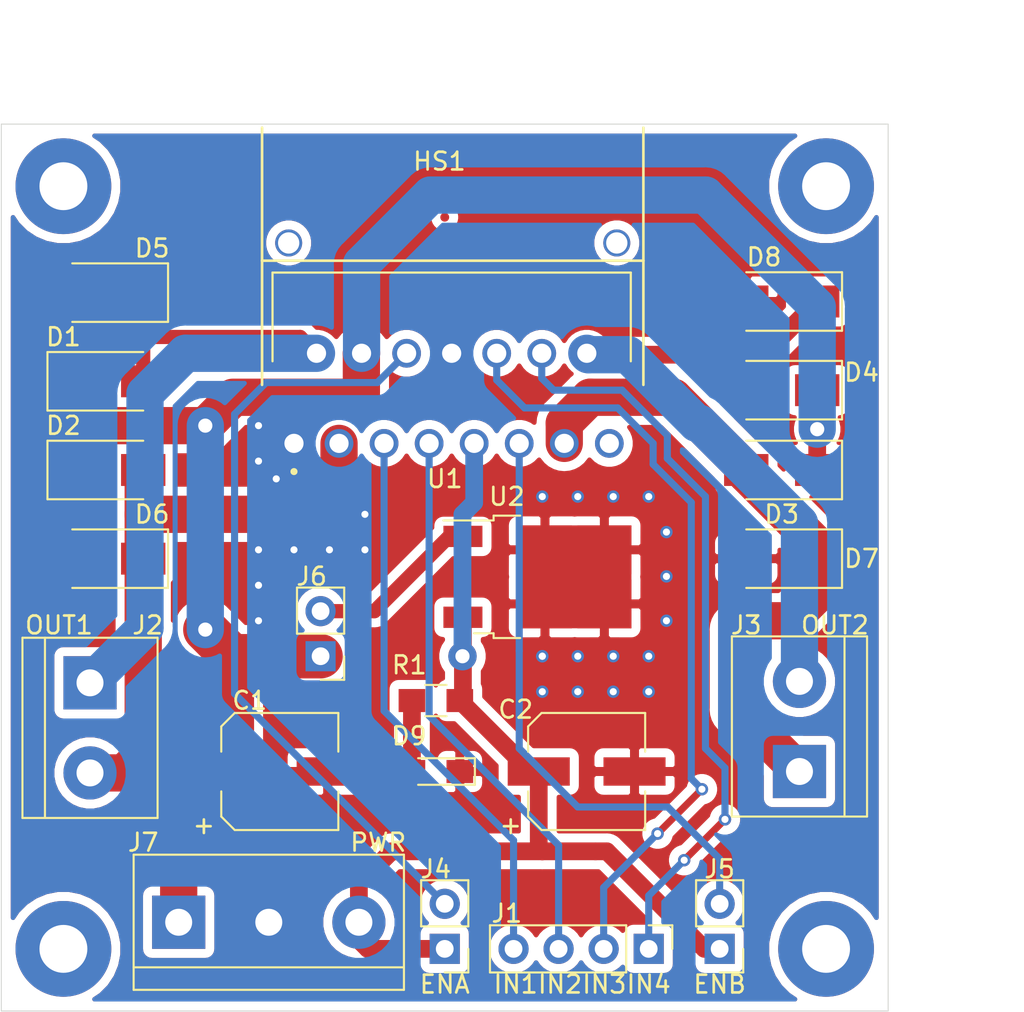
<source format=kicad_pcb>
(kicad_pcb (version 20171130) (host pcbnew "(5.1.10)-1")

  (general
    (thickness 1.6)
    (drawings 16)
    (tracks 162)
    (zones 0)
    (modules 29)
    (nets 17)
  )

  (page A4)
  (title_block
    (comment 1 "Diseño bajo licencia CERN-OHL-P.")
  )

  (layers
    (0 F.Cu signal)
    (31 B.Cu signal)
    (32 B.Adhes user)
    (33 F.Adhes user)
    (34 B.Paste user)
    (35 F.Paste user)
    (36 B.SilkS user)
    (37 F.SilkS user)
    (38 B.Mask user)
    (39 F.Mask user)
    (40 Dwgs.User user)
    (41 Cmts.User user)
    (42 Eco1.User user)
    (43 Eco2.User user)
    (44 Edge.Cuts user)
    (45 Margin user)
    (46 B.CrtYd user)
    (47 F.CrtYd user)
    (48 B.Fab user)
    (49 F.Fab user hide)
  )

  (setup
    (last_trace_width 0.8)
    (user_trace_width 0.4)
    (user_trace_width 0.8)
    (user_trace_width 1)
    (user_trace_width 2.1)
    (user_trace_width 2.5)
    (trace_clearance 0.4)
    (zone_clearance 0.508)
    (zone_45_only yes)
    (trace_min 0.2)
    (via_size 1.6)
    (via_drill 0.8)
    (via_min_size 0.4)
    (via_min_drill 0.3)
    (user_via 0.7 0.4)
    (user_via 1.6 0.8)
    (user_via 1.8 1)
    (uvia_size 0.3)
    (uvia_drill 0.1)
    (uvias_allowed no)
    (uvia_min_size 0.2)
    (uvia_min_drill 0.1)
    (edge_width 0.05)
    (segment_width 0.2)
    (pcb_text_width 0.3)
    (pcb_text_size 1.5 1.5)
    (mod_edge_width 0.12)
    (mod_text_size 1 1)
    (mod_text_width 0.15)
    (pad_size 0.5 0.5)
    (pad_drill 0)
    (pad_to_mask_clearance 0)
    (aux_axis_origin 0 0)
    (visible_elements 7FFFFFFF)
    (pcbplotparams
      (layerselection 0x010fc_ffffffff)
      (usegerberextensions false)
      (usegerberattributes true)
      (usegerberadvancedattributes true)
      (creategerberjobfile true)
      (excludeedgelayer true)
      (linewidth 0.100000)
      (plotframeref false)
      (viasonmask false)
      (mode 1)
      (useauxorigin false)
      (hpglpennumber 1)
      (hpglpenspeed 20)
      (hpglpendiameter 15.000000)
      (psnegative false)
      (psa4output false)
      (plotreference true)
      (plotvalue true)
      (plotinvisibletext false)
      (padsonsilk false)
      (subtractmaskfromsilk false)
      (outputformat 1)
      (mirror false)
      (drillshape 1)
      (scaleselection 1)
      (outputdirectory ""))
  )

  (net 0 "")
  (net 1 GND)
  (net 2 VCC)
  (net 3 +5V)
  (net 4 "Net-(D1-Pad2)")
  (net 5 "Net-(D2-Pad2)")
  (net 6 "Net-(D3-Pad2)")
  (net 7 "Net-(D4-Pad2)")
  (net 8 "Net-(D9-Pad2)")
  (net 9 "Net-(J1-Pad4)")
  (net 10 "Net-(J1-Pad3)")
  (net 11 "Net-(J1-Pad2)")
  (net 12 "Net-(J1-Pad1)")
  (net 13 /EnA)
  (net 14 /EnB)
  (net 15 "Net-(J6-Pad2)")
  (net 16 "Net-(U1-Pad15)")

  (net_class Default "This is the default net class."
    (clearance 0.4)
    (trace_width 0.8)
    (via_dia 1.6)
    (via_drill 0.8)
    (uvia_dia 0.3)
    (uvia_drill 0.1)
    (add_net +5V)
    (add_net /EnA)
    (add_net /EnB)
    (add_net GND)
    (add_net "Net-(D1-Pad2)")
    (add_net "Net-(D2-Pad2)")
    (add_net "Net-(D3-Pad2)")
    (add_net "Net-(D4-Pad2)")
    (add_net "Net-(D9-Pad2)")
    (add_net "Net-(J1-Pad1)")
    (add_net "Net-(J1-Pad2)")
    (add_net "Net-(J1-Pad3)")
    (add_net "Net-(J1-Pad4)")
    (add_net "Net-(J6-Pad2)")
    (add_net "Net-(U1-Pad15)")
    (add_net VCC)
  )

  (module Fiducials:Fiducial_0.5mm_Dia_1mm_Outer (layer F.Cu) (tedit 59FE02FD) (tstamp 6147A558)
    (at 170.5 112.75)
    (descr "Circular Fiducial, 0.5mm bare copper top; 1mm keepout (Level C)")
    (tags marker)
    (path /6147C470)
    (attr virtual)
    (fp_text reference FID3 (at 0 -1.5) (layer F.SilkS) hide
      (effects (font (size 1 1) (thickness 0.15)))
    )
    (fp_text value Fiducial (at 0 1.5) (layer F.Fab)
      (effects (font (size 1 1) (thickness 0.15)))
    )
    (fp_circle (center 0 0) (end 0.5 0) (layer F.Fab) (width 0.1))
    (fp_circle (center 0 0) (end 0.75 0) (layer F.CrtYd) (width 0.05))
    (fp_text user %R (at 0 0) (layer F.Fab)
      (effects (font (size 0.2 0.2) (thickness 0.04)))
    )
    (pad ~ smd circle (at 0 0) (size 0.5 0.5) (layers F.Cu F.Mask)
      (solder_mask_margin 0.25) (clearance 0.25))
  )

  (module Fiducials:Fiducial_0.5mm_Dia_1mm_Outer (layer F.Cu) (tedit 59FE02FD) (tstamp 6147A4E1)
    (at 130.5 112.75)
    (descr "Circular Fiducial, 0.5mm bare copper top; 1mm keepout (Level C)")
    (tags marker)
    (path /6147BFF3)
    (attr virtual)
    (fp_text reference FID2 (at 0 -1.5) (layer F.SilkS) hide
      (effects (font (size 1 1) (thickness 0.15)))
    )
    (fp_text value Fiducial (at 0 1.5) (layer F.Fab)
      (effects (font (size 1 1) (thickness 0.15)))
    )
    (fp_circle (center 0 0) (end 0.5 0) (layer F.Fab) (width 0.1))
    (fp_circle (center 0 0) (end 0.75 0) (layer F.CrtYd) (width 0.05))
    (fp_text user %R (at 0 0) (layer F.Fab)
      (effects (font (size 0.2 0.2) (thickness 0.04)))
    )
    (pad ~ smd circle (at 0 0) (size 0.5 0.5) (layers F.Cu F.Mask)
      (solder_mask_margin 0.25) (clearance 0.25))
  )

  (module Fiducials:Fiducial_0.5mm_Dia_1mm_Outer (layer F.Cu) (tedit 61478C4F) (tstamp 6147A42E)
    (at 150.5 76.25)
    (descr "Circular Fiducial, 0.5mm bare copper top; 1mm keepout (Level C)")
    (tags marker)
    (path /6147B2FB)
    (attr virtual)
    (fp_text reference FID1 (at 0 -1.5) (layer F.SilkS) hide
      (effects (font (size 1 1) (thickness 0.15)))
    )
    (fp_text value Fiducial (at 0 1.5) (layer F.Fab)
      (effects (font (size 1 1) (thickness 0.15)))
    )
    (fp_circle (center 0 0) (end 0.5 0) (layer F.Fab) (width 0.1))
    (fp_circle (center 0 0) (end 0.75 0) (layer F.CrtYd) (width 0.05))
    (fp_text user %R (at 0 0) (layer F.Fab)
      (effects (font (size 0.2 0.2) (thickness 0.04)))
    )
    (pad ~ smd circle (at 0 0) (size 0.5 0.5) (layers F.Cu F.Mask)
      (solder_mask_margin 0.25) (clearance 0.25))
  )

  (module Heatsinks:Heatsink_multiwatt15 locked (layer F.Cu) (tedit 61477E28) (tstamp 61479316)
    (at 150.2 78.7)
    (fp_text reference HS1 (at 0 -5.6) (layer F.SilkS)
      (effects (font (size 1 1) (thickness 0.15)))
    )
    (fp_text value Heatsink_multiwatt15 (at 0 -7.1) (layer F.Fab)
      (effects (font (size 1 1) (thickness 0.15)))
    )
    (fp_line (start -10 0) (end -10 -7.5) (layer F.SilkS) (width 0.15))
    (fp_line (start 11.5 0) (end 11.5 -7.5) (layer F.SilkS) (width 0.15))
    (fp_line (start -10 0) (end -10 7) (layer F.SilkS) (width 0.15))
    (fp_line (start 11.5 0) (end 11.5 7) (layer F.SilkS) (width 0.15))
    (fp_line (start -10 0) (end 11.5 0) (layer F.SilkS) (width 0.15))
    (pad 1 thru_hole circle (at -8.5 -1) (size 1.524 1.524) (drill 1.2) (layers *.Cu *.Mask))
    (pad 2 thru_hole circle (at 10 -1) (size 1.524 1.524) (drill 1.2) (layers *.Cu *.Mask))
    (model "${KIPRJMOD}/Heatsink/User Library-radiator_l298.STEP"
      (offset (xyz -11.25 -8.5 0))
      (scale (xyz 1 1 1))
      (rotate (xyz -90 0 0))
    )
  )

  (module Capacitors_SMD:CP_Elec_6.3x5.8 (layer F.Cu) (tedit 58AA8B59) (tstamp 61443768)
    (at 158.5 107.5)
    (descr "SMT capacitor, aluminium electrolytic, 6.3x5.8")
    (path /61543CCA)
    (attr smd)
    (fp_text reference C2 (at -4 -3.5) (layer F.SilkS)
      (effects (font (size 1 1) (thickness 0.15)))
    )
    (fp_text value 220uF/35V (at 0 -4.56) (layer F.Fab)
      (effects (font (size 1 1) (thickness 0.15)))
    )
    (fp_circle (center 0 0) (end 0.5 3) (layer F.Fab) (width 0.1))
    (fp_line (start 3.15 3.15) (end 3.15 -3.15) (layer F.Fab) (width 0.1))
    (fp_line (start -2.48 3.15) (end 3.15 3.15) (layer F.Fab) (width 0.1))
    (fp_line (start -3.15 2.48) (end -2.48 3.15) (layer F.Fab) (width 0.1))
    (fp_line (start -3.15 -2.48) (end -3.15 2.48) (layer F.Fab) (width 0.1))
    (fp_line (start -2.48 -3.15) (end -3.15 -2.48) (layer F.Fab) (width 0.1))
    (fp_line (start 3.15 -3.15) (end -2.48 -3.15) (layer F.Fab) (width 0.1))
    (fp_line (start 3.3 3.3) (end 3.3 1.12) (layer F.SilkS) (width 0.12))
    (fp_line (start 3.3 -3.3) (end 3.3 -1.12) (layer F.SilkS) (width 0.12))
    (fp_line (start -3.3 2.54) (end -3.3 1.12) (layer F.SilkS) (width 0.12))
    (fp_line (start -3.3 -2.54) (end -3.3 -1.12) (layer F.SilkS) (width 0.12))
    (fp_line (start 3.3 3.3) (end -2.54 3.3) (layer F.SilkS) (width 0.12))
    (fp_line (start -2.54 3.3) (end -3.3 2.54) (layer F.SilkS) (width 0.12))
    (fp_line (start -3.3 -2.54) (end -2.54 -3.3) (layer F.SilkS) (width 0.12))
    (fp_line (start -2.54 -3.3) (end 3.3 -3.3) (layer F.SilkS) (width 0.12))
    (fp_line (start -4.7 -3.4) (end 4.7 -3.4) (layer F.CrtYd) (width 0.05))
    (fp_line (start -4.7 -3.4) (end -4.7 3.4) (layer F.CrtYd) (width 0.05))
    (fp_line (start 4.7 3.4) (end 4.7 -3.4) (layer F.CrtYd) (width 0.05))
    (fp_line (start 4.7 3.4) (end -4.7 3.4) (layer F.CrtYd) (width 0.05))
    (fp_text user + (at -1.75 -0.08) (layer F.Fab)
      (effects (font (size 1 1) (thickness 0.15)))
    )
    (fp_text user + (at -4.28 3.01) (layer F.SilkS)
      (effects (font (size 1 1) (thickness 0.15)))
    )
    (fp_text user %R (at 0 4.56) (layer F.Fab)
      (effects (font (size 1 1) (thickness 0.15)))
    )
    (pad 1 smd rect (at -2.7 0 180) (size 3.5 1.6) (layers F.Cu F.Paste F.Mask)
      (net 3 +5V))
    (pad 2 smd rect (at 2.7 0 180) (size 3.5 1.6) (layers F.Cu F.Paste F.Mask)
      (net 1 GND))
    (model Capacitors_SMD.3dshapes/CP_Elec_6.3x5.8.wrl
      (at (xyz 0 0 0))
      (scale (xyz 1 1 1))
      (rotate (xyz 0 0 180))
    )
    (model D:/Programas/KiCad/share/kicad/modules/packages3d/Capacitor_SMD.3dshapes/C_Elec_6.3x5.8.step
      (at (xyz 0 0 0))
      (scale (xyz 1 1 1))
      (rotate (xyz 0 0 0))
    )
  )

  (module L298N:TO127P2020X500X2100-15 (layer F.Cu) (tedit 6143D849) (tstamp 61443908)
    (at 142 89 90)
    (path /6155EF06)
    (fp_text reference U1 (at -2 8.5 180) (layer F.SilkS)
      (effects (font (size 1 1) (thickness 0.15)))
    )
    (fp_text value L298HN (at 13.22 20.475 90) (layer F.Fab)
      (effects (font (size 1 1) (thickness 0.15)))
    )
    (fp_line (start 9.63 -1.21) (end 4.63 -1.21) (layer F.SilkS) (width 0.127))
    (fp_line (start 4.63 -1.21) (end 4.63 18.99) (layer F.Fab) (width 0.127))
    (fp_line (start 4.63 18.99) (end 9.63 18.99) (layer F.SilkS) (width 0.127))
    (fp_line (start 9.63 18.99) (end 9.63 -1.21) (layer F.SilkS) (width 0.127))
    (fp_line (start 9.63 -1.21) (end 4.63 -1.21) (layer F.Fab) (width 0.127))
    (fp_line (start 4.63 18.99) (end 9.63 18.99) (layer F.Fab) (width 0.127))
    (fp_line (start 9.63 18.99) (end 9.63 -1.21) (layer F.Fab) (width 0.127))
    (fp_circle (center -1.59 0) (end -1.49 0) (layer F.SilkS) (width 0.2))
    (fp_circle (center -1.59 0) (end -1.49 0) (layer F.Fab) (width 0.2))
    (fp_line (start 9.88 -1.46) (end -1.06 -1.46) (layer F.CrtYd) (width 0.05))
    (fp_line (start -1.06 -1.46) (end -1.06 19.24) (layer F.CrtYd) (width 0.05))
    (fp_line (start -1.06 19.24) (end 9.88 19.24) (layer F.CrtYd) (width 0.05))
    (fp_line (start 9.88 19.24) (end 9.88 -1.46) (layer F.CrtYd) (width 0.05))
    (pad 1 thru_hole rect (at 0 0 90) (size 1.62 1.62) (drill 1.08) (layers *.Cu *.Mask)
      (net 1 GND))
    (pad 2 thru_hole circle (at 5.08 1.27 90) (size 1.62 1.62) (drill 1.08) (layers *.Cu *.Mask)
      (net 4 "Net-(D1-Pad2)"))
    (pad 3 thru_hole circle (at 0 2.54 90) (size 1.62 1.62) (drill 1.08) (layers *.Cu *.Mask)
      (net 5 "Net-(D2-Pad2)"))
    (pad 4 thru_hole circle (at 5.08 3.81 90) (size 1.62 1.62) (drill 1.08) (layers *.Cu *.Mask)
      (net 2 VCC))
    (pad 5 thru_hole circle (at 0 5.08 90) (size 1.62 1.62) (drill 1.08) (layers *.Cu *.Mask)
      (net 9 "Net-(J1-Pad4)"))
    (pad 6 thru_hole circle (at 5.08 6.35 90) (size 1.62 1.62) (drill 1.08) (layers *.Cu *.Mask)
      (net 13 /EnA))
    (pad 7 thru_hole circle (at 0 7.62 90) (size 1.62 1.62) (drill 1.08) (layers *.Cu *.Mask)
      (net 10 "Net-(J1-Pad3)"))
    (pad 8 thru_hole circle (at 5.08 8.89 90) (size 1.62 1.62) (drill 1.08) (layers *.Cu *.Mask)
      (net 1 GND))
    (pad 9 thru_hole circle (at 0 10.16 90) (size 1.62 1.62) (drill 1.08) (layers *.Cu *.Mask)
      (net 3 +5V))
    (pad 10 thru_hole circle (at 5.08 11.43 90) (size 1.62 1.62) (drill 1.08) (layers *.Cu *.Mask)
      (net 11 "Net-(J1-Pad2)"))
    (pad 11 thru_hole circle (at 0 12.7 90) (size 1.62 1.62) (drill 1.08) (layers *.Cu *.Mask)
      (net 14 /EnB))
    (pad 12 thru_hole circle (at 5.08 13.97 90) (size 1.62 1.62) (drill 1.08) (layers *.Cu *.Mask)
      (net 12 "Net-(J1-Pad1)"))
    (pad 13 thru_hole circle (at 0 15.24 90) (size 1.62 1.62) (drill 1.08) (layers *.Cu *.Mask)
      (net 6 "Net-(D3-Pad2)"))
    (pad 14 thru_hole circle (at 5.08 16.51 90) (size 1.62 1.62) (drill 1.08) (layers *.Cu *.Mask)
      (net 7 "Net-(D4-Pad2)"))
    (pad 15 thru_hole circle (at 0 17.78 90) (size 1.62 1.62) (drill 1.08) (layers *.Cu *.Mask)
      (net 16 "Net-(U1-Pad15)"))
    (model ${KIPRJMOD}/L298N--3DModel-STEP-56544.STEP
      (offset (xyz 8 1.25 4.5))
      (scale (xyz 1 1 1))
      (rotate (xyz -90 0 90))
    )
    (model ${KIPRJMOD}/L298N/L298N.step
      (offset (xyz 8 1.25 4))
      (scale (xyz 1 1 1))
      (rotate (xyz -90 0 90))
    )
  )

  (module Mounting_Holes:MountingHole_2.7mm_M2.5_Pad (layer F.Cu) (tedit 56D1B4CB) (tstamp 61445AF3)
    (at 129 74.5)
    (descr "Mounting Hole 2.7mm, M2.5")
    (tags "mounting hole 2.7mm m2.5")
    (path /615BE22F)
    (attr virtual)
    (fp_text reference H4 (at 0 -3.7) (layer F.SilkS) hide
      (effects (font (size 1 1) (thickness 0.15)))
    )
    (fp_text value MountingHole (at 0 3.7) (layer F.Fab)
      (effects (font (size 1 1) (thickness 0.15)))
    )
    (fp_circle (center 0 0) (end 2.7 0) (layer Cmts.User) (width 0.15))
    (fp_circle (center 0 0) (end 2.95 0) (layer F.CrtYd) (width 0.05))
    (fp_text user %R (at 0.3 0) (layer F.Fab)
      (effects (font (size 1 1) (thickness 0.15)))
    )
    (pad 1 thru_hole circle (at 0 0) (size 5.4 5.4) (drill 2.7) (layers *.Cu *.Mask))
  )

  (module Mounting_Holes:MountingHole_2.7mm_M2.5_Pad (layer F.Cu) (tedit 56D1B4CB) (tstamp 61445AF0)
    (at 172 74.5)
    (descr "Mounting Hole 2.7mm, M2.5")
    (tags "mounting hole 2.7mm m2.5")
    (path /615BC2BF)
    (attr virtual)
    (fp_text reference H3 (at 0 -3.7) (layer F.SilkS) hide
      (effects (font (size 1 1) (thickness 0.15)))
    )
    (fp_text value MountingHole (at 0 3.7) (layer F.Fab)
      (effects (font (size 1 1) (thickness 0.15)))
    )
    (fp_circle (center 0 0) (end 2.7 0) (layer Cmts.User) (width 0.15))
    (fp_circle (center 0 0) (end 2.95 0) (layer F.CrtYd) (width 0.05))
    (fp_text user %R (at 0.3 0) (layer F.Fab)
      (effects (font (size 1 1) (thickness 0.15)))
    )
    (pad 1 thru_hole circle (at 0 0) (size 5.4 5.4) (drill 2.7) (layers *.Cu *.Mask))
  )

  (module Mounting_Holes:MountingHole_2.7mm_M2.5_Pad (layer F.Cu) (tedit 56D1B4CB) (tstamp 61445AED)
    (at 172 117.5)
    (descr "Mounting Hole 2.7mm, M2.5")
    (tags "mounting hole 2.7mm m2.5")
    (path /615BC11B)
    (attr virtual)
    (fp_text reference H2 (at 0 -3.7) (layer F.SilkS) hide
      (effects (font (size 1 1) (thickness 0.15)))
    )
    (fp_text value MountingHole (at 0 3.7) (layer F.Fab)
      (effects (font (size 1 1) (thickness 0.15)))
    )
    (fp_circle (center 0 0) (end 2.7 0) (layer Cmts.User) (width 0.15))
    (fp_circle (center 0 0) (end 2.95 0) (layer F.CrtYd) (width 0.05))
    (fp_text user %R (at 0.3 0) (layer F.Fab)
      (effects (font (size 1 1) (thickness 0.15)))
    )
    (pad 1 thru_hole circle (at 0 0) (size 5.4 5.4) (drill 2.7) (layers *.Cu *.Mask))
  )

  (module Mounting_Holes:MountingHole_2.7mm_M2.5_Pad (layer F.Cu) (tedit 56D1B4CB) (tstamp 61445AEA)
    (at 129 117.5)
    (descr "Mounting Hole 2.7mm, M2.5")
    (tags "mounting hole 2.7mm m2.5")
    (path /615BBE96)
    (attr virtual)
    (fp_text reference H1 (at 0 -3.7) (layer F.SilkS) hide
      (effects (font (size 1 1) (thickness 0.15)))
    )
    (fp_text value MountingHole (at 0 3.7) (layer F.Fab)
      (effects (font (size 1 1) (thickness 0.15)))
    )
    (fp_circle (center 0 0) (end 2.7 0) (layer Cmts.User) (width 0.15))
    (fp_circle (center 0 0) (end 2.95 0) (layer F.CrtYd) (width 0.05))
    (fp_text user %R (at 0.3 0) (layer F.Fab)
      (effects (font (size 1 1) (thickness 0.15)))
    )
    (pad 1 thru_hole circle (at 0 0) (size 5.4 5.4) (drill 2.7) (layers *.Cu *.Mask))
  )

  (module Capacitors_SMD:CP_Elec_6.3x5.8 (layer F.Cu) (tedit 58AA8B59) (tstamp 6144374C)
    (at 141.2 107.5)
    (descr "SMT capacitor, aluminium electrolytic, 6.3x5.8")
    (path /614B4444)
    (attr smd)
    (fp_text reference C1 (at -1.7 -4) (layer F.SilkS)
      (effects (font (size 1 1) (thickness 0.15)))
    )
    (fp_text value 220uF/35V (at 0 -4) (layer F.Fab)
      (effects (font (size 1 1) (thickness 0.15)))
    )
    (fp_line (start 4.7 3.4) (end -4.7 3.4) (layer F.CrtYd) (width 0.05))
    (fp_line (start 4.7 3.4) (end 4.7 -3.4) (layer F.CrtYd) (width 0.05))
    (fp_line (start -4.7 -3.4) (end -4.7 3.4) (layer F.CrtYd) (width 0.05))
    (fp_line (start -4.7 -3.4) (end 4.7 -3.4) (layer F.CrtYd) (width 0.05))
    (fp_line (start -2.54 -3.3) (end 3.3 -3.3) (layer F.SilkS) (width 0.12))
    (fp_line (start -3.3 -2.54) (end -2.54 -3.3) (layer F.SilkS) (width 0.12))
    (fp_line (start -2.54 3.3) (end -3.3 2.54) (layer F.SilkS) (width 0.12))
    (fp_line (start 3.3 3.3) (end -2.54 3.3) (layer F.SilkS) (width 0.12))
    (fp_line (start -3.3 -2.54) (end -3.3 -1.12) (layer F.SilkS) (width 0.12))
    (fp_line (start -3.3 2.54) (end -3.3 1.12) (layer F.SilkS) (width 0.12))
    (fp_line (start 3.3 -3.3) (end 3.3 -1.12) (layer F.SilkS) (width 0.12))
    (fp_line (start 3.3 3.3) (end 3.3 1.12) (layer F.SilkS) (width 0.12))
    (fp_line (start 3.15 -3.15) (end -2.48 -3.15) (layer F.Fab) (width 0.1))
    (fp_line (start -2.48 -3.15) (end -3.15 -2.48) (layer F.Fab) (width 0.1))
    (fp_line (start -3.15 -2.48) (end -3.15 2.48) (layer F.Fab) (width 0.1))
    (fp_line (start -3.15 2.48) (end -2.48 3.15) (layer F.Fab) (width 0.1))
    (fp_line (start -2.48 3.15) (end 3.15 3.15) (layer F.Fab) (width 0.1))
    (fp_line (start 3.15 3.15) (end 3.15 -3.15) (layer F.Fab) (width 0.1))
    (fp_circle (center 0 0) (end 0.5 3) (layer F.Fab) (width 0.1))
    (fp_text user %R (at 0 4.56) (layer F.Fab)
      (effects (font (size 1 1) (thickness 0.15)))
    )
    (fp_text user + (at -4.28 3.01) (layer F.SilkS)
      (effects (font (size 1 1) (thickness 0.15)))
    )
    (fp_text user + (at -1.75 -0.08) (layer F.Fab)
      (effects (font (size 1 1) (thickness 0.15)))
    )
    (pad 2 smd rect (at 2.7 0 180) (size 3.5 1.6) (layers F.Cu F.Paste F.Mask)
      (net 1 GND))
    (pad 1 smd rect (at -2.7 0 180) (size 3.5 1.6) (layers F.Cu F.Paste F.Mask)
      (net 2 VCC))
    (model Capacitors_SMD.3dshapes/CP_Elec_6.3x5.8.wrl
      (at (xyz 0 0 0))
      (scale (xyz 1 1 1))
      (rotate (xyz 0 0 180))
    )
    (model D:/Programas/KiCad/share/kicad/modules/packages3d/Capacitor_SMD.3dshapes/C_Elec_6.3x5.8.step
      (at (xyz 0 0 0))
      (scale (xyz 1 1 1))
      (rotate (xyz 0 0 0))
    )
  )

  (module Diodes_SMD:D_SMA (layer F.Cu) (tedit 586432E5) (tstamp 61443780)
    (at 131.5 85.5)
    (descr "Diode SMA (DO-214AC)")
    (tags "Diode SMA (DO-214AC)")
    (path /6158C157)
    (attr smd)
    (fp_text reference D1 (at -2.5 -2.5) (layer F.SilkS)
      (effects (font (size 1 1) (thickness 0.15)))
    )
    (fp_text value 1N4007 (at 0 2.6) (layer F.Fab)
      (effects (font (size 1 1) (thickness 0.15)))
    )
    (fp_line (start -3.4 -1.65) (end 2 -1.65) (layer F.SilkS) (width 0.12))
    (fp_line (start -3.4 1.65) (end 2 1.65) (layer F.SilkS) (width 0.12))
    (fp_line (start -0.64944 0.00102) (end 0.50118 -0.79908) (layer F.Fab) (width 0.1))
    (fp_line (start -0.64944 0.00102) (end 0.50118 0.75032) (layer F.Fab) (width 0.1))
    (fp_line (start 0.50118 0.75032) (end 0.50118 -0.79908) (layer F.Fab) (width 0.1))
    (fp_line (start -0.64944 -0.79908) (end -0.64944 0.80112) (layer F.Fab) (width 0.1))
    (fp_line (start 0.50118 0.00102) (end 1.4994 0.00102) (layer F.Fab) (width 0.1))
    (fp_line (start -0.64944 0.00102) (end -1.55114 0.00102) (layer F.Fab) (width 0.1))
    (fp_line (start -3.5 1.75) (end -3.5 -1.75) (layer F.CrtYd) (width 0.05))
    (fp_line (start 3.5 1.75) (end -3.5 1.75) (layer F.CrtYd) (width 0.05))
    (fp_line (start 3.5 -1.75) (end 3.5 1.75) (layer F.CrtYd) (width 0.05))
    (fp_line (start -3.5 -1.75) (end 3.5 -1.75) (layer F.CrtYd) (width 0.05))
    (fp_line (start 2.3 -1.5) (end -2.3 -1.5) (layer F.Fab) (width 0.1))
    (fp_line (start 2.3 -1.5) (end 2.3 1.5) (layer F.Fab) (width 0.1))
    (fp_line (start -2.3 1.5) (end -2.3 -1.5) (layer F.Fab) (width 0.1))
    (fp_line (start 2.3 1.5) (end -2.3 1.5) (layer F.Fab) (width 0.1))
    (fp_line (start -3.4 -1.65) (end -3.4 1.65) (layer F.SilkS) (width 0.12))
    (fp_text user %R (at 0 -2.5) (layer F.Fab)
      (effects (font (size 1 1) (thickness 0.15)))
    )
    (pad 2 smd rect (at 2 0) (size 2.5 1.8) (layers F.Cu F.Paste F.Mask)
      (net 4 "Net-(D1-Pad2)"))
    (pad 1 smd rect (at -2 0) (size 2.5 1.8) (layers F.Cu F.Paste F.Mask)
      (net 2 VCC))
    (model ${KISYS3DMOD}/Diodes_SMD.3dshapes/D_SMA.wrl
      (at (xyz 0 0 0))
      (scale (xyz 1 1 1))
      (rotate (xyz 0 0 0))
    )
    (model D:/Programas/KiCad/share/kicad/modules/packages3d/Diode_SMD.3dshapes/D_SMA.step
      (at (xyz 0 0 0))
      (scale (xyz 1 1 1))
      (rotate (xyz 0 0 0))
    )
  )

  (module Diodes_SMD:D_SMA (layer F.Cu) (tedit 586432E5) (tstamp 61443798)
    (at 131.5 90.5)
    (descr "Diode SMA (DO-214AC)")
    (tags "Diode SMA (DO-214AC)")
    (path /6158CECA)
    (attr smd)
    (fp_text reference D2 (at -2.5 -2.5) (layer F.SilkS)
      (effects (font (size 1 1) (thickness 0.15)))
    )
    (fp_text value 1N4007 (at 0 2.6) (layer F.Fab)
      (effects (font (size 1 1) (thickness 0.15)))
    )
    (fp_line (start -3.4 -1.65) (end -3.4 1.65) (layer F.SilkS) (width 0.12))
    (fp_line (start 2.3 1.5) (end -2.3 1.5) (layer F.Fab) (width 0.1))
    (fp_line (start -2.3 1.5) (end -2.3 -1.5) (layer F.Fab) (width 0.1))
    (fp_line (start 2.3 -1.5) (end 2.3 1.5) (layer F.Fab) (width 0.1))
    (fp_line (start 2.3 -1.5) (end -2.3 -1.5) (layer F.Fab) (width 0.1))
    (fp_line (start -3.5 -1.75) (end 3.5 -1.75) (layer F.CrtYd) (width 0.05))
    (fp_line (start 3.5 -1.75) (end 3.5 1.75) (layer F.CrtYd) (width 0.05))
    (fp_line (start 3.5 1.75) (end -3.5 1.75) (layer F.CrtYd) (width 0.05))
    (fp_line (start -3.5 1.75) (end -3.5 -1.75) (layer F.CrtYd) (width 0.05))
    (fp_line (start -0.64944 0.00102) (end -1.55114 0.00102) (layer F.Fab) (width 0.1))
    (fp_line (start 0.50118 0.00102) (end 1.4994 0.00102) (layer F.Fab) (width 0.1))
    (fp_line (start -0.64944 -0.79908) (end -0.64944 0.80112) (layer F.Fab) (width 0.1))
    (fp_line (start 0.50118 0.75032) (end 0.50118 -0.79908) (layer F.Fab) (width 0.1))
    (fp_line (start -0.64944 0.00102) (end 0.50118 0.75032) (layer F.Fab) (width 0.1))
    (fp_line (start -0.64944 0.00102) (end 0.50118 -0.79908) (layer F.Fab) (width 0.1))
    (fp_line (start -3.4 1.65) (end 2 1.65) (layer F.SilkS) (width 0.12))
    (fp_line (start -3.4 -1.65) (end 2 -1.65) (layer F.SilkS) (width 0.12))
    (fp_text user %R (at 0 -2.5) (layer F.Fab)
      (effects (font (size 1 1) (thickness 0.15)))
    )
    (pad 1 smd rect (at -2 0) (size 2.5 1.8) (layers F.Cu F.Paste F.Mask)
      (net 2 VCC))
    (pad 2 smd rect (at 2 0) (size 2.5 1.8) (layers F.Cu F.Paste F.Mask)
      (net 5 "Net-(D2-Pad2)"))
    (model ${KISYS3DMOD}/Diodes_SMD.3dshapes/D_SMA.wrl
      (at (xyz 0 0 0))
      (scale (xyz 1 1 1))
      (rotate (xyz 0 0 0))
    )
    (model D:/Programas/KiCad/share/kicad/modules/packages3d/Diode_SMD.3dshapes/D_SMA.step
      (at (xyz 0 0 0))
      (scale (xyz 1 1 1))
      (rotate (xyz 0 0 0))
    )
  )

  (module Diodes_SMD:D_SMA (layer F.Cu) (tedit 586432E5) (tstamp 614437B0)
    (at 169.5 90.5 180)
    (descr "Diode SMA (DO-214AC)")
    (tags "Diode SMA (DO-214AC)")
    (path /6158D471)
    (attr smd)
    (fp_text reference D3 (at 0 -2.5) (layer F.SilkS)
      (effects (font (size 1 1) (thickness 0.15)))
    )
    (fp_text value 1N4007 (at 0 2.6) (layer F.Fab)
      (effects (font (size 1 1) (thickness 0.15)))
    )
    (fp_line (start -3.4 -1.65) (end 2 -1.65) (layer F.SilkS) (width 0.12))
    (fp_line (start -3.4 1.65) (end 2 1.65) (layer F.SilkS) (width 0.12))
    (fp_line (start -0.64944 0.00102) (end 0.50118 -0.79908) (layer F.Fab) (width 0.1))
    (fp_line (start -0.64944 0.00102) (end 0.50118 0.75032) (layer F.Fab) (width 0.1))
    (fp_line (start 0.50118 0.75032) (end 0.50118 -0.79908) (layer F.Fab) (width 0.1))
    (fp_line (start -0.64944 -0.79908) (end -0.64944 0.80112) (layer F.Fab) (width 0.1))
    (fp_line (start 0.50118 0.00102) (end 1.4994 0.00102) (layer F.Fab) (width 0.1))
    (fp_line (start -0.64944 0.00102) (end -1.55114 0.00102) (layer F.Fab) (width 0.1))
    (fp_line (start -3.5 1.75) (end -3.5 -1.75) (layer F.CrtYd) (width 0.05))
    (fp_line (start 3.5 1.75) (end -3.5 1.75) (layer F.CrtYd) (width 0.05))
    (fp_line (start 3.5 -1.75) (end 3.5 1.75) (layer F.CrtYd) (width 0.05))
    (fp_line (start -3.5 -1.75) (end 3.5 -1.75) (layer F.CrtYd) (width 0.05))
    (fp_line (start 2.3 -1.5) (end -2.3 -1.5) (layer F.Fab) (width 0.1))
    (fp_line (start 2.3 -1.5) (end 2.3 1.5) (layer F.Fab) (width 0.1))
    (fp_line (start -2.3 1.5) (end -2.3 -1.5) (layer F.Fab) (width 0.1))
    (fp_line (start 2.3 1.5) (end -2.3 1.5) (layer F.Fab) (width 0.1))
    (fp_line (start -3.4 -1.65) (end -3.4 1.65) (layer F.SilkS) (width 0.12))
    (fp_text user %R (at 0 -2.5) (layer F.Fab)
      (effects (font (size 1 1) (thickness 0.15)))
    )
    (pad 2 smd rect (at 2 0 180) (size 2.5 1.8) (layers F.Cu F.Paste F.Mask)
      (net 6 "Net-(D3-Pad2)"))
    (pad 1 smd rect (at -2 0 180) (size 2.5 1.8) (layers F.Cu F.Paste F.Mask)
      (net 2 VCC))
    (model ${KISYS3DMOD}/Diodes_SMD.3dshapes/D_SMA.wrl
      (at (xyz 0 0 0))
      (scale (xyz 1 1 1))
      (rotate (xyz 0 0 0))
    )
    (model D:/Programas/KiCad/share/kicad/modules/packages3d/Diode_SMD.3dshapes/D_SMA.step
      (at (xyz 0 0 0))
      (scale (xyz 1 1 1))
      (rotate (xyz 0 0 0))
    )
  )

  (module Diodes_SMD:D_SMA (layer F.Cu) (tedit 586432E5) (tstamp 614437C8)
    (at 169.5 86 180)
    (descr "Diode SMA (DO-214AC)")
    (tags "Diode SMA (DO-214AC)")
    (path /6158D941)
    (attr smd)
    (fp_text reference D4 (at -4.5 1) (layer F.SilkS)
      (effects (font (size 1 1) (thickness 0.15)))
    )
    (fp_text value 1N4007 (at 0 2.6) (layer F.Fab)
      (effects (font (size 1 1) (thickness 0.15)))
    )
    (fp_line (start -3.4 -1.65) (end -3.4 1.65) (layer F.SilkS) (width 0.12))
    (fp_line (start 2.3 1.5) (end -2.3 1.5) (layer F.Fab) (width 0.1))
    (fp_line (start -2.3 1.5) (end -2.3 -1.5) (layer F.Fab) (width 0.1))
    (fp_line (start 2.3 -1.5) (end 2.3 1.5) (layer F.Fab) (width 0.1))
    (fp_line (start 2.3 -1.5) (end -2.3 -1.5) (layer F.Fab) (width 0.1))
    (fp_line (start -3.5 -1.75) (end 3.5 -1.75) (layer F.CrtYd) (width 0.05))
    (fp_line (start 3.5 -1.75) (end 3.5 1.75) (layer F.CrtYd) (width 0.05))
    (fp_line (start 3.5 1.75) (end -3.5 1.75) (layer F.CrtYd) (width 0.05))
    (fp_line (start -3.5 1.75) (end -3.5 -1.75) (layer F.CrtYd) (width 0.05))
    (fp_line (start -0.64944 0.00102) (end -1.55114 0.00102) (layer F.Fab) (width 0.1))
    (fp_line (start 0.50118 0.00102) (end 1.4994 0.00102) (layer F.Fab) (width 0.1))
    (fp_line (start -0.64944 -0.79908) (end -0.64944 0.80112) (layer F.Fab) (width 0.1))
    (fp_line (start 0.50118 0.75032) (end 0.50118 -0.79908) (layer F.Fab) (width 0.1))
    (fp_line (start -0.64944 0.00102) (end 0.50118 0.75032) (layer F.Fab) (width 0.1))
    (fp_line (start -0.64944 0.00102) (end 0.50118 -0.79908) (layer F.Fab) (width 0.1))
    (fp_line (start -3.4 1.65) (end 2 1.65) (layer F.SilkS) (width 0.12))
    (fp_line (start -3.4 -1.65) (end 2 -1.65) (layer F.SilkS) (width 0.12))
    (fp_text user %R (at 0 -2.5) (layer F.Fab)
      (effects (font (size 1 1) (thickness 0.15)))
    )
    (pad 1 smd rect (at -2 0 180) (size 2.5 1.8) (layers F.Cu F.Paste F.Mask)
      (net 2 VCC))
    (pad 2 smd rect (at 2 0 180) (size 2.5 1.8) (layers F.Cu F.Paste F.Mask)
      (net 7 "Net-(D4-Pad2)"))
    (model ${KISYS3DMOD}/Diodes_SMD.3dshapes/D_SMA.wrl
      (at (xyz 0 0 0))
      (scale (xyz 1 1 1))
      (rotate (xyz 0 0 0))
    )
    (model D:/Programas/KiCad/share/kicad/modules/packages3d/Diode_SMD.3dshapes/D_SMA.step
      (at (xyz 0 0 0))
      (scale (xyz 1 1 1))
      (rotate (xyz 0 0 0))
    )
  )

  (module Diodes_SMD:D_SMA (layer F.Cu) (tedit 586432E5) (tstamp 614437E0)
    (at 131.5 80.5 180)
    (descr "Diode SMA (DO-214AC)")
    (tags "Diode SMA (DO-214AC)")
    (path /6158DD58)
    (attr smd)
    (fp_text reference D5 (at -2.5 2.5) (layer F.SilkS)
      (effects (font (size 1 1) (thickness 0.15)))
    )
    (fp_text value 1N4007 (at 0 2.6) (layer F.Fab)
      (effects (font (size 1 1) (thickness 0.15)))
    )
    (fp_line (start -3.4 -1.65) (end 2 -1.65) (layer F.SilkS) (width 0.12))
    (fp_line (start -3.4 1.65) (end 2 1.65) (layer F.SilkS) (width 0.12))
    (fp_line (start -0.64944 0.00102) (end 0.50118 -0.79908) (layer F.Fab) (width 0.1))
    (fp_line (start -0.64944 0.00102) (end 0.50118 0.75032) (layer F.Fab) (width 0.1))
    (fp_line (start 0.50118 0.75032) (end 0.50118 -0.79908) (layer F.Fab) (width 0.1))
    (fp_line (start -0.64944 -0.79908) (end -0.64944 0.80112) (layer F.Fab) (width 0.1))
    (fp_line (start 0.50118 0.00102) (end 1.4994 0.00102) (layer F.Fab) (width 0.1))
    (fp_line (start -0.64944 0.00102) (end -1.55114 0.00102) (layer F.Fab) (width 0.1))
    (fp_line (start -3.5 1.75) (end -3.5 -1.75) (layer F.CrtYd) (width 0.05))
    (fp_line (start 3.5 1.75) (end -3.5 1.75) (layer F.CrtYd) (width 0.05))
    (fp_line (start 3.5 -1.75) (end 3.5 1.75) (layer F.CrtYd) (width 0.05))
    (fp_line (start -3.5 -1.75) (end 3.5 -1.75) (layer F.CrtYd) (width 0.05))
    (fp_line (start 2.3 -1.5) (end -2.3 -1.5) (layer F.Fab) (width 0.1))
    (fp_line (start 2.3 -1.5) (end 2.3 1.5) (layer F.Fab) (width 0.1))
    (fp_line (start -2.3 1.5) (end -2.3 -1.5) (layer F.Fab) (width 0.1))
    (fp_line (start 2.3 1.5) (end -2.3 1.5) (layer F.Fab) (width 0.1))
    (fp_line (start -3.4 -1.65) (end -3.4 1.65) (layer F.SilkS) (width 0.12))
    (fp_text user %R (at 0 -2.5) (layer F.Fab)
      (effects (font (size 1 1) (thickness 0.15)))
    )
    (pad 2 smd rect (at 2 0 180) (size 2.5 1.8) (layers F.Cu F.Paste F.Mask)
      (net 1 GND))
    (pad 1 smd rect (at -2 0 180) (size 2.5 1.8) (layers F.Cu F.Paste F.Mask)
      (net 4 "Net-(D1-Pad2)"))
    (model ${KISYS3DMOD}/Diodes_SMD.3dshapes/D_SMA.wrl
      (at (xyz 0 0 0))
      (scale (xyz 1 1 1))
      (rotate (xyz 0 0 0))
    )
    (model D:/Programas/KiCad/share/kicad/modules/packages3d/Diode_SMD.3dshapes/D_SMA.step
      (at (xyz 0 0 0))
      (scale (xyz 1 1 1))
      (rotate (xyz 0 0 0))
    )
  )

  (module Diodes_SMD:D_SMA (layer F.Cu) (tedit 586432E5) (tstamp 614437F8)
    (at 131.5 95.5 180)
    (descr "Diode SMA (DO-214AC)")
    (tags "Diode SMA (DO-214AC)")
    (path /6158E386)
    (attr smd)
    (fp_text reference D6 (at -2.5 2.5) (layer F.SilkS)
      (effects (font (size 1 1) (thickness 0.15)))
    )
    (fp_text value 1N4007 (at 0 2.6) (layer F.Fab)
      (effects (font (size 1 1) (thickness 0.15)))
    )
    (fp_line (start -3.4 -1.65) (end -3.4 1.65) (layer F.SilkS) (width 0.12))
    (fp_line (start 2.3 1.5) (end -2.3 1.5) (layer F.Fab) (width 0.1))
    (fp_line (start -2.3 1.5) (end -2.3 -1.5) (layer F.Fab) (width 0.1))
    (fp_line (start 2.3 -1.5) (end 2.3 1.5) (layer F.Fab) (width 0.1))
    (fp_line (start 2.3 -1.5) (end -2.3 -1.5) (layer F.Fab) (width 0.1))
    (fp_line (start -3.5 -1.75) (end 3.5 -1.75) (layer F.CrtYd) (width 0.05))
    (fp_line (start 3.5 -1.75) (end 3.5 1.75) (layer F.CrtYd) (width 0.05))
    (fp_line (start 3.5 1.75) (end -3.5 1.75) (layer F.CrtYd) (width 0.05))
    (fp_line (start -3.5 1.75) (end -3.5 -1.75) (layer F.CrtYd) (width 0.05))
    (fp_line (start -0.64944 0.00102) (end -1.55114 0.00102) (layer F.Fab) (width 0.1))
    (fp_line (start 0.50118 0.00102) (end 1.4994 0.00102) (layer F.Fab) (width 0.1))
    (fp_line (start -0.64944 -0.79908) (end -0.64944 0.80112) (layer F.Fab) (width 0.1))
    (fp_line (start 0.50118 0.75032) (end 0.50118 -0.79908) (layer F.Fab) (width 0.1))
    (fp_line (start -0.64944 0.00102) (end 0.50118 0.75032) (layer F.Fab) (width 0.1))
    (fp_line (start -0.64944 0.00102) (end 0.50118 -0.79908) (layer F.Fab) (width 0.1))
    (fp_line (start -3.4 1.65) (end 2 1.65) (layer F.SilkS) (width 0.12))
    (fp_line (start -3.4 -1.65) (end 2 -1.65) (layer F.SilkS) (width 0.12))
    (fp_text user %R (at 0 -2.5) (layer F.Fab)
      (effects (font (size 1 1) (thickness 0.15)))
    )
    (pad 1 smd rect (at -2 0 180) (size 2.5 1.8) (layers F.Cu F.Paste F.Mask)
      (net 5 "Net-(D2-Pad2)"))
    (pad 2 smd rect (at 2 0 180) (size 2.5 1.8) (layers F.Cu F.Paste F.Mask)
      (net 1 GND))
    (model ${KISYS3DMOD}/Diodes_SMD.3dshapes/D_SMA.wrl
      (at (xyz 0 0 0))
      (scale (xyz 1 1 1))
      (rotate (xyz 0 0 0))
    )
    (model D:/Programas/KiCad/share/kicad/modules/packages3d/Diode_SMD.3dshapes/D_SMA.step
      (at (xyz 0 0 0))
      (scale (xyz 1 1 1))
      (rotate (xyz 0 0 0))
    )
  )

  (module Diodes_SMD:D_SMA (layer F.Cu) (tedit 586432E5) (tstamp 61443810)
    (at 169.5 95.5 180)
    (descr "Diode SMA (DO-214AC)")
    (tags "Diode SMA (DO-214AC)")
    (path /6158E892)
    (attr smd)
    (fp_text reference D7 (at -4.5 0) (layer F.SilkS)
      (effects (font (size 1 1) (thickness 0.15)))
    )
    (fp_text value 1N4007 (at 0 2.6) (layer F.Fab)
      (effects (font (size 1 1) (thickness 0.15)))
    )
    (fp_line (start -3.4 -1.65) (end 2 -1.65) (layer F.SilkS) (width 0.12))
    (fp_line (start -3.4 1.65) (end 2 1.65) (layer F.SilkS) (width 0.12))
    (fp_line (start -0.64944 0.00102) (end 0.50118 -0.79908) (layer F.Fab) (width 0.1))
    (fp_line (start -0.64944 0.00102) (end 0.50118 0.75032) (layer F.Fab) (width 0.1))
    (fp_line (start 0.50118 0.75032) (end 0.50118 -0.79908) (layer F.Fab) (width 0.1))
    (fp_line (start -0.64944 -0.79908) (end -0.64944 0.80112) (layer F.Fab) (width 0.1))
    (fp_line (start 0.50118 0.00102) (end 1.4994 0.00102) (layer F.Fab) (width 0.1))
    (fp_line (start -0.64944 0.00102) (end -1.55114 0.00102) (layer F.Fab) (width 0.1))
    (fp_line (start -3.5 1.75) (end -3.5 -1.75) (layer F.CrtYd) (width 0.05))
    (fp_line (start 3.5 1.75) (end -3.5 1.75) (layer F.CrtYd) (width 0.05))
    (fp_line (start 3.5 -1.75) (end 3.5 1.75) (layer F.CrtYd) (width 0.05))
    (fp_line (start -3.5 -1.75) (end 3.5 -1.75) (layer F.CrtYd) (width 0.05))
    (fp_line (start 2.3 -1.5) (end -2.3 -1.5) (layer F.Fab) (width 0.1))
    (fp_line (start 2.3 -1.5) (end 2.3 1.5) (layer F.Fab) (width 0.1))
    (fp_line (start -2.3 1.5) (end -2.3 -1.5) (layer F.Fab) (width 0.1))
    (fp_line (start 2.3 1.5) (end -2.3 1.5) (layer F.Fab) (width 0.1))
    (fp_line (start -3.4 -1.65) (end -3.4 1.65) (layer F.SilkS) (width 0.12))
    (fp_text user %R (at 0 -2.5) (layer F.Fab)
      (effects (font (size 1 1) (thickness 0.15)))
    )
    (pad 2 smd rect (at 2 0 180) (size 2.5 1.8) (layers F.Cu F.Paste F.Mask)
      (net 1 GND))
    (pad 1 smd rect (at -2 0 180) (size 2.5 1.8) (layers F.Cu F.Paste F.Mask)
      (net 6 "Net-(D3-Pad2)"))
    (model ${KISYS3DMOD}/Diodes_SMD.3dshapes/D_SMA.wrl
      (at (xyz 0 0 0))
      (scale (xyz 1 1 1))
      (rotate (xyz 0 0 0))
    )
    (model D:/Programas/KiCad/share/kicad/modules/packages3d/Diode_SMD.3dshapes/D_SMA.step
      (at (xyz 0 0 0))
      (scale (xyz 1 1 1))
      (rotate (xyz 0 0 0))
    )
  )

  (module Diodes_SMD:D_SMA (layer F.Cu) (tedit 586432E5) (tstamp 61443828)
    (at 169.5 81 180)
    (descr "Diode SMA (DO-214AC)")
    (tags "Diode SMA (DO-214AC)")
    (path /6158ED6C)
    (attr smd)
    (fp_text reference D8 (at 1 2.5) (layer F.SilkS)
      (effects (font (size 1 1) (thickness 0.15)))
    )
    (fp_text value 1N4007 (at 0 2.6) (layer F.Fab)
      (effects (font (size 1 1) (thickness 0.15)))
    )
    (fp_line (start -3.4 -1.65) (end -3.4 1.65) (layer F.SilkS) (width 0.12))
    (fp_line (start 2.3 1.5) (end -2.3 1.5) (layer F.Fab) (width 0.1))
    (fp_line (start -2.3 1.5) (end -2.3 -1.5) (layer F.Fab) (width 0.1))
    (fp_line (start 2.3 -1.5) (end 2.3 1.5) (layer F.Fab) (width 0.1))
    (fp_line (start 2.3 -1.5) (end -2.3 -1.5) (layer F.Fab) (width 0.1))
    (fp_line (start -3.5 -1.75) (end 3.5 -1.75) (layer F.CrtYd) (width 0.05))
    (fp_line (start 3.5 -1.75) (end 3.5 1.75) (layer F.CrtYd) (width 0.05))
    (fp_line (start 3.5 1.75) (end -3.5 1.75) (layer F.CrtYd) (width 0.05))
    (fp_line (start -3.5 1.75) (end -3.5 -1.75) (layer F.CrtYd) (width 0.05))
    (fp_line (start -0.64944 0.00102) (end -1.55114 0.00102) (layer F.Fab) (width 0.1))
    (fp_line (start 0.50118 0.00102) (end 1.4994 0.00102) (layer F.Fab) (width 0.1))
    (fp_line (start -0.64944 -0.79908) (end -0.64944 0.80112) (layer F.Fab) (width 0.1))
    (fp_line (start 0.50118 0.75032) (end 0.50118 -0.79908) (layer F.Fab) (width 0.1))
    (fp_line (start -0.64944 0.00102) (end 0.50118 0.75032) (layer F.Fab) (width 0.1))
    (fp_line (start -0.64944 0.00102) (end 0.50118 -0.79908) (layer F.Fab) (width 0.1))
    (fp_line (start -3.4 1.65) (end 2 1.65) (layer F.SilkS) (width 0.12))
    (fp_line (start -3.4 -1.65) (end 2 -1.65) (layer F.SilkS) (width 0.12))
    (fp_text user %R (at 0 -2.5) (layer F.Fab)
      (effects (font (size 1 1) (thickness 0.15)))
    )
    (pad 1 smd rect (at -2 0 180) (size 2.5 1.8) (layers F.Cu F.Paste F.Mask)
      (net 7 "Net-(D4-Pad2)"))
    (pad 2 smd rect (at 2 0 180) (size 2.5 1.8) (layers F.Cu F.Paste F.Mask)
      (net 1 GND))
    (model ${KISYS3DMOD}/Diodes_SMD.3dshapes/D_SMA.wrl
      (at (xyz 0 0 0))
      (scale (xyz 1 1 1))
      (rotate (xyz 0 0 0))
    )
    (model D:/Programas/KiCad/share/kicad/modules/packages3d/Diode_SMD.3dshapes/D_SMA.step
      (at (xyz 0 0 0))
      (scale (xyz 1 1 1))
      (rotate (xyz 0 0 0))
    )
  )

  (module LEDs:LED_0805_HandSoldering (layer F.Cu) (tedit 595FCA25) (tstamp 6144383D)
    (at 150 107.5 180)
    (descr "Resistor SMD 0805, hand soldering")
    (tags "resistor 0805")
    (path /61458770)
    (attr smd)
    (fp_text reference D9 (at 1.5 2) (layer F.SilkS)
      (effects (font (size 1 1) (thickness 0.15)))
    )
    (fp_text value "LED R" (at 0 1.75) (layer F.Fab)
      (effects (font (size 1 1) (thickness 0.15)))
    )
    (fp_line (start -2.2 -0.75) (end -2.2 0.75) (layer F.SilkS) (width 0.12))
    (fp_line (start 2.35 0.9) (end -2.35 0.9) (layer F.CrtYd) (width 0.05))
    (fp_line (start 2.35 0.9) (end 2.35 -0.9) (layer F.CrtYd) (width 0.05))
    (fp_line (start -2.35 -0.9) (end -2.35 0.9) (layer F.CrtYd) (width 0.05))
    (fp_line (start -2.35 -0.9) (end 2.35 -0.9) (layer F.CrtYd) (width 0.05))
    (fp_line (start -2.2 -0.75) (end 1 -0.75) (layer F.SilkS) (width 0.12))
    (fp_line (start 1 0.75) (end -2.2 0.75) (layer F.SilkS) (width 0.12))
    (fp_line (start -1 -0.62) (end 1 -0.62) (layer F.Fab) (width 0.1))
    (fp_line (start 1 -0.62) (end 1 0.62) (layer F.Fab) (width 0.1))
    (fp_line (start 1 0.62) (end -1 0.62) (layer F.Fab) (width 0.1))
    (fp_line (start -1 0.62) (end -1 -0.62) (layer F.Fab) (width 0.1))
    (fp_line (start 0.2 -0.4) (end 0.2 0.4) (layer F.Fab) (width 0.1))
    (fp_line (start 0.2 0.4) (end -0.4 0) (layer F.Fab) (width 0.1))
    (fp_line (start -0.4 0) (end 0.2 -0.4) (layer F.Fab) (width 0.1))
    (fp_line (start -0.4 -0.4) (end -0.4 0.4) (layer F.Fab) (width 0.1))
    (pad 2 smd rect (at 1.35 0 180) (size 1.5 1.3) (layers F.Cu F.Paste F.Mask)
      (net 8 "Net-(D9-Pad2)"))
    (pad 1 smd rect (at -1.35 0 180) (size 1.5 1.3) (layers F.Cu F.Paste F.Mask)
      (net 1 GND))
    (model ${KISYS3DMOD}/LEDs.3dshapes/LED_0805.wrl
      (at (xyz 0 0 0))
      (scale (xyz 1 1 1))
      (rotate (xyz 0 0 0))
    )
    (model D:/Programas/KiCad/share/kicad/modules/packages3d/LED_SMD.3dshapes/LED_0805_2012Metric.step
      (at (xyz 0 0 0))
      (scale (xyz 1 1 1))
      (rotate (xyz 0 0 0))
    )
  )

  (module Pin_Headers:Pin_Header_Straight_1x04_Pitch2.54mm (layer F.Cu) (tedit 59650532) (tstamp 61444EF6)
    (at 162 117.5 270)
    (descr "Through hole straight pin header, 1x04, 2.54mm pitch, single row")
    (tags "Through hole pin header THT 1x04 2.54mm single row")
    (path /61442DB2)
    (fp_text reference J1 (at -2 8 180) (layer F.SilkS)
      (effects (font (size 1 1) (thickness 0.15)))
    )
    (fp_text value Conn_01x04 (at 0 9.95 90) (layer F.Fab)
      (effects (font (size 1 1) (thickness 0.15)))
    )
    (fp_line (start 1.8 -1.8) (end -1.8 -1.8) (layer F.CrtYd) (width 0.05))
    (fp_line (start 1.8 9.4) (end 1.8 -1.8) (layer F.CrtYd) (width 0.05))
    (fp_line (start -1.8 9.4) (end 1.8 9.4) (layer F.CrtYd) (width 0.05))
    (fp_line (start -1.8 -1.8) (end -1.8 9.4) (layer F.CrtYd) (width 0.05))
    (fp_line (start -1.33 -1.33) (end 0 -1.33) (layer F.SilkS) (width 0.12))
    (fp_line (start -1.33 0) (end -1.33 -1.33) (layer F.SilkS) (width 0.12))
    (fp_line (start -1.33 1.27) (end 1.33 1.27) (layer F.SilkS) (width 0.12))
    (fp_line (start 1.33 1.27) (end 1.33 8.95) (layer F.SilkS) (width 0.12))
    (fp_line (start -1.33 1.27) (end -1.33 8.95) (layer F.SilkS) (width 0.12))
    (fp_line (start -1.33 8.95) (end 1.33 8.95) (layer F.SilkS) (width 0.12))
    (fp_line (start -1.27 -0.635) (end -0.635 -1.27) (layer F.Fab) (width 0.1))
    (fp_line (start -1.27 8.89) (end -1.27 -0.635) (layer F.Fab) (width 0.1))
    (fp_line (start 1.27 8.89) (end -1.27 8.89) (layer F.Fab) (width 0.1))
    (fp_line (start 1.27 -1.27) (end 1.27 8.89) (layer F.Fab) (width 0.1))
    (fp_line (start -0.635 -1.27) (end 1.27 -1.27) (layer F.Fab) (width 0.1))
    (fp_text user %R (at 0 3.81) (layer F.Fab)
      (effects (font (size 1 1) (thickness 0.15)))
    )
    (pad 4 thru_hole oval (at 0 7.62 270) (size 1.7 1.7) (drill 1) (layers *.Cu *.Mask)
      (net 9 "Net-(J1-Pad4)"))
    (pad 3 thru_hole oval (at 0 5.08 270) (size 1.7 1.7) (drill 1) (layers *.Cu *.Mask)
      (net 10 "Net-(J1-Pad3)"))
    (pad 2 thru_hole oval (at 0 2.54 270) (size 1.7 1.7) (drill 1) (layers *.Cu *.Mask)
      (net 11 "Net-(J1-Pad2)"))
    (pad 1 thru_hole rect (at 0 0 270) (size 1.7 1.7) (drill 1) (layers *.Cu *.Mask)
      (net 12 "Net-(J1-Pad1)"))
    (model ${KISYS3DMOD}/Pin_Headers.3dshapes/Pin_Header_Straight_1x04_Pitch2.54mm.wrl
      (at (xyz 0 0 0))
      (scale (xyz 1 1 1))
      (rotate (xyz 0 0 0))
    )
    (model D:/Programas/KiCad/share/kicad/modules/packages3d/Connector_PinHeader_2.54mm.3dshapes/PinHeader_1x04_P2.54mm_Vertical.step
      (at (xyz 0 0 0))
      (scale (xyz 1 1 1))
      (rotate (xyz 0 0 0))
    )
  )

  (module Connectors_Terminal_Blocks:TerminalBlock_bornier-2_P5.08mm (layer F.Cu) (tedit 59FF03AB) (tstamp 61446F29)
    (at 130.5 102.5 270)
    (descr "simple 2-pin terminal block, pitch 5.08mm, revamped version of bornier2")
    (tags "terminal block bornier2")
    (path /614445A7)
    (fp_text reference J2 (at -3.25 -3.25 180) (layer F.SilkS)
      (effects (font (size 1 1) (thickness 0.15)))
    )
    (fp_text value Conn_01x02 (at 2.54 5.08 90) (layer F.Fab)
      (effects (font (size 1 1) (thickness 0.15)))
    )
    (fp_line (start -2.41 2.55) (end 7.49 2.55) (layer F.Fab) (width 0.1))
    (fp_line (start -2.46 -3.75) (end -2.46 3.75) (layer F.Fab) (width 0.1))
    (fp_line (start -2.46 3.75) (end 7.54 3.75) (layer F.Fab) (width 0.1))
    (fp_line (start 7.54 3.75) (end 7.54 -3.75) (layer F.Fab) (width 0.1))
    (fp_line (start 7.54 -3.75) (end -2.46 -3.75) (layer F.Fab) (width 0.1))
    (fp_line (start 7.62 2.54) (end -2.54 2.54) (layer F.SilkS) (width 0.12))
    (fp_line (start 7.62 3.81) (end 7.62 -3.81) (layer F.SilkS) (width 0.12))
    (fp_line (start 7.62 -3.81) (end -2.54 -3.81) (layer F.SilkS) (width 0.12))
    (fp_line (start -2.54 -3.81) (end -2.54 3.81) (layer F.SilkS) (width 0.12))
    (fp_line (start -2.54 3.81) (end 7.62 3.81) (layer F.SilkS) (width 0.12))
    (fp_line (start -2.71 -4) (end 7.79 -4) (layer F.CrtYd) (width 0.05))
    (fp_line (start -2.71 -4) (end -2.71 4) (layer F.CrtYd) (width 0.05))
    (fp_line (start 7.79 4) (end 7.79 -4) (layer F.CrtYd) (width 0.05))
    (fp_line (start 7.79 4) (end -2.71 4) (layer F.CrtYd) (width 0.05))
    (fp_text user %R (at 2.54 0 90) (layer F.Fab)
      (effects (font (size 1 1) (thickness 0.15)))
    )
    (pad 1 thru_hole rect (at 0 0 270) (size 3 3) (drill 1.52) (layers *.Cu *.Mask)
      (net 4 "Net-(D1-Pad2)"))
    (pad 2 thru_hole circle (at 5.08 0 270) (size 3 3) (drill 1.52) (layers *.Cu *.Mask)
      (net 5 "Net-(D2-Pad2)"))
    (model ${KISYS3DMOD}/Terminal_Blocks.3dshapes/TerminalBlock_bornier-2_P5.08mm.wrl
      (offset (xyz 2.539999961853027 0 0))
      (scale (xyz 1 1 1))
      (rotate (xyz 0 0 0))
    )
    (model D:/Programas/KiCad/share/kicad/modules/packages3d/TerminalBlock_Phoenix.3dshapes/TerminalBlock_Phoenix_MKDS-1,5-2_1x02_P5.00mm_Horizontal.step
      (at (xyz 0 0 0))
      (scale (xyz 1 1 1))
      (rotate (xyz 0 0 0))
    )
  )

  (module Connectors_Terminal_Blocks:TerminalBlock_bornier-2_P5.08mm (layer F.Cu) (tedit 59FF03AB) (tstamp 6144387F)
    (at 170.5 107.5 90)
    (descr "simple 2-pin terminal block, pitch 5.08mm, revamped version of bornier2")
    (tags "terminal block bornier2")
    (path /61444A8B)
    (fp_text reference J3 (at 8.25 -3 180) (layer F.SilkS)
      (effects (font (size 1 1) (thickness 0.15)))
    )
    (fp_text value Conn_01x02 (at 2.54 5.08 90) (layer F.Fab)
      (effects (font (size 1 1) (thickness 0.15)))
    )
    (fp_line (start 7.79 4) (end -2.71 4) (layer F.CrtYd) (width 0.05))
    (fp_line (start 7.79 4) (end 7.79 -4) (layer F.CrtYd) (width 0.05))
    (fp_line (start -2.71 -4) (end -2.71 4) (layer F.CrtYd) (width 0.05))
    (fp_line (start -2.71 -4) (end 7.79 -4) (layer F.CrtYd) (width 0.05))
    (fp_line (start -2.54 3.81) (end 7.62 3.81) (layer F.SilkS) (width 0.12))
    (fp_line (start -2.54 -3.81) (end -2.54 3.81) (layer F.SilkS) (width 0.12))
    (fp_line (start 7.62 -3.81) (end -2.54 -3.81) (layer F.SilkS) (width 0.12))
    (fp_line (start 7.62 3.81) (end 7.62 -3.81) (layer F.SilkS) (width 0.12))
    (fp_line (start 7.62 2.54) (end -2.54 2.54) (layer F.SilkS) (width 0.12))
    (fp_line (start 7.54 -3.75) (end -2.46 -3.75) (layer F.Fab) (width 0.1))
    (fp_line (start 7.54 3.75) (end 7.54 -3.75) (layer F.Fab) (width 0.1))
    (fp_line (start -2.46 3.75) (end 7.54 3.75) (layer F.Fab) (width 0.1))
    (fp_line (start -2.46 -3.75) (end -2.46 3.75) (layer F.Fab) (width 0.1))
    (fp_line (start -2.41 2.55) (end 7.49 2.55) (layer F.Fab) (width 0.1))
    (fp_text user %R (at 2.54 0 90) (layer F.Fab)
      (effects (font (size 1 1) (thickness 0.15)))
    )
    (pad 2 thru_hole circle (at 5.08 0 90) (size 3 3) (drill 1.52) (layers *.Cu *.Mask)
      (net 7 "Net-(D4-Pad2)"))
    (pad 1 thru_hole rect (at 0 0 90) (size 3 3) (drill 1.52) (layers *.Cu *.Mask)
      (net 6 "Net-(D3-Pad2)"))
    (model ${KISYS3DMOD}/Terminal_Blocks.3dshapes/TerminalBlock_bornier-2_P5.08mm.wrl
      (offset (xyz 2.539999961853027 0 0))
      (scale (xyz 1 1 1))
      (rotate (xyz 0 0 0))
    )
    (model D:/Programas/KiCad/share/kicad/modules/packages3d/TerminalBlock_Phoenix.3dshapes/TerminalBlock_Phoenix_MKDS-1,5-2_1x02_P5.00mm_Horizontal.step
      (at (xyz 0 0 0))
      (scale (xyz 1 1 1))
      (rotate (xyz 0 0 0))
    )
  )

  (module Pin_Headers:Pin_Header_Straight_1x02_Pitch2.54mm (layer F.Cu) (tedit 59650532) (tstamp 61444F64)
    (at 150.5 117.5 180)
    (descr "Through hole straight pin header, 1x02, 2.54mm pitch, single row")
    (tags "Through hole pin header THT 1x02 2.54mm single row")
    (path /614438C7)
    (fp_text reference J4 (at 0.5 4.5) (layer F.SilkS)
      (effects (font (size 1 1) (thickness 0.15)))
    )
    (fp_text value Conn_01x02 (at 0 4.87) (layer F.Fab)
      (effects (font (size 1 1) (thickness 0.15)))
    )
    (fp_line (start 1.8 -1.8) (end -1.8 -1.8) (layer F.CrtYd) (width 0.05))
    (fp_line (start 1.8 4.35) (end 1.8 -1.8) (layer F.CrtYd) (width 0.05))
    (fp_line (start -1.8 4.35) (end 1.8 4.35) (layer F.CrtYd) (width 0.05))
    (fp_line (start -1.8 -1.8) (end -1.8 4.35) (layer F.CrtYd) (width 0.05))
    (fp_line (start -1.33 -1.33) (end 0 -1.33) (layer F.SilkS) (width 0.12))
    (fp_line (start -1.33 0) (end -1.33 -1.33) (layer F.SilkS) (width 0.12))
    (fp_line (start -1.33 1.27) (end 1.33 1.27) (layer F.SilkS) (width 0.12))
    (fp_line (start 1.33 1.27) (end 1.33 3.87) (layer F.SilkS) (width 0.12))
    (fp_line (start -1.33 1.27) (end -1.33 3.87) (layer F.SilkS) (width 0.12))
    (fp_line (start -1.33 3.87) (end 1.33 3.87) (layer F.SilkS) (width 0.12))
    (fp_line (start -1.27 -0.635) (end -0.635 -1.27) (layer F.Fab) (width 0.1))
    (fp_line (start -1.27 3.81) (end -1.27 -0.635) (layer F.Fab) (width 0.1))
    (fp_line (start 1.27 3.81) (end -1.27 3.81) (layer F.Fab) (width 0.1))
    (fp_line (start 1.27 -1.27) (end 1.27 3.81) (layer F.Fab) (width 0.1))
    (fp_line (start -0.635 -1.27) (end 1.27 -1.27) (layer F.Fab) (width 0.1))
    (fp_text user %R (at 0 1.27 90) (layer F.Fab)
      (effects (font (size 1 1) (thickness 0.15)))
    )
    (pad 2 thru_hole oval (at 0 2.54 180) (size 1.7 1.7) (drill 1) (layers *.Cu *.Mask)
      (net 13 /EnA))
    (pad 1 thru_hole rect (at 0 0 180) (size 1.7 1.7) (drill 1) (layers *.Cu *.Mask)
      (net 3 +5V))
    (model ${KISYS3DMOD}/Pin_Headers.3dshapes/Pin_Header_Straight_1x02_Pitch2.54mm.wrl
      (at (xyz 0 0 0))
      (scale (xyz 1 1 1))
      (rotate (xyz 0 0 0))
    )
    (model D:/Programas/KiCad/share/kicad/modules/packages3d/Connector_PinHeader_2.54mm.3dshapes/PinHeader_1x02_P2.54mm_Vertical.step
      (at (xyz 0 0 0))
      (scale (xyz 1 1 1))
      (rotate (xyz 0 0 0))
    )
  )

  (module Pin_Headers:Pin_Header_Straight_1x02_Pitch2.54mm (layer F.Cu) (tedit 59650532) (tstamp 614438AB)
    (at 166 117.5 180)
    (descr "Through hole straight pin header, 1x02, 2.54mm pitch, single row")
    (tags "Through hole pin header THT 1x02 2.54mm single row")
    (path /61444019)
    (fp_text reference J5 (at 0 4.5) (layer F.SilkS)
      (effects (font (size 1 1) (thickness 0.15)))
    )
    (fp_text value Conn_01x02 (at 0 4.87) (layer F.Fab)
      (effects (font (size 1 1) (thickness 0.15)))
    )
    (fp_line (start 1.8 -1.8) (end -1.8 -1.8) (layer F.CrtYd) (width 0.05))
    (fp_line (start 1.8 4.35) (end 1.8 -1.8) (layer F.CrtYd) (width 0.05))
    (fp_line (start -1.8 4.35) (end 1.8 4.35) (layer F.CrtYd) (width 0.05))
    (fp_line (start -1.8 -1.8) (end -1.8 4.35) (layer F.CrtYd) (width 0.05))
    (fp_line (start -1.33 -1.33) (end 0 -1.33) (layer F.SilkS) (width 0.12))
    (fp_line (start -1.33 0) (end -1.33 -1.33) (layer F.SilkS) (width 0.12))
    (fp_line (start -1.33 1.27) (end 1.33 1.27) (layer F.SilkS) (width 0.12))
    (fp_line (start 1.33 1.27) (end 1.33 3.87) (layer F.SilkS) (width 0.12))
    (fp_line (start -1.33 1.27) (end -1.33 3.87) (layer F.SilkS) (width 0.12))
    (fp_line (start -1.33 3.87) (end 1.33 3.87) (layer F.SilkS) (width 0.12))
    (fp_line (start -1.27 -0.635) (end -0.635 -1.27) (layer F.Fab) (width 0.1))
    (fp_line (start -1.27 3.81) (end -1.27 -0.635) (layer F.Fab) (width 0.1))
    (fp_line (start 1.27 3.81) (end -1.27 3.81) (layer F.Fab) (width 0.1))
    (fp_line (start 1.27 -1.27) (end 1.27 3.81) (layer F.Fab) (width 0.1))
    (fp_line (start -0.635 -1.27) (end 1.27 -1.27) (layer F.Fab) (width 0.1))
    (fp_text user %R (at 0 1.27 90) (layer F.Fab)
      (effects (font (size 1 1) (thickness 0.15)))
    )
    (pad 2 thru_hole oval (at 0 2.54 180) (size 1.7 1.7) (drill 1) (layers *.Cu *.Mask)
      (net 14 /EnB))
    (pad 1 thru_hole rect (at 0 0 180) (size 1.7 1.7) (drill 1) (layers *.Cu *.Mask)
      (net 3 +5V))
    (model ${KISYS3DMOD}/Pin_Headers.3dshapes/Pin_Header_Straight_1x02_Pitch2.54mm.wrl
      (at (xyz 0 0 0))
      (scale (xyz 1 1 1))
      (rotate (xyz 0 0 0))
    )
    (model D:/Programas/KiCad/share/kicad/modules/packages3d/Connector_PinHeader_2.54mm.3dshapes/PinHeader_1x02_P2.54mm_Vertical.step
      (at (xyz 0 0 0))
      (scale (xyz 1 1 1))
      (rotate (xyz 0 0 0))
    )
  )

  (module Pin_Headers:Pin_Header_Straight_1x02_Pitch2.54mm (layer F.Cu) (tedit 59650532) (tstamp 614470B6)
    (at 143.5 101 180)
    (descr "Through hole straight pin header, 1x02, 2.54mm pitch, single row")
    (tags "Through hole pin header THT 1x02 2.54mm single row")
    (path /614568FD)
    (fp_text reference J6 (at 0.5 4.5) (layer F.SilkS)
      (effects (font (size 1 1) (thickness 0.15)))
    )
    (fp_text value Conn_01x02 (at 0 4.87) (layer F.Fab)
      (effects (font (size 1 1) (thickness 0.15)))
    )
    (fp_line (start -0.635 -1.27) (end 1.27 -1.27) (layer F.Fab) (width 0.1))
    (fp_line (start 1.27 -1.27) (end 1.27 3.81) (layer F.Fab) (width 0.1))
    (fp_line (start 1.27 3.81) (end -1.27 3.81) (layer F.Fab) (width 0.1))
    (fp_line (start -1.27 3.81) (end -1.27 -0.635) (layer F.Fab) (width 0.1))
    (fp_line (start -1.27 -0.635) (end -0.635 -1.27) (layer F.Fab) (width 0.1))
    (fp_line (start -1.33 3.87) (end 1.33 3.87) (layer F.SilkS) (width 0.12))
    (fp_line (start -1.33 1.27) (end -1.33 3.87) (layer F.SilkS) (width 0.12))
    (fp_line (start 1.33 1.27) (end 1.33 3.87) (layer F.SilkS) (width 0.12))
    (fp_line (start -1.33 1.27) (end 1.33 1.27) (layer F.SilkS) (width 0.12))
    (fp_line (start -1.33 0) (end -1.33 -1.33) (layer F.SilkS) (width 0.12))
    (fp_line (start -1.33 -1.33) (end 0 -1.33) (layer F.SilkS) (width 0.12))
    (fp_line (start -1.8 -1.8) (end -1.8 4.35) (layer F.CrtYd) (width 0.05))
    (fp_line (start -1.8 4.35) (end 1.8 4.35) (layer F.CrtYd) (width 0.05))
    (fp_line (start 1.8 4.35) (end 1.8 -1.8) (layer F.CrtYd) (width 0.05))
    (fp_line (start 1.8 -1.8) (end -1.8 -1.8) (layer F.CrtYd) (width 0.05))
    (fp_text user %R (at 0 1.27 90) (layer F.Fab)
      (effects (font (size 1 1) (thickness 0.15)))
    )
    (pad 1 thru_hole rect (at 0 0 180) (size 1.7 1.7) (drill 1) (layers *.Cu *.Mask)
      (net 2 VCC))
    (pad 2 thru_hole oval (at 0 2.54 180) (size 1.7 1.7) (drill 1) (layers *.Cu *.Mask)
      (net 15 "Net-(J6-Pad2)"))
    (model ${KISYS3DMOD}/Pin_Headers.3dshapes/Pin_Header_Straight_1x02_Pitch2.54mm.wrl
      (at (xyz 0 0 0))
      (scale (xyz 1 1 1))
      (rotate (xyz 0 0 0))
    )
    (model D:/Programas/KiCad/share/kicad/modules/packages3d/Connector_PinHeader_2.54mm.3dshapes/PinHeader_1x02_P2.54mm_Vertical.step
      (at (xyz 0 0 0))
      (scale (xyz 1 1 1))
      (rotate (xyz 0 0 0))
    )
  )

  (module Connectors_Terminal_Blocks:TerminalBlock_bornier-3_P5.08mm (layer F.Cu) (tedit 59FF03B9) (tstamp 614438D7)
    (at 135.5 116)
    (descr "simple 3-pin terminal block, pitch 5.08mm, revamped version of bornier3")
    (tags "terminal block bornier3")
    (path /6144652B)
    (fp_text reference J7 (at -2 -4.5) (layer F.SilkS)
      (effects (font (size 1 1) (thickness 0.15)))
    )
    (fp_text value Conn_01x03 (at 5.08 5.08) (layer F.Fab)
      (effects (font (size 1 1) (thickness 0.15)))
    )
    (fp_line (start 12.88 4) (end -2.72 4) (layer F.CrtYd) (width 0.05))
    (fp_line (start 12.88 4) (end 12.88 -4) (layer F.CrtYd) (width 0.05))
    (fp_line (start -2.72 -4) (end -2.72 4) (layer F.CrtYd) (width 0.05))
    (fp_line (start -2.72 -4) (end 12.88 -4) (layer F.CrtYd) (width 0.05))
    (fp_line (start -2.54 3.81) (end 12.7 3.81) (layer F.SilkS) (width 0.12))
    (fp_line (start -2.54 -3.81) (end 12.7 -3.81) (layer F.SilkS) (width 0.12))
    (fp_line (start -2.54 2.54) (end 12.7 2.54) (layer F.SilkS) (width 0.12))
    (fp_line (start 12.7 3.81) (end 12.7 -3.81) (layer F.SilkS) (width 0.12))
    (fp_line (start -2.54 3.81) (end -2.54 -3.81) (layer F.SilkS) (width 0.12))
    (fp_line (start -2.47 3.75) (end -2.47 -3.75) (layer F.Fab) (width 0.1))
    (fp_line (start 12.63 3.75) (end -2.47 3.75) (layer F.Fab) (width 0.1))
    (fp_line (start 12.63 -3.75) (end 12.63 3.75) (layer F.Fab) (width 0.1))
    (fp_line (start -2.47 -3.75) (end 12.63 -3.75) (layer F.Fab) (width 0.1))
    (fp_line (start -2.47 2.55) (end 12.63 2.55) (layer F.Fab) (width 0.1))
    (fp_text user %R (at 5.08 0) (layer F.Fab)
      (effects (font (size 1 1) (thickness 0.15)))
    )
    (pad 3 thru_hole circle (at 10.16 0) (size 3 3) (drill 1.52) (layers *.Cu *.Mask)
      (net 3 +5V))
    (pad 2 thru_hole circle (at 5.08 0) (size 3 3) (drill 1.52) (layers *.Cu *.Mask)
      (net 1 GND))
    (pad 1 thru_hole rect (at 0 0) (size 3 3) (drill 1.52) (layers *.Cu *.Mask)
      (net 2 VCC))
    (model ${KISYS3DMOD}/Terminal_Blocks.3dshapes/TerminalBlock_bornier-3_P5.08mm.wrl
      (offset (xyz 5.079999923706055 0 0))
      (scale (xyz 1 1 1))
      (rotate (xyz 0 0 0))
    )
    (model D:/Programas/KiCad/share/kicad/modules/packages3d/TerminalBlock_Phoenix.3dshapes/TerminalBlock_Phoenix_MKDS-1,5-3_1x03_P5.00mm_Horizontal.step
      (at (xyz 0 0 0))
      (scale (xyz 1 1 1))
      (rotate (xyz 0 0 0))
    )
  )

  (module Resistors_SMD:R_0805_HandSoldering (layer F.Cu) (tedit 58E0A804) (tstamp 614438E8)
    (at 150 103.5 180)
    (descr "Resistor SMD 0805, hand soldering")
    (tags "resistor 0805")
    (path /6145749E)
    (attr smd)
    (fp_text reference R1 (at 1.5 2) (layer F.SilkS)
      (effects (font (size 1 1) (thickness 0.15)))
    )
    (fp_text value 1k (at 0 1.75) (layer F.Fab)
      (effects (font (size 1 1) (thickness 0.15)))
    )
    (fp_line (start 2.35 0.9) (end -2.35 0.9) (layer F.CrtYd) (width 0.05))
    (fp_line (start 2.35 0.9) (end 2.35 -0.9) (layer F.CrtYd) (width 0.05))
    (fp_line (start -2.35 -0.9) (end -2.35 0.9) (layer F.CrtYd) (width 0.05))
    (fp_line (start -2.35 -0.9) (end 2.35 -0.9) (layer F.CrtYd) (width 0.05))
    (fp_line (start -0.6 -0.88) (end 0.6 -0.88) (layer F.SilkS) (width 0.12))
    (fp_line (start 0.6 0.88) (end -0.6 0.88) (layer F.SilkS) (width 0.12))
    (fp_line (start -1 -0.62) (end 1 -0.62) (layer F.Fab) (width 0.1))
    (fp_line (start 1 -0.62) (end 1 0.62) (layer F.Fab) (width 0.1))
    (fp_line (start 1 0.62) (end -1 0.62) (layer F.Fab) (width 0.1))
    (fp_line (start -1 0.62) (end -1 -0.62) (layer F.Fab) (width 0.1))
    (fp_text user %R (at 0 0) (layer F.Fab)
      (effects (font (size 0.5 0.5) (thickness 0.075)))
    )
    (pad 2 smd rect (at 1.35 0 180) (size 1.5 1.3) (layers F.Cu F.Paste F.Mask)
      (net 8 "Net-(D9-Pad2)"))
    (pad 1 smd rect (at -1.35 0 180) (size 1.5 1.3) (layers F.Cu F.Paste F.Mask)
      (net 3 +5V))
    (model ${KISYS3DMOD}/Resistors_SMD.3dshapes/R_0805.wrl
      (at (xyz 0 0 0))
      (scale (xyz 1 1 1))
      (rotate (xyz 0 0 0))
    )
    (model D:/Programas/KiCad/share/kicad/modules/packages3d/Resistor_SMD.3dshapes/R_0805_2012Metric.step
      (at (xyz 0 0 0))
      (scale (xyz 1 1 1))
      (rotate (xyz 0 0 0))
    )
  )

  (module TO_SOT_Packages_SMD:TO-252-2 (layer F.Cu) (tedit 61475598) (tstamp 6144392C)
    (at 155.725 96.525)
    (descr "TO-252 / DPAK SMD package, http://www.infineon.com/cms/en/product/packages/PG-TO252/PG-TO252-3-1/")
    (tags "DPAK TO-252 DPAK-3 TO-252-3 SOT-428")
    (path /614453B0)
    (attr smd)
    (fp_text reference U2 (at -1.725 -4.525) (layer F.SilkS)
      (effects (font (size 1 1) (thickness 0.15)))
    )
    (fp_text value LM78M05 (at 0 4.5) (layer F.Fab)
      (effects (font (size 1 1) (thickness 0.15)))
    )
    (fp_line (start 5.55 -3.5) (end -5.55 -3.5) (layer F.CrtYd) (width 0.05))
    (fp_line (start 5.55 3.5) (end 5.55 -3.5) (layer F.CrtYd) (width 0.05))
    (fp_line (start -5.55 3.5) (end 5.55 3.5) (layer F.CrtYd) (width 0.05))
    (fp_line (start -5.55 -3.5) (end -5.55 3.5) (layer F.CrtYd) (width 0.05))
    (fp_line (start -2.47 3.18) (end -3.57 3.18) (layer F.SilkS) (width 0.12))
    (fp_line (start -2.47 3.45) (end -2.47 3.18) (layer F.SilkS) (width 0.12))
    (fp_line (start -0.97 3.45) (end -2.47 3.45) (layer F.SilkS) (width 0.12))
    (fp_line (start -2.47 -3.18) (end -5.3 -3.18) (layer F.SilkS) (width 0.12))
    (fp_line (start -2.47 -3.45) (end -2.47 -3.18) (layer F.SilkS) (width 0.12))
    (fp_line (start -0.97 -3.45) (end -2.47 -3.45) (layer F.SilkS) (width 0.12))
    (fp_line (start -4.97 2.655) (end -2.27 2.655) (layer F.Fab) (width 0.1))
    (fp_line (start -4.97 1.905) (end -4.97 2.655) (layer F.Fab) (width 0.1))
    (fp_line (start -2.27 1.905) (end -4.97 1.905) (layer F.Fab) (width 0.1))
    (fp_line (start -4.97 -1.905) (end -2.27 -1.905) (layer F.Fab) (width 0.1))
    (fp_line (start -4.97 -2.655) (end -4.97 -1.905) (layer F.Fab) (width 0.1))
    (fp_line (start -1.865 -2.655) (end -4.97 -2.655) (layer F.Fab) (width 0.1))
    (fp_line (start -1.27 -3.25) (end 3.95 -3.25) (layer F.Fab) (width 0.1))
    (fp_line (start -2.27 -2.25) (end -1.27 -3.25) (layer F.Fab) (width 0.1))
    (fp_line (start -2.27 3.25) (end -2.27 -2.25) (layer F.Fab) (width 0.1))
    (fp_line (start 3.95 3.25) (end -2.27 3.25) (layer F.Fab) (width 0.1))
    (fp_line (start 3.95 -3.25) (end 3.95 3.25) (layer F.Fab) (width 0.1))
    (fp_line (start 4.95 2.7) (end 3.95 2.7) (layer F.Fab) (width 0.1))
    (fp_line (start 4.95 -2.7) (end 4.95 2.7) (layer F.Fab) (width 0.1))
    (fp_line (start 3.95 -2.7) (end 4.95 -2.7) (layer F.Fab) (width 0.1))
    (fp_text user %R (at 0 0) (layer F.Fab)
      (effects (font (size 1 1) (thickness 0.15)))
    )
    (pad 2 smd rect (at 0.425 1.525) (size 3.05 2.75) (layers F.Cu F.Paste)
      (net 1 GND))
    (pad 2 smd rect (at 3.775 -1.525) (size 3.05 2.75) (layers F.Cu F.Paste)
      (net 1 GND))
    (pad 2 smd rect (at 0.425 -1.525) (size 3.05 2.75) (layers F.Cu F.Paste)
      (net 1 GND))
    (pad 2 smd rect (at 3.775 1.525) (size 3.05 2.75) (layers F.Cu F.Paste)
      (net 1 GND))
    (pad 2 smd rect (at 2.1 0) (size 6.4 5.8) (layers F.Cu F.Mask)
      (net 1 GND) (zone_connect 2))
    (pad 3 smd rect (at -4.2 2.28) (size 2.2 1.2) (layers F.Cu F.Paste F.Mask)
      (net 3 +5V))
    (pad 1 smd rect (at -4.2 -2.28) (size 2.2 1.2) (layers F.Cu F.Paste F.Mask)
      (net 15 "Net-(J6-Pad2)"))
    (model ${KISYS3DMOD}/TO_SOT_Packages_SMD.3dshapes/TO-252-2.wrl
      (at (xyz 0 0 0))
      (scale (xyz 1 1 1))
      (rotate (xyz 0 0 0))
    )
    (model D:/Programas/KiCad/share/kicad/modules/packages3d/Package_TO_SOT_SMD.3dshapes/ATPAK-2.step
      (at (xyz 0 0 0))
      (scale (xyz 1 1 1))
      (rotate (xyz 0 0 0))
    )
  )

  (gr_text "ReplicaDriverPuenteHL298\nCESE2021\nIng.DamianCaputo" (at 150.5 75) (layer B.Mask)
    (effects (font (size 1 1) (thickness 0.15)) (justify mirror))
  )
  (dimension 50 (width 0.15) (layer Dwgs.User)
    (gr_text "50,000 mm" (at 150.5 64.7) (layer Dwgs.User)
      (effects (font (size 1 1) (thickness 0.15)))
    )
    (feature1 (pts (xy 175.5 71) (xy 175.5 65.413579)))
    (feature2 (pts (xy 125.5 71) (xy 125.5 65.413579)))
    (crossbar (pts (xy 125.5 66) (xy 175.5 66)))
    (arrow1a (pts (xy 175.5 66) (xy 174.373496 66.586421)))
    (arrow1b (pts (xy 175.5 66) (xy 174.373496 65.413579)))
    (arrow2a (pts (xy 125.5 66) (xy 126.626504 66.586421)))
    (arrow2b (pts (xy 125.5 66) (xy 126.626504 65.413579)))
  )
  (dimension 50 (width 0.15) (layer Dwgs.User)
    (gr_text "50,000 mm" (at 181.8 96 270) (layer Dwgs.User)
      (effects (font (size 1 1) (thickness 0.15)))
    )
    (feature1 (pts (xy 175.5 121) (xy 181.086421 121)))
    (feature2 (pts (xy 175.5 71) (xy 181.086421 71)))
    (crossbar (pts (xy 180.5 71) (xy 180.5 121)))
    (arrow1a (pts (xy 180.5 121) (xy 179.913579 119.873496)))
    (arrow1b (pts (xy 180.5 121) (xy 181.086421 119.873496)))
    (arrow2a (pts (xy 180.5 71) (xy 179.913579 72.126504)))
    (arrow2b (pts (xy 180.5 71) (xy 181.086421 72.126504)))
  )
  (gr_text OUT2 (at 172.5 99.25) (layer F.SilkS)
    (effects (font (size 1 1) (thickness 0.15)))
  )
  (gr_text OUT1 (at 128.75 99.25) (layer F.SilkS)
    (effects (font (size 1 1) (thickness 0.15)))
  )
  (gr_text PWR (at 146.75 111.5) (layer F.SilkS)
    (effects (font (size 1 1) (thickness 0.15)))
  )
  (gr_text IN4 (at 162 119.5) (layer F.SilkS)
    (effects (font (size 1 1) (thickness 0.15)))
  )
  (gr_text IN3 (at 159.5 119.5) (layer F.SilkS)
    (effects (font (size 1 1) (thickness 0.15)))
  )
  (gr_text IN2 (at 157 119.5) (layer F.SilkS)
    (effects (font (size 1 1) (thickness 0.15)))
  )
  (gr_text "IN1\n" (at 154.5 119.5) (layer F.SilkS)
    (effects (font (size 1 1) (thickness 0.15)))
  )
  (gr_text ENB (at 166 119.5) (layer F.SilkS)
    (effects (font (size 1 1) (thickness 0.15)))
  )
  (gr_text ENA (at 150.5 119.5) (layer F.SilkS)
    (effects (font (size 1 1) (thickness 0.15)))
  )
  (gr_line (start 125.5 121) (end 125.5 71) (layer Edge.Cuts) (width 0.05) (tstamp 61443D11))
  (gr_line (start 175.5 121) (end 125.5 121) (layer Edge.Cuts) (width 0.05))
  (gr_line (start 175.5 71) (end 175.5 121) (layer Edge.Cuts) (width 0.05))
  (gr_line (start 125.5 71) (end 175.5 71) (layer Edge.Cuts) (width 0.05))

  (via (at 140 88) (size 0.7) (drill 0.4) (layers F.Cu B.Cu) (net 1))
  (via (at 141 91) (size 0.7) (drill 0.4) (layers F.Cu B.Cu) (net 1))
  (via (at 140 95) (size 0.7) (drill 0.4) (layers F.Cu B.Cu) (net 1))
  (via (at 140 97) (size 0.7) (drill 0.4) (layers F.Cu B.Cu) (net 1))
  (via (at 140 99) (size 0.7) (drill 0.4) (layers F.Cu B.Cu) (net 1))
  (via (at 156 101) (size 0.7) (drill 0.4) (layers F.Cu B.Cu) (net 1))
  (via (at 142 95) (size 0.7) (drill 0.4) (layers F.Cu B.Cu) (net 1))
  (via (at 144 95) (size 0.7) (drill 0.4) (layers F.Cu B.Cu) (net 1))
  (via (at 146 93) (size 0.7) (drill 0.4) (layers F.Cu B.Cu) (net 1))
  (via (at 146 95) (size 0.7) (drill 0.4) (layers F.Cu B.Cu) (net 1))
  (via (at 140 90) (size 0.7) (drill 0.4) (layers F.Cu B.Cu) (net 1))
  (via (at 156 101) (size 0.7) (drill 0.4) (layers F.Cu B.Cu) (net 1))
  (via (at 158 101) (size 0.7) (drill 0.4) (layers F.Cu B.Cu) (net 1))
  (via (at 160 101) (size 0.7) (drill 0.4) (layers F.Cu B.Cu) (net 1))
  (via (at 162 101) (size 0.7) (drill 0.4) (layers F.Cu B.Cu) (net 1))
  (via (at 156 103) (size 0.7) (drill 0.4) (layers F.Cu B.Cu) (net 1))
  (via (at 158 103) (size 0.7) (drill 0.4) (layers F.Cu B.Cu) (net 1))
  (via (at 160 103) (size 0.7) (drill 0.4) (layers F.Cu B.Cu) (net 1))
  (via (at 162 103) (size 0.7) (drill 0.4) (layers F.Cu B.Cu) (net 1))
  (via (at 156 92) (size 0.7) (drill 0.4) (layers F.Cu B.Cu) (net 1))
  (via (at 158 92) (size 0.7) (drill 0.4) (layers F.Cu B.Cu) (net 1))
  (via (at 160 92) (size 0.7) (drill 0.4) (layers F.Cu B.Cu) (net 1))
  (via (at 162 92) (size 0.7) (drill 0.4) (layers F.Cu B.Cu) (net 1))
  (via (at 163 94) (size 0.7) (drill 0.4) (layers F.Cu B.Cu) (net 1))
  (via (at 163 96.5) (size 0.7) (drill 0.4) (layers F.Cu B.Cu) (net 1))
  (via (at 163 99) (size 0.7) (drill 0.4) (layers F.Cu B.Cu) (net 1))
  (via (at 137 88) (size 1.6) (drill 0.8) (layers F.Cu B.Cu) (net 2))
  (via (at 137 99.5) (size 1.6) (drill 0.8) (layers F.Cu B.Cu) (net 2))
  (segment (start 129.5 87.9) (end 129.5 90.4) (width 2.1) (layer F.Cu) (net 2))
  (segment (start 129.5 85.9) (end 129.5 88.4) (width 2.1) (layer F.Cu) (net 2))
  (segment (start 138.5 101) (end 137 99.5) (width 2.5) (layer F.Cu) (net 2))
  (segment (start 138.5 107.5) (end 138.5 101) (width 2.5) (layer F.Cu) (net 2))
  (via (at 171.5 88.2) (size 1.6) (drill 0.8) (layers F.Cu B.Cu) (net 2))
  (segment (start 171.5 86) (end 171.5 88.5) (width 1) (layer F.Cu) (net 2))
  (segment (start 171.5 88.5) (end 171.5 90.5) (width 1) (layer F.Cu) (net 2))
  (segment (start 143.5 101) (end 138.5 101) (width 2.5) (layer F.Cu) (net 2))
  (segment (start 145.8 83.93) (end 145.81 83.92) (width 2.1) (layer F.Cu) (net 2))
  (segment (start 137 88) (end 129.5 88) (width 2.1) (layer F.Cu) (net 2))
  (segment (start 145.8 86.4) (end 145.8 83.93) (width 2.1) (layer F.Cu) (net 2))
  (segment (start 138.55 86.4) (end 145.8 86.4) (width 2.1) (layer F.Cu) (net 2))
  (segment (start 137 88) (end 138.5 86.5) (width 2.1) (layer F.Cu) (net 2))
  (segment (start 137 99.5) (end 137 88) (width 2.1) (layer B.Cu) (net 2))
  (segment (start 138.5 107.5) (end 138.5 109) (width 2.1) (layer F.Cu) (net 2))
  (segment (start 135.5 112) (end 135.5 116) (width 2.1) (layer F.Cu) (net 2))
  (segment (start 138.5 109) (end 135.5 112) (width 2.1) (layer F.Cu) (net 2))
  (segment (start 171.5 82.75) (end 171.5 88.2) (width 2.1) (layer B.Cu) (net 2))
  (segment (start 171.5 81.3) (end 171.5 82.75) (width 2.1) (layer B.Cu) (net 2))
  (segment (start 165.2 75) (end 171.5 81.3) (width 2.1) (layer B.Cu) (net 2))
  (segment (start 149.7 75) (end 165.2 75) (width 2.1) (layer B.Cu) (net 2))
  (segment (start 145.81 78.89) (end 149.7 75) (width 2.1) (layer B.Cu) (net 2))
  (segment (start 145.81 83.92) (end 145.81 78.89) (width 2.1) (layer B.Cu) (net 2))
  (segment (start 151.525 103.325) (end 151.35 103.5) (width 0.8) (layer F.Cu) (net 3))
  (segment (start 146.16 117.5) (end 145.66 117) (width 1) (layer F.Cu) (net 3))
  (segment (start 150.5 117.5) (end 146.16 117.5) (width 1) (layer F.Cu) (net 3))
  (via (at 151.5 101) (size 1.6) (drill 0.8) (layers F.Cu B.Cu) (net 3))
  (segment (start 151.525 101.025) (end 151.5 101) (width 1) (layer F.Cu) (net 3))
  (segment (start 151.525 98.805) (end 151.525 101.025) (width 1) (layer F.Cu) (net 3))
  (segment (start 151.525 101.025) (end 151.525 103.325) (width 1) (layer F.Cu) (net 3))
  (segment (start 151.5 101) (end 151.5 93) (width 1) (layer B.Cu) (net 3))
  (segment (start 152.16 92.34) (end 152.16 89) (width 1) (layer B.Cu) (net 3))
  (segment (start 151.5 93) (end 152.16 92.34) (width 1) (layer B.Cu) (net 3))
  (segment (start 165.5 117.5) (end 166 117.5) (width 1) (layer F.Cu) (net 3))
  (segment (start 156 112) (end 159 112) (width 1) (layer F.Cu) (net 3) (tstamp 614760F6))
  (segment (start 155.35 107.5) (end 151.35 103.5) (width 1) (layer F.Cu) (net 3))
  (segment (start 155.8 107.5) (end 155.35 107.5) (width 1) (layer F.Cu) (net 3))
  (segment (start 165.140002 117.5) (end 166 117.5) (width 0.8) (layer F.Cu) (net 3))
  (segment (start 159.640002 112) (end 165.140002 117.5) (width 1) (layer F.Cu) (net 3))
  (segment (start 159 112) (end 159.640002 112) (width 1) (layer F.Cu) (net 3) (tstamp 614760FC))
  (segment (start 155.8 111.8) (end 156 112) (width 1) (layer F.Cu) (net 3))
  (segment (start 155.8 107.5) (end 155.8 111.8) (width 1) (layer F.Cu) (net 3))
  (segment (start 145.66 113.84) (end 145.66 117) (width 1) (layer F.Cu) (net 3))
  (segment (start 147.5 112) (end 145.66 113.84) (width 1) (layer F.Cu) (net 3))
  (segment (start 156 112) (end 147.5 112) (width 1) (layer F.Cu) (net 3))
  (segment (start 142.35 83) (end 143.27 83.92) (width 0.8) (layer F.Cu) (net 4))
  (segment (start 133.5 83) (end 142.35 83) (width 0.8) (layer F.Cu) (net 4))
  (segment (start 133.5 85.5) (end 133.5 83) (width 0.8) (layer F.Cu) (net 4))
  (segment (start 133.5 83) (end 133.5 80.5) (width 0.8) (layer F.Cu) (net 4))
  (segment (start 135.88 83.92) (end 133.6 86.2) (width 2.1) (layer B.Cu) (net 4))
  (segment (start 143.27 83.92) (end 135.88 83.92) (width 2.1) (layer B.Cu) (net 4))
  (segment (start 133.6 99.4) (end 130.5 102.5) (width 2.1) (layer B.Cu) (net 4))
  (segment (start 133.6 86.2) (end 133.6 99.4) (width 2.1) (layer B.Cu) (net 4))
  (segment (start 133.5 95.5) (end 133.5 93) (width 2.1) (layer F.Cu) (net 5))
  (segment (start 133.5 93) (end 133.5 90.5) (width 2.1) (layer F.Cu) (net 5))
  (segment (start 142.230002 93) (end 133.5 93) (width 2.1) (layer F.Cu) (net 5))
  (segment (start 144.54 90.690002) (end 142.230002 93) (width 2.1) (layer F.Cu) (net 5))
  (segment (start 144.54 89) (end 144.54 90.690002) (width 2.1) (layer F.Cu) (net 5))
  (segment (start 133.5 95.9) (end 133.5 95.5) (width 2.1) (layer F.Cu) (net 5))
  (segment (start 130.5 107.58) (end 132.42 107.58) (width 2.1) (layer F.Cu) (net 5))
  (segment (start 133.5 106.5) (end 132.42 107.58) (width 2.1) (layer F.Cu) (net 5))
  (segment (start 133.5 95.5) (end 133.5 106.5) (width 2.1) (layer F.Cu) (net 5))
  (segment (start 157.24 87.854488) (end 158.694488 86.4) (width 2.1) (layer F.Cu) (net 6))
  (segment (start 157.24 89) (end 157.24 87.854488) (width 2.1) (layer F.Cu) (net 6))
  (segment (start 163.4 86.4) (end 167.5 90.5) (width 2.1) (layer F.Cu) (net 6))
  (segment (start 158.694488 86.4) (end 163.4 86.4) (width 2.1) (layer F.Cu) (net 6))
  (segment (start 171.5 94.739998) (end 171.5 95.5) (width 2.1) (layer F.Cu) (net 6))
  (segment (start 167.5 90.739998) (end 171.5 94.739998) (width 2.1) (layer F.Cu) (net 6))
  (segment (start 167.5 90.5) (end 167.5 90.739998) (width 2.1) (layer F.Cu) (net 6))
  (segment (start 167 104) (end 170.5 107.5) (width 2.1) (layer F.Cu) (net 6))
  (segment (start 167.5 99) (end 167 99.5) (width 2.1) (layer F.Cu) (net 6))
  (segment (start 170 99) (end 167.5 99) (width 2.1) (layer F.Cu) (net 6))
  (segment (start 171.5 97.5) (end 170 99) (width 2.1) (layer F.Cu) (net 6))
  (segment (start 167 99.5) (end 167 104) (width 2.1) (layer F.Cu) (net 6))
  (segment (start 171.5 95.5) (end 171.5 97.5) (width 2.1) (layer F.Cu) (net 6))
  (segment (start 158.59 84) (end 158.51 83.92) (width 1) (layer F.Cu) (net 7))
  (segment (start 167.5 84) (end 158.59 84) (width 1) (layer F.Cu) (net 7))
  (segment (start 167.5 86) (end 167.5 84) (width 1) (layer F.Cu) (net 7))
  (segment (start 168.5 84) (end 171.5 81) (width 1) (layer F.Cu) (net 7))
  (segment (start 167.5 84) (end 168.5 84) (width 1) (layer F.Cu) (net 7))
  (segment (start 160.833466 84) (end 158.59 84) (width 2.1) (layer B.Cu) (net 7))
  (segment (start 164.70002 87.866554) (end 160.833466 84) (width 2.1) (layer B.Cu) (net 7))
  (segment (start 158.59 84) (end 158.51 83.92) (width 2.1) (layer B.Cu) (net 7))
  (segment (start 164.70002 87.866554) (end 164.866554 87.866554) (width 2.1) (layer B.Cu) (net 7))
  (segment (start 170.5 93.5) (end 170.5 102.42) (width 2.1) (layer B.Cu) (net 7))
  (segment (start 164.866554 87.866554) (end 170.5 93.5) (width 2.1) (layer B.Cu) (net 7))
  (segment (start 148.65 107.5) (end 148.65 103.5) (width 1) (layer F.Cu) (net 8))
  (segment (start 147.08 89) (end 147.08 104.08) (width 0.4) (layer B.Cu) (net 9))
  (segment (start 147.08 104.08) (end 154.38 111.38) (width 0.4) (layer B.Cu) (net 9))
  (segment (start 154.38 111.38) (end 154.38 117.5) (width 0.4) (layer B.Cu) (net 9))
  (segment (start 149.62 104.357246) (end 156.92 111.657246) (width 0.4) (layer B.Cu) (net 10))
  (segment (start 149.62 89) (end 149.62 104.357246) (width 0.4) (layer B.Cu) (net 10))
  (segment (start 156.92 111.657246) (end 156.92 117.5) (width 0.4) (layer B.Cu) (net 10))
  (via (at 162.5 111) (size 0.7) (drill 0.4) (layers F.Cu B.Cu) (net 11))
  (segment (start 159.46 114.04) (end 162.5 111) (width 0.4) (layer B.Cu) (net 11))
  (segment (start 159.46 117.5) (end 159.46 114.04) (width 0.4) (layer B.Cu) (net 11))
  (via (at 165 108.5) (size 0.7) (drill 0.4) (layers F.Cu B.Cu) (net 11))
  (segment (start 162.5 111) (end 165 108.5) (width 0.4) (layer F.Cu) (net 11))
  (segment (start 164.400001 107.900001) (end 165 108.5) (width 0.4) (layer B.Cu) (net 11))
  (segment (start 164.400001 92.327999) (end 164.400001 107.900001) (width 0.4) (layer B.Cu) (net 11))
  (segment (start 162.25 90.177998) (end 164.400001 92.327999) (width 0.4) (layer B.Cu) (net 11))
  (segment (start 162.25 89) (end 162.25 90.177998) (width 0.4) (layer B.Cu) (net 11))
  (segment (start 160.25 87) (end 162.25 89) (width 0.4) (layer B.Cu) (net 11))
  (segment (start 155 87) (end 160.25 87) (width 0.4) (layer B.Cu) (net 11))
  (segment (start 153.43 85.43) (end 155 87) (width 0.4) (layer B.Cu) (net 11))
  (segment (start 153.43 83.92) (end 153.43 85.43) (width 0.4) (layer B.Cu) (net 11))
  (via (at 164 112.5) (size 0.7) (drill 0.4) (layers F.Cu B.Cu) (net 12))
  (via (at 166.3 110.2) (size 0.7) (drill 0.4) (layers F.Cu B.Cu) (net 12))
  (segment (start 162 114.5) (end 164 112.5) (width 0.4) (layer B.Cu) (net 12))
  (segment (start 162 117.5) (end 162 114.5) (width 0.4) (layer B.Cu) (net 12))
  (segment (start 165.200011 91.996625) (end 165.200011 106.200011) (width 0.4) (layer B.Cu) (net 12))
  (segment (start 163.05001 89.846624) (end 165.200011 91.996625) (width 0.4) (layer B.Cu) (net 12))
  (segment (start 163.05001 88.55001) (end 163.05001 89.846624) (width 0.4) (layer B.Cu) (net 12))
  (segment (start 160.5 86) (end 163.05001 88.55001) (width 0.4) (layer B.Cu) (net 12))
  (segment (start 156.641384 86) (end 160.5 86) (width 0.4) (layer B.Cu) (net 12))
  (segment (start 155.97 85.328616) (end 156.641384 86) (width 0.4) (layer B.Cu) (net 12))
  (segment (start 155.97 83.92) (end 155.97 85.328616) (width 0.4) (layer B.Cu) (net 12))
  (segment (start 164 112.5) (end 166.3 110.2) (width 0.4) (layer F.Cu) (net 12))
  (segment (start 166.3 107.3) (end 165.200011 106.200011) (width 0.4) (layer B.Cu) (net 12))
  (segment (start 166.3 110.2) (end 166.3 107.3) (width 0.4) (layer B.Cu) (net 12))
  (segment (start 146.69999 85.57001) (end 148.35 83.92) (width 0.4) (layer B.Cu) (net 13))
  (segment (start 140.42999 85.57001) (end 146.69999 85.57001) (width 0.4) (layer B.Cu) (net 13))
  (segment (start 138.65001 87.34999) (end 140.42999 85.57001) (width 0.4) (layer B.Cu) (net 13))
  (segment (start 138.65001 103.11001) (end 138.65001 87.34999) (width 0.4) (layer B.Cu) (net 13))
  (segment (start 150.5 114.96) (end 138.65001 103.11001) (width 0.4) (layer B.Cu) (net 13))
  (segment (start 154.7 89) (end 154.7 100.7) (width 0.4) (layer B.Cu) (net 14))
  (segment (start 166 112.427998) (end 163.072002 109.5) (width 0.4) (layer B.Cu) (net 14))
  (segment (start 166 114.96) (end 166 112.427998) (width 0.4) (layer B.Cu) (net 14))
  (segment (start 163.072002 109.5) (end 158 109.5) (width 0.4) (layer B.Cu) (net 14))
  (segment (start 154.7 106.2) (end 154.7 100.7) (width 0.4) (layer B.Cu) (net 14))
  (segment (start 158 109.5) (end 154.7 106.2) (width 0.4) (layer B.Cu) (net 14))
  (segment (start 151.525 94.245) (end 150.755 94.245) (width 0.8) (layer F.Cu) (net 15))
  (segment (start 146.54 98.46) (end 143.5 98.46) (width 0.8) (layer F.Cu) (net 15))
  (segment (start 150.755 94.245) (end 146.54 98.46) (width 0.8) (layer F.Cu) (net 15))

  (zone (net 1) (net_name GND) (layer B.Cu) (tstamp 0) (hatch edge 0.508)
    (connect_pads yes (clearance 0.508))
    (min_thickness 0.254)
    (fill yes (arc_segments 32) (thermal_gap 0.508) (thermal_bridge_width 0.508))
    (polygon
      (pts
        (xy 175.5 121) (xy 125.5 121) (xy 125.5 71) (xy 175.5 71)
      )
    )
    (filled_polygon
      (pts
        (xy 169.874061 71.909536) (xy 169.409536 72.374061) (xy 169.044561 72.920285) (xy 168.793162 73.527216) (xy 168.665 74.171531)
        (xy 168.665 74.828469) (xy 168.793162 75.472784) (xy 169.044561 76.079715) (xy 169.409536 76.625939) (xy 169.874061 77.090464)
        (xy 170.420285 77.455439) (xy 171.027216 77.706838) (xy 171.671531 77.835) (xy 172.328469 77.835) (xy 172.972784 77.706838)
        (xy 173.579715 77.455439) (xy 174.125939 77.090464) (xy 174.590464 76.625939) (xy 174.84 76.252482) (xy 174.840001 115.74752)
        (xy 174.590464 115.374061) (xy 174.125939 114.909536) (xy 173.579715 114.544561) (xy 172.972784 114.293162) (xy 172.328469 114.165)
        (xy 171.671531 114.165) (xy 171.027216 114.293162) (xy 170.420285 114.544561) (xy 169.874061 114.909536) (xy 169.409536 115.374061)
        (xy 169.044561 115.920285) (xy 168.793162 116.527216) (xy 168.665 117.171531) (xy 168.665 117.828469) (xy 168.793162 118.472784)
        (xy 169.044561 119.079715) (xy 169.409536 119.625939) (xy 169.874061 120.090464) (xy 170.247518 120.34) (xy 130.752482 120.34)
        (xy 131.125939 120.090464) (xy 131.590464 119.625939) (xy 131.955439 119.079715) (xy 132.206838 118.472784) (xy 132.335 117.828469)
        (xy 132.335 117.171531) (xy 132.206838 116.527216) (xy 131.955439 115.920285) (xy 131.590464 115.374061) (xy 131.125939 114.909536)
        (xy 130.579715 114.544561) (xy 130.472136 114.5) (xy 133.361928 114.5) (xy 133.361928 117.5) (xy 133.374188 117.624482)
        (xy 133.410498 117.74418) (xy 133.469463 117.854494) (xy 133.548815 117.951185) (xy 133.645506 118.030537) (xy 133.75582 118.089502)
        (xy 133.875518 118.125812) (xy 134 118.138072) (xy 137 118.138072) (xy 137.124482 118.125812) (xy 137.24418 118.089502)
        (xy 137.354494 118.030537) (xy 137.451185 117.951185) (xy 137.530537 117.854494) (xy 137.589502 117.74418) (xy 137.625812 117.624482)
        (xy 137.638072 117.5) (xy 137.638072 115.789721) (xy 143.525 115.789721) (xy 143.525 116.210279) (xy 143.607047 116.622756)
        (xy 143.767988 117.011302) (xy 144.001637 117.360983) (xy 144.299017 117.658363) (xy 144.648698 117.892012) (xy 145.037244 118.052953)
        (xy 145.449721 118.135) (xy 145.870279 118.135) (xy 146.282756 118.052953) (xy 146.671302 117.892012) (xy 147.020983 117.658363)
        (xy 147.318363 117.360983) (xy 147.552012 117.011302) (xy 147.712953 116.622756) (xy 147.795 116.210279) (xy 147.795 115.789721)
        (xy 147.712953 115.377244) (xy 147.552012 114.988698) (xy 147.318363 114.639017) (xy 147.020983 114.341637) (xy 146.671302 114.107988)
        (xy 146.282756 113.947047) (xy 145.870279 113.865) (xy 145.449721 113.865) (xy 145.037244 113.947047) (xy 144.648698 114.107988)
        (xy 144.299017 114.341637) (xy 144.001637 114.639017) (xy 143.767988 114.988698) (xy 143.607047 115.377244) (xy 143.525 115.789721)
        (xy 137.638072 115.789721) (xy 137.638072 114.5) (xy 137.625812 114.375518) (xy 137.589502 114.25582) (xy 137.530537 114.145506)
        (xy 137.451185 114.048815) (xy 137.354494 113.969463) (xy 137.24418 113.910498) (xy 137.124482 113.874188) (xy 137 113.861928)
        (xy 134 113.861928) (xy 133.875518 113.874188) (xy 133.75582 113.910498) (xy 133.645506 113.969463) (xy 133.548815 114.048815)
        (xy 133.469463 114.145506) (xy 133.410498 114.25582) (xy 133.374188 114.375518) (xy 133.361928 114.5) (xy 130.472136 114.5)
        (xy 129.972784 114.293162) (xy 129.328469 114.165) (xy 128.671531 114.165) (xy 128.027216 114.293162) (xy 127.420285 114.544561)
        (xy 126.874061 114.909536) (xy 126.409536 115.374061) (xy 126.16 115.747518) (xy 126.16 107.369721) (xy 128.365 107.369721)
        (xy 128.365 107.790279) (xy 128.447047 108.202756) (xy 128.607988 108.591302) (xy 128.841637 108.940983) (xy 129.139017 109.238363)
        (xy 129.488698 109.472012) (xy 129.877244 109.632953) (xy 130.289721 109.715) (xy 130.710279 109.715) (xy 131.122756 109.632953)
        (xy 131.511302 109.472012) (xy 131.860983 109.238363) (xy 132.158363 108.940983) (xy 132.392012 108.591302) (xy 132.552953 108.202756)
        (xy 132.635 107.790279) (xy 132.635 107.369721) (xy 132.552953 106.957244) (xy 132.392012 106.568698) (xy 132.158363 106.219017)
        (xy 131.860983 105.921637) (xy 131.511302 105.687988) (xy 131.122756 105.527047) (xy 130.710279 105.445) (xy 130.289721 105.445)
        (xy 129.877244 105.527047) (xy 129.488698 105.687988) (xy 129.139017 105.921637) (xy 128.841637 106.219017) (xy 128.607988 106.568698)
        (xy 128.447047 106.957244) (xy 128.365 107.369721) (xy 126.16 107.369721) (xy 126.16 101) (xy 128.361928 101)
        (xy 128.361928 104) (xy 128.374188 104.124482) (xy 128.410498 104.24418) (xy 128.469463 104.354494) (xy 128.548815 104.451185)
        (xy 128.645506 104.530537) (xy 128.75582 104.589502) (xy 128.875518 104.625812) (xy 129 104.638072) (xy 132 104.638072)
        (xy 132.124482 104.625812) (xy 132.24418 104.589502) (xy 132.354494 104.530537) (xy 132.451185 104.451185) (xy 132.530537 104.354494)
        (xy 132.589502 104.24418) (xy 132.625812 104.124482) (xy 132.638072 104) (xy 132.638072 102.744877) (xy 134.732952 100.649998)
        (xy 134.797239 100.597239) (xy 134.849998 100.532952) (xy 134.850002 100.532948) (xy 135.007805 100.340665) (xy 135.132856 100.106709)
        (xy 135.164268 100.047941) (xy 135.260619 99.730318) (xy 135.285 99.48277) (xy 135.285 99.48276) (xy 135.293151 99.400001)
        (xy 135.285 99.317241) (xy 135.285 86.897949) (xy 136.57795 85.605) (xy 139.214132 85.605) (xy 138.097899 86.721234)
        (xy 137.940665 86.592196) (xy 137.647941 86.435732) (xy 137.330318 86.339381) (xy 137 86.306848) (xy 136.669683 86.339381)
        (xy 136.35206 86.435732) (xy 136.059336 86.592196) (xy 135.802762 86.802761) (xy 135.592197 87.059335) (xy 135.435733 87.352059)
        (xy 135.339382 87.669682) (xy 135.315001 87.91723) (xy 135.315 99.582769) (xy 135.339381 99.830317) (xy 135.435732 100.14794)
        (xy 135.592196 100.440664) (xy 135.802761 100.697239) (xy 136.059335 100.907804) (xy 136.352059 101.064268) (xy 136.669682 101.160619)
        (xy 137 101.193152) (xy 137.330317 101.160619) (xy 137.64794 101.064268) (xy 137.81501 100.974967) (xy 137.81501 103.068991)
        (xy 137.81097 103.11001) (xy 137.81501 103.151028) (xy 137.827092 103.273698) (xy 137.874838 103.431096) (xy 137.952374 103.576155)
        (xy 138.056719 103.703301) (xy 138.088589 103.729456) (xy 149.041193 114.682062) (xy 149.015 114.81374) (xy 149.015 115.10626)
        (xy 149.072068 115.393158) (xy 149.18401 115.663411) (xy 149.346525 115.906632) (xy 149.47838 116.038487) (xy 149.40582 116.060498)
        (xy 149.295506 116.119463) (xy 149.198815 116.198815) (xy 149.119463 116.295506) (xy 149.060498 116.40582) (xy 149.024188 116.525518)
        (xy 149.011928 116.65) (xy 149.011928 118.35) (xy 149.024188 118.474482) (xy 149.060498 118.59418) (xy 149.119463 118.704494)
        (xy 149.198815 118.801185) (xy 149.295506 118.880537) (xy 149.40582 118.939502) (xy 149.525518 118.975812) (xy 149.65 118.988072)
        (xy 151.35 118.988072) (xy 151.474482 118.975812) (xy 151.59418 118.939502) (xy 151.704494 118.880537) (xy 151.801185 118.801185)
        (xy 151.880537 118.704494) (xy 151.939502 118.59418) (xy 151.975812 118.474482) (xy 151.988072 118.35) (xy 151.988072 116.65)
        (xy 151.975812 116.525518) (xy 151.939502 116.40582) (xy 151.880537 116.295506) (xy 151.801185 116.198815) (xy 151.704494 116.119463)
        (xy 151.59418 116.060498) (xy 151.52162 116.038487) (xy 151.653475 115.906632) (xy 151.81599 115.663411) (xy 151.927932 115.393158)
        (xy 151.985 115.10626) (xy 151.985 114.81374) (xy 151.927932 114.526842) (xy 151.81599 114.256589) (xy 151.653475 114.013368)
        (xy 151.446632 113.806525) (xy 151.203411 113.64401) (xy 150.933158 113.532068) (xy 150.64626 113.475) (xy 150.35374 113.475)
        (xy 150.222062 113.501193) (xy 139.48501 102.764143) (xy 139.48501 100.15) (xy 142.011928 100.15) (xy 142.011928 101.85)
        (xy 142.024188 101.974482) (xy 142.060498 102.09418) (xy 142.119463 102.204494) (xy 142.198815 102.301185) (xy 142.295506 102.380537)
        (xy 142.40582 102.439502) (xy 142.525518 102.475812) (xy 142.65 102.488072) (xy 144.35 102.488072) (xy 144.474482 102.475812)
        (xy 144.59418 102.439502) (xy 144.704494 102.380537) (xy 144.801185 102.301185) (xy 144.880537 102.204494) (xy 144.939502 102.09418)
        (xy 144.975812 101.974482) (xy 144.988072 101.85) (xy 144.988072 100.15) (xy 144.975812 100.025518) (xy 144.939502 99.90582)
        (xy 144.880537 99.795506) (xy 144.801185 99.698815) (xy 144.704494 99.619463) (xy 144.59418 99.560498) (xy 144.52162 99.538487)
        (xy 144.653475 99.406632) (xy 144.81599 99.163411) (xy 144.927932 98.893158) (xy 144.985 98.60626) (xy 144.985 98.31374)
        (xy 144.927932 98.026842) (xy 144.81599 97.756589) (xy 144.653475 97.513368) (xy 144.446632 97.306525) (xy 144.203411 97.14401)
        (xy 143.933158 97.032068) (xy 143.64626 96.975) (xy 143.35374 96.975) (xy 143.066842 97.032068) (xy 142.796589 97.14401)
        (xy 142.553368 97.306525) (xy 142.346525 97.513368) (xy 142.18401 97.756589) (xy 142.072068 98.026842) (xy 142.015 98.31374)
        (xy 142.015 98.60626) (xy 142.072068 98.893158) (xy 142.18401 99.163411) (xy 142.346525 99.406632) (xy 142.47838 99.538487)
        (xy 142.40582 99.560498) (xy 142.295506 99.619463) (xy 142.198815 99.698815) (xy 142.119463 99.795506) (xy 142.060498 99.90582)
        (xy 142.024188 100.025518) (xy 142.011928 100.15) (xy 139.48501 100.15) (xy 139.48501 88.85768) (xy 143.095 88.85768)
        (xy 143.095 89.14232) (xy 143.15053 89.421491) (xy 143.259457 89.684464) (xy 143.417595 89.921134) (xy 143.618866 90.122405)
        (xy 143.855536 90.280543) (xy 144.118509 90.38947) (xy 144.39768 90.445) (xy 144.68232 90.445) (xy 144.961491 90.38947)
        (xy 145.224464 90.280543) (xy 145.461134 90.122405) (xy 145.662405 89.921134) (xy 145.81 89.700243) (xy 145.957595 89.921134)
        (xy 146.158866 90.122405) (xy 146.245 90.179958) (xy 146.245001 104.038971) (xy 146.24096 104.08) (xy 146.257082 104.243688)
        (xy 146.304828 104.401086) (xy 146.382364 104.546145) (xy 146.382365 104.546146) (xy 146.48671 104.673291) (xy 146.518574 104.699441)
        (xy 153.545 111.725868) (xy 153.545001 116.271934) (xy 153.433368 116.346525) (xy 153.226525 116.553368) (xy 153.06401 116.796589)
        (xy 152.952068 117.066842) (xy 152.895 117.35374) (xy 152.895 117.64626) (xy 152.952068 117.933158) (xy 153.06401 118.203411)
        (xy 153.226525 118.446632) (xy 153.433368 118.653475) (xy 153.676589 118.81599) (xy 153.946842 118.927932) (xy 154.23374 118.985)
        (xy 154.52626 118.985) (xy 154.813158 118.927932) (xy 155.083411 118.81599) (xy 155.326632 118.653475) (xy 155.533475 118.446632)
        (xy 155.65 118.27224) (xy 155.766525 118.446632) (xy 155.973368 118.653475) (xy 156.216589 118.81599) (xy 156.486842 118.927932)
        (xy 156.77374 118.985) (xy 157.06626 118.985) (xy 157.353158 118.927932) (xy 157.623411 118.81599) (xy 157.866632 118.653475)
        (xy 158.073475 118.446632) (xy 158.19 118.27224) (xy 158.306525 118.446632) (xy 158.513368 118.653475) (xy 158.756589 118.81599)
        (xy 159.026842 118.927932) (xy 159.31374 118.985) (xy 159.60626 118.985) (xy 159.893158 118.927932) (xy 160.163411 118.81599)
        (xy 160.406632 118.653475) (xy 160.538487 118.52162) (xy 160.560498 118.59418) (xy 160.619463 118.704494) (xy 160.698815 118.801185)
        (xy 160.795506 118.880537) (xy 160.90582 118.939502) (xy 161.025518 118.975812) (xy 161.15 118.988072) (xy 162.85 118.988072)
        (xy 162.974482 118.975812) (xy 163.09418 118.939502) (xy 163.204494 118.880537) (xy 163.301185 118.801185) (xy 163.380537 118.704494)
        (xy 163.439502 118.59418) (xy 163.475812 118.474482) (xy 163.488072 118.35) (xy 163.488072 116.65) (xy 163.475812 116.525518)
        (xy 163.439502 116.40582) (xy 163.380537 116.295506) (xy 163.301185 116.198815) (xy 163.204494 116.119463) (xy 163.09418 116.060498)
        (xy 162.974482 116.024188) (xy 162.85 116.011928) (xy 162.835 116.011928) (xy 162.835 114.845867) (xy 164.220413 113.460454)
        (xy 164.287314 113.447147) (xy 164.466572 113.372896) (xy 164.627901 113.265099) (xy 164.765099 113.127901) (xy 164.872896 112.966572)
        (xy 164.947147 112.787314) (xy 164.985 112.597014) (xy 164.985 112.593866) (xy 165.165001 112.773867) (xy 165.165 113.731935)
        (xy 165.053368 113.806525) (xy 164.846525 114.013368) (xy 164.68401 114.256589) (xy 164.572068 114.526842) (xy 164.515 114.81374)
        (xy 164.515 115.10626) (xy 164.572068 115.393158) (xy 164.68401 115.663411) (xy 164.846525 115.906632) (xy 164.97838 116.038487)
        (xy 164.90582 116.060498) (xy 164.795506 116.119463) (xy 164.698815 116.198815) (xy 164.619463 116.295506) (xy 164.560498 116.40582)
        (xy 164.524188 116.525518) (xy 164.511928 116.65) (xy 164.511928 118.35) (xy 164.524188 118.474482) (xy 164.560498 118.59418)
        (xy 164.619463 118.704494) (xy 164.698815 118.801185) (xy 164.795506 118.880537) (xy 164.90582 118.939502) (xy 165.025518 118.975812)
        (xy 165.15 118.988072) (xy 166.85 118.988072) (xy 166.974482 118.975812) (xy 167.09418 118.939502) (xy 167.204494 118.880537)
        (xy 167.301185 118.801185) (xy 167.380537 118.704494) (xy 167.439502 118.59418) (xy 167.475812 118.474482) (xy 167.488072 118.35)
        (xy 167.488072 116.65) (xy 167.475812 116.525518) (xy 167.439502 116.40582) (xy 167.380537 116.295506) (xy 167.301185 116.198815)
        (xy 167.204494 116.119463) (xy 167.09418 116.060498) (xy 167.02162 116.038487) (xy 167.153475 115.906632) (xy 167.31599 115.663411)
        (xy 167.427932 115.393158) (xy 167.485 115.10626) (xy 167.485 114.81374) (xy 167.427932 114.526842) (xy 167.31599 114.256589)
        (xy 167.153475 114.013368) (xy 166.946632 113.806525) (xy 166.835 113.731935) (xy 166.835 112.469005) (xy 166.839039 112.427997)
        (xy 166.835 112.386989) (xy 166.835 112.386979) (xy 166.822918 112.264309) (xy 166.775172 112.106911) (xy 166.697636 111.961852)
        (xy 166.593291 111.834707) (xy 166.561427 111.808557) (xy 165.810336 111.057467) (xy 165.833428 111.072896) (xy 166.012686 111.147147)
        (xy 166.202986 111.185) (xy 166.397014 111.185) (xy 166.587314 111.147147) (xy 166.766572 111.072896) (xy 166.927901 110.965099)
        (xy 167.065099 110.827901) (xy 167.172896 110.666572) (xy 167.247147 110.487314) (xy 167.285 110.297014) (xy 167.285 110.102986)
        (xy 167.247147 109.912686) (xy 167.172896 109.733428) (xy 167.135 109.676713) (xy 167.135 107.341007) (xy 167.139039 107.299999)
        (xy 167.135 107.258991) (xy 167.135 107.258981) (xy 167.122918 107.136311) (xy 167.075172 106.978913) (xy 166.997636 106.833854)
        (xy 166.893291 106.706709) (xy 166.861426 106.680558) (xy 166.180868 106) (xy 168.361928 106) (xy 168.361928 109)
        (xy 168.374188 109.124482) (xy 168.410498 109.24418) (xy 168.469463 109.354494) (xy 168.548815 109.451185) (xy 168.645506 109.530537)
        (xy 168.75582 109.589502) (xy 168.875518 109.625812) (xy 169 109.638072) (xy 172 109.638072) (xy 172.124482 109.625812)
        (xy 172.24418 109.589502) (xy 172.354494 109.530537) (xy 172.451185 109.451185) (xy 172.530537 109.354494) (xy 172.589502 109.24418)
        (xy 172.625812 109.124482) (xy 172.638072 109) (xy 172.638072 106) (xy 172.625812 105.875518) (xy 172.589502 105.75582)
        (xy 172.530537 105.645506) (xy 172.451185 105.548815) (xy 172.354494 105.469463) (xy 172.24418 105.410498) (xy 172.124482 105.374188)
        (xy 172 105.361928) (xy 169 105.361928) (xy 168.875518 105.374188) (xy 168.75582 105.410498) (xy 168.645506 105.469463)
        (xy 168.548815 105.548815) (xy 168.469463 105.645506) (xy 168.410498 105.75582) (xy 168.374188 105.875518) (xy 168.361928 106)
        (xy 166.180868 106) (xy 166.035011 105.854144) (xy 166.035011 92.037643) (xy 166.039051 91.996625) (xy 166.029884 91.903554)
        (xy 166.022929 91.832936) (xy 165.975183 91.675538) (xy 165.897647 91.530479) (xy 165.793302 91.403334) (xy 165.761444 91.377189)
        (xy 163.88501 89.500757) (xy 163.88501 89.341522) (xy 164.043043 89.425992) (xy 168.815 94.19795) (xy 168.815001 101.098881)
        (xy 168.607988 101.408698) (xy 168.447047 101.797244) (xy 168.365 102.209721) (xy 168.365 102.630279) (xy 168.447047 103.042756)
        (xy 168.607988 103.431302) (xy 168.841637 103.780983) (xy 169.139017 104.078363) (xy 169.488698 104.312012) (xy 169.877244 104.472953)
        (xy 170.289721 104.555) (xy 170.710279 104.555) (xy 171.122756 104.472953) (xy 171.511302 104.312012) (xy 171.860983 104.078363)
        (xy 172.158363 103.780983) (xy 172.392012 103.431302) (xy 172.552953 103.042756) (xy 172.635 102.630279) (xy 172.635 102.209721)
        (xy 172.552953 101.797244) (xy 172.392012 101.408698) (xy 172.185 101.098882) (xy 172.185 93.582759) (xy 172.193151 93.5)
        (xy 172.185 93.417241) (xy 172.185 93.41723) (xy 172.160619 93.169682) (xy 172.064268 92.852059) (xy 172.021367 92.771797)
        (xy 171.907805 92.559335) (xy 171.750002 92.367052) (xy 171.749998 92.367048) (xy 171.697239 92.302761) (xy 171.632953 92.250003)
        (xy 166.116555 86.733606) (xy 166.063793 86.669315) (xy 165.807219 86.45875) (xy 165.80722 86.45875) (xy 165.807218 86.458749)
        (xy 165.706678 86.40501) (xy 165.523533 86.307117) (xy 162.083468 82.867053) (xy 162.030705 82.802761) (xy 161.774131 82.592196)
        (xy 161.774132 82.592196) (xy 161.77413 82.592195) (xy 161.624459 82.512195) (xy 161.481407 82.435732) (xy 161.163784 82.339381)
        (xy 160.916236 82.315) (xy 160.916225 82.315) (xy 160.833466 82.306849) (xy 160.750707 82.315) (xy 159.023663 82.315)
        (xy 158.840317 82.259382) (xy 158.51 82.226849) (xy 158.179683 82.259382) (xy 157.862059 82.355733) (xy 157.569336 82.512195)
        (xy 157.312761 82.722761) (xy 157.102195 82.979336) (xy 157.091982 82.998443) (xy 156.891134 82.797595) (xy 156.654464 82.639457)
        (xy 156.391491 82.53053) (xy 156.11232 82.475) (xy 155.82768 82.475) (xy 155.548509 82.53053) (xy 155.285536 82.639457)
        (xy 155.048866 82.797595) (xy 154.847595 82.998866) (xy 154.7 83.219757) (xy 154.552405 82.998866) (xy 154.351134 82.797595)
        (xy 154.114464 82.639457) (xy 153.851491 82.53053) (xy 153.57232 82.475) (xy 153.28768 82.475) (xy 153.008509 82.53053)
        (xy 152.745536 82.639457) (xy 152.508866 82.797595) (xy 152.307595 82.998866) (xy 152.149457 83.235536) (xy 152.04053 83.498509)
        (xy 151.985 83.77768) (xy 151.985 84.06232) (xy 152.04053 84.341491) (xy 152.149457 84.604464) (xy 152.307595 84.841134)
        (xy 152.508866 85.042405) (xy 152.595001 85.099958) (xy 152.595001 85.388972) (xy 152.59096 85.43) (xy 152.607082 85.593688)
        (xy 152.654828 85.751086) (xy 152.729666 85.891097) (xy 152.732365 85.896146) (xy 152.83671 86.023291) (xy 152.868574 86.049441)
        (xy 154.380559 87.561426) (xy 154.400881 87.586189) (xy 154.278509 87.61053) (xy 154.015536 87.719457) (xy 153.778866 87.877595)
        (xy 153.577595 88.078866) (xy 153.43 88.299757) (xy 153.282405 88.078866) (xy 153.081134 87.877595) (xy 152.844464 87.719457)
        (xy 152.581491 87.61053) (xy 152.30232 87.555) (xy 152.01768 87.555) (xy 151.738509 87.61053) (xy 151.475536 87.719457)
        (xy 151.238866 87.877595) (xy 151.037595 88.078866) (xy 150.89 88.299757) (xy 150.742405 88.078866) (xy 150.541134 87.877595)
        (xy 150.304464 87.719457) (xy 150.041491 87.61053) (xy 149.76232 87.555) (xy 149.47768 87.555) (xy 149.198509 87.61053)
        (xy 148.935536 87.719457) (xy 148.698866 87.877595) (xy 148.497595 88.078866) (xy 148.35 88.299757) (xy 148.202405 88.078866)
        (xy 148.001134 87.877595) (xy 147.764464 87.719457) (xy 147.501491 87.61053) (xy 147.22232 87.555) (xy 146.93768 87.555)
        (xy 146.658509 87.61053) (xy 146.395536 87.719457) (xy 146.158866 87.877595) (xy 145.957595 88.078866) (xy 145.81 88.299757)
        (xy 145.662405 88.078866) (xy 145.461134 87.877595) (xy 145.224464 87.719457) (xy 144.961491 87.61053) (xy 144.68232 87.555)
        (xy 144.39768 87.555) (xy 144.118509 87.61053) (xy 143.855536 87.719457) (xy 143.618866 87.877595) (xy 143.417595 88.078866)
        (xy 143.259457 88.315536) (xy 143.15053 88.578509) (xy 143.095 88.85768) (xy 139.48501 88.85768) (xy 139.48501 87.695857)
        (xy 140.775859 86.40501) (xy 146.658972 86.40501) (xy 146.69999 86.40905) (xy 146.741008 86.40501) (xy 146.741009 86.40501)
        (xy 146.863679 86.392928) (xy 147.021077 86.345182) (xy 147.166136 86.267646) (xy 147.293281 86.163301) (xy 147.319436 86.131431)
        (xy 148.106078 85.34479) (xy 148.20768 85.365) (xy 148.49232 85.365) (xy 148.771491 85.30947) (xy 149.034464 85.200543)
        (xy 149.271134 85.042405) (xy 149.472405 84.841134) (xy 149.630543 84.604464) (xy 149.73947 84.341491) (xy 149.795 84.06232)
        (xy 149.795 83.77768) (xy 149.73947 83.498509) (xy 149.630543 83.235536) (xy 149.472405 82.998866) (xy 149.271134 82.797595)
        (xy 149.034464 82.639457) (xy 148.771491 82.53053) (xy 148.49232 82.475) (xy 148.20768 82.475) (xy 147.928509 82.53053)
        (xy 147.665536 82.639457) (xy 147.495 82.753406) (xy 147.495 79.587949) (xy 150.39795 76.685) (xy 159.239345 76.685)
        (xy 159.11488 76.809465) (xy 158.961995 77.038273) (xy 158.856686 77.29251) (xy 158.803 77.562408) (xy 158.803 77.837592)
        (xy 158.856686 78.10749) (xy 158.961995 78.361727) (xy 159.11488 78.590535) (xy 159.309465 78.78512) (xy 159.538273 78.938005)
        (xy 159.79251 79.043314) (xy 160.062408 79.097) (xy 160.337592 79.097) (xy 160.60749 79.043314) (xy 160.861727 78.938005)
        (xy 161.090535 78.78512) (xy 161.28512 78.590535) (xy 161.438005 78.361727) (xy 161.543314 78.10749) (xy 161.597 77.837592)
        (xy 161.597 77.562408) (xy 161.543314 77.29251) (xy 161.438005 77.038273) (xy 161.28512 76.809465) (xy 161.160655 76.685)
        (xy 164.502051 76.685) (xy 169.815 81.99795) (xy 169.815 82.667231) (xy 169.815001 88.28277) (xy 169.839382 88.530318)
        (xy 169.935733 88.847941) (xy 170.092197 89.140665) (xy 170.302762 89.397239) (xy 170.559336 89.607804) (xy 170.85206 89.764268)
        (xy 171.169683 89.860619) (xy 171.5 89.893152) (xy 171.830318 89.860619) (xy 172.147941 89.764268) (xy 172.440665 89.607804)
        (xy 172.697239 89.397239) (xy 172.907804 89.140665) (xy 173.064268 88.847941) (xy 173.160619 88.530318) (xy 173.185 88.28277)
        (xy 173.185 81.382758) (xy 173.193151 81.299999) (xy 173.185 81.21724) (xy 173.185 81.21723) (xy 173.160619 80.969682)
        (xy 173.064268 80.652059) (xy 172.907805 80.359336) (xy 172.907804 80.359334) (xy 172.750001 80.167051) (xy 172.749998 80.167048)
        (xy 172.697239 80.102761) (xy 172.632953 80.050003) (xy 166.450003 73.867054) (xy 166.397239 73.802761) (xy 166.140665 73.592196)
        (xy 166.140666 73.592196) (xy 166.140664 73.592195) (xy 166.019096 73.527216) (xy 165.847941 73.435732) (xy 165.530318 73.339381)
        (xy 165.28277 73.315) (xy 165.282759 73.315) (xy 165.2 73.306849) (xy 165.117241 73.315) (xy 149.782759 73.315)
        (xy 149.7 73.306849) (xy 149.617241 73.315) (xy 149.61723 73.315) (xy 149.369682 73.339381) (xy 149.052059 73.435732)
        (xy 148.759335 73.592195) (xy 148.567052 73.749998) (xy 148.567048 73.750002) (xy 148.502761 73.802761) (xy 148.450002 73.867048)
        (xy 144.677049 77.640002) (xy 144.612762 77.692761) (xy 144.560003 77.757048) (xy 144.559998 77.757053) (xy 144.402195 77.949336)
        (xy 144.245733 78.242059) (xy 144.149382 78.559683) (xy 144.116849 78.89) (xy 144.125001 78.972769) (xy 144.125 82.466407)
        (xy 143.917941 82.355732) (xy 143.600318 82.259381) (xy 143.35277 82.235) (xy 135.962759 82.235) (xy 135.88 82.226849)
        (xy 135.79724 82.235) (xy 135.79723 82.235) (xy 135.549682 82.259381) (xy 135.232059 82.355732) (xy 134.939335 82.512195)
        (xy 134.747052 82.669998) (xy 134.747048 82.670002) (xy 134.682761 82.722761) (xy 134.630002 82.787048) (xy 132.467053 84.949998)
        (xy 132.402761 85.002761) (xy 132.349998 85.067053) (xy 132.192195 85.259336) (xy 132.085431 85.45908) (xy 132.035732 85.55206)
        (xy 131.939381 85.869683) (xy 131.915 86.117231) (xy 131.915 86.117241) (xy 131.906849 86.2) (xy 131.915 86.28276)
        (xy 131.915001 98.702049) (xy 130.255123 100.361928) (xy 129 100.361928) (xy 128.875518 100.374188) (xy 128.75582 100.410498)
        (xy 128.645506 100.469463) (xy 128.548815 100.548815) (xy 128.469463 100.645506) (xy 128.410498 100.75582) (xy 128.374188 100.875518)
        (xy 128.361928 101) (xy 126.16 101) (xy 126.16 76.252482) (xy 126.409536 76.625939) (xy 126.874061 77.090464)
        (xy 127.420285 77.455439) (xy 128.027216 77.706838) (xy 128.671531 77.835) (xy 129.328469 77.835) (xy 129.972784 77.706838)
        (xy 130.321468 77.562408) (xy 140.303 77.562408) (xy 140.303 77.837592) (xy 140.356686 78.10749) (xy 140.461995 78.361727)
        (xy 140.61488 78.590535) (xy 140.809465 78.78512) (xy 141.038273 78.938005) (xy 141.29251 79.043314) (xy 141.562408 79.097)
        (xy 141.837592 79.097) (xy 142.10749 79.043314) (xy 142.361727 78.938005) (xy 142.590535 78.78512) (xy 142.78512 78.590535)
        (xy 142.938005 78.361727) (xy 143.043314 78.10749) (xy 143.097 77.837592) (xy 143.097 77.562408) (xy 143.043314 77.29251)
        (xy 142.938005 77.038273) (xy 142.78512 76.809465) (xy 142.590535 76.61488) (xy 142.361727 76.461995) (xy 142.10749 76.356686)
        (xy 141.837592 76.303) (xy 141.562408 76.303) (xy 141.29251 76.356686) (xy 141.038273 76.461995) (xy 140.809465 76.61488)
        (xy 140.61488 76.809465) (xy 140.461995 77.038273) (xy 140.356686 77.29251) (xy 140.303 77.562408) (xy 130.321468 77.562408)
        (xy 130.579715 77.455439) (xy 131.125939 77.090464) (xy 131.590464 76.625939) (xy 131.955439 76.079715) (xy 132.206838 75.472784)
        (xy 132.335 74.828469) (xy 132.335 74.171531) (xy 132.206838 73.527216) (xy 131.955439 72.920285) (xy 131.590464 72.374061)
        (xy 131.125939 71.909536) (xy 130.752482 71.66) (xy 170.247518 71.66)
      )
    )
  )
  (zone (net 1) (net_name GND) (layer F.Cu) (tstamp 0) (hatch edge 0.508)
    (connect_pads (clearance 0.508))
    (min_thickness 0.254)
    (fill yes (arc_segments 32) (thermal_gap 0.508) (thermal_bridge_width 0.508))
    (polygon
      (pts
        (xy 175.5 121) (xy 125.5 121) (xy 125.5 71) (xy 175.5 71)
      )
    )
    (filled_polygon
      (pts
        (xy 169.874061 71.909536) (xy 169.409536 72.374061) (xy 169.044561 72.920285) (xy 168.793162 73.527216) (xy 168.665 74.171531)
        (xy 168.665 74.828469) (xy 168.793162 75.472784) (xy 169.044561 76.079715) (xy 169.409536 76.625939) (xy 169.874061 77.090464)
        (xy 170.420285 77.455439) (xy 171.027216 77.706838) (xy 171.671531 77.835) (xy 172.328469 77.835) (xy 172.972784 77.706838)
        (xy 173.579715 77.455439) (xy 174.125939 77.090464) (xy 174.590464 76.625939) (xy 174.84 76.252482) (xy 174.840001 115.74752)
        (xy 174.590464 115.374061) (xy 174.125939 114.909536) (xy 173.579715 114.544561) (xy 172.972784 114.293162) (xy 172.328469 114.165)
        (xy 171.671531 114.165) (xy 171.027216 114.293162) (xy 170.420285 114.544561) (xy 169.874061 114.909536) (xy 169.409536 115.374061)
        (xy 169.044561 115.920285) (xy 168.793162 116.527216) (xy 168.665 117.171531) (xy 168.665 117.828469) (xy 168.793162 118.472784)
        (xy 169.044561 119.079715) (xy 169.409536 119.625939) (xy 169.874061 120.090464) (xy 170.247518 120.34) (xy 130.752482 120.34)
        (xy 131.125939 120.090464) (xy 131.590464 119.625939) (xy 131.955439 119.079715) (xy 132.206838 118.472784) (xy 132.335 117.828469)
        (xy 132.335 117.171531) (xy 132.206838 116.527216) (xy 131.955439 115.920285) (xy 131.590464 115.374061) (xy 131.125939 114.909536)
        (xy 130.579715 114.544561) (xy 129.972784 114.293162) (xy 129.328469 114.165) (xy 128.671531 114.165) (xy 128.027216 114.293162)
        (xy 127.420285 114.544561) (xy 126.874061 114.909536) (xy 126.409536 115.374061) (xy 126.16 115.747518) (xy 126.16 112.662835)
        (xy 129.615 112.662835) (xy 129.615 112.837165) (xy 129.64901 113.008145) (xy 129.715723 113.169205) (xy 129.812576 113.314155)
        (xy 129.935845 113.437424) (xy 130.080795 113.534277) (xy 130.241855 113.60099) (xy 130.412835 113.635) (xy 130.587165 113.635)
        (xy 130.758145 113.60099) (xy 130.919205 113.534277) (xy 131.064155 113.437424) (xy 131.187424 113.314155) (xy 131.284277 113.169205)
        (xy 131.35099 113.008145) (xy 131.385 112.837165) (xy 131.385 112.662835) (xy 131.35099 112.491855) (xy 131.284277 112.330795)
        (xy 131.187424 112.185845) (xy 131.064155 112.062576) (xy 130.919205 111.965723) (xy 130.758145 111.89901) (xy 130.587165 111.865)
        (xy 130.412835 111.865) (xy 130.241855 111.89901) (xy 130.080795 111.965723) (xy 129.935845 112.062576) (xy 129.812576 112.185845)
        (xy 129.715723 112.330795) (xy 129.64901 112.491855) (xy 129.615 112.662835) (xy 126.16 112.662835) (xy 126.16 96.4)
        (xy 127.611928 96.4) (xy 127.624188 96.524482) (xy 127.660498 96.64418) (xy 127.719463 96.754494) (xy 127.798815 96.851185)
        (xy 127.895506 96.930537) (xy 128.00582 96.989502) (xy 128.125518 97.025812) (xy 128.25 97.038072) (xy 129.21425 97.035)
        (xy 129.373 96.87625) (xy 129.373 95.627) (xy 129.627 95.627) (xy 129.627 96.87625) (xy 129.78575 97.035)
        (xy 130.75 97.038072) (xy 130.874482 97.025812) (xy 130.99418 96.989502) (xy 131.104494 96.930537) (xy 131.201185 96.851185)
        (xy 131.280537 96.754494) (xy 131.339502 96.64418) (xy 131.375812 96.524482) (xy 131.388072 96.4) (xy 131.385 95.78575)
        (xy 131.22625 95.627) (xy 129.627 95.627) (xy 129.373 95.627) (xy 127.77375 95.627) (xy 127.615 95.78575)
        (xy 127.611928 96.4) (xy 126.16 96.4) (xy 126.16 94.6) (xy 127.611928 94.6) (xy 127.615 95.21425)
        (xy 127.77375 95.373) (xy 129.373 95.373) (xy 129.373 94.12375) (xy 129.627 94.12375) (xy 129.627 95.373)
        (xy 131.22625 95.373) (xy 131.385 95.21425) (xy 131.388072 94.6) (xy 131.375812 94.475518) (xy 131.339502 94.35582)
        (xy 131.280537 94.245506) (xy 131.201185 94.148815) (xy 131.104494 94.069463) (xy 130.99418 94.010498) (xy 130.874482 93.974188)
        (xy 130.75 93.961928) (xy 129.78575 93.965) (xy 129.627 94.12375) (xy 129.373 94.12375) (xy 129.21425 93.965)
        (xy 128.25 93.961928) (xy 128.125518 93.974188) (xy 128.00582 94.010498) (xy 127.895506 94.069463) (xy 127.798815 94.148815)
        (xy 127.719463 94.245506) (xy 127.660498 94.35582) (xy 127.624188 94.475518) (xy 127.611928 94.6) (xy 126.16 94.6)
        (xy 126.16 84.6) (xy 127.611928 84.6) (xy 127.611928 86.4) (xy 127.624188 86.524482) (xy 127.660498 86.64418)
        (xy 127.719463 86.754494) (xy 127.798815 86.851185) (xy 127.815 86.864468) (xy 127.815001 87.817223) (xy 127.815 87.817231)
        (xy 127.815 87.91723) (xy 127.806848 88) (xy 127.815 88.082771) (xy 127.815 89.135532) (xy 127.798815 89.148815)
        (xy 127.719463 89.245506) (xy 127.660498 89.35582) (xy 127.624188 89.475518) (xy 127.611928 89.6) (xy 127.611928 91.4)
        (xy 127.624188 91.524482) (xy 127.660498 91.64418) (xy 127.719463 91.754494) (xy 127.798815 91.851185) (xy 127.895506 91.930537)
        (xy 128.00582 91.989502) (xy 128.125518 92.025812) (xy 128.25 92.038072) (xy 129.095356 92.038072) (xy 129.169683 92.060619)
        (xy 129.5 92.093152) (xy 129.830318 92.060619) (xy 129.904645 92.038072) (xy 130.75 92.038072) (xy 130.874482 92.025812)
        (xy 130.99418 91.989502) (xy 131.104494 91.930537) (xy 131.201185 91.851185) (xy 131.280537 91.754494) (xy 131.339502 91.64418)
        (xy 131.375812 91.524482) (xy 131.388072 91.4) (xy 131.388072 89.685) (xy 131.611928 89.685) (xy 131.611928 91.4)
        (xy 131.624188 91.524482) (xy 131.660498 91.64418) (xy 131.719463 91.754494) (xy 131.798815 91.851185) (xy 131.815 91.864468)
        (xy 131.815 92.917229) (xy 131.806848 93) (xy 131.815001 93.082779) (xy 131.815001 94.135532) (xy 131.798815 94.148815)
        (xy 131.719463 94.245506) (xy 131.660498 94.35582) (xy 131.624188 94.475518) (xy 131.611928 94.6) (xy 131.611928 96.4)
        (xy 131.624188 96.524482) (xy 131.660498 96.64418) (xy 131.719463 96.754494) (xy 131.798815 96.851185) (xy 131.815 96.864468)
        (xy 131.815 100.361928) (xy 129 100.361928) (xy 128.875518 100.374188) (xy 128.75582 100.410498) (xy 128.645506 100.469463)
        (xy 128.548815 100.548815) (xy 128.469463 100.645506) (xy 128.410498 100.75582) (xy 128.374188 100.875518) (xy 128.361928 101)
        (xy 128.361928 104) (xy 128.374188 104.124482) (xy 128.410498 104.24418) (xy 128.469463 104.354494) (xy 128.548815 104.451185)
        (xy 128.645506 104.530537) (xy 128.75582 104.589502) (xy 128.875518 104.625812) (xy 129 104.638072) (xy 131.815001 104.638072)
        (xy 131.815001 105.80205) (xy 131.761732 105.855319) (xy 131.511302 105.687988) (xy 131.122756 105.527047) (xy 130.710279 105.445)
        (xy 130.289721 105.445) (xy 129.877244 105.527047) (xy 129.488698 105.687988) (xy 129.139017 105.921637) (xy 128.841637 106.219017)
        (xy 128.607988 106.568698) (xy 128.447047 106.957244) (xy 128.365 107.369721) (xy 128.365 107.790279) (xy 128.447047 108.202756)
        (xy 128.607988 108.591302) (xy 128.841637 108.940983) (xy 129.139017 109.238363) (xy 129.488698 109.472012) (xy 129.877244 109.632953)
        (xy 130.289721 109.715) (xy 130.710279 109.715) (xy 131.122756 109.632953) (xy 131.511302 109.472012) (xy 131.821118 109.265)
        (xy 132.337241 109.265) (xy 132.42 109.273151) (xy 132.502759 109.265) (xy 132.50277 109.265) (xy 132.750318 109.240619)
        (xy 133.067941 109.144268) (xy 133.267685 109.037503) (xy 133.360664 108.987805) (xy 133.552947 108.830002) (xy 133.617239 108.777239)
        (xy 133.670003 108.712946) (xy 134.632946 107.750003) (xy 134.697239 107.697239) (xy 134.783117 107.592596) (xy 134.907805 107.440665)
        (xy 135.064268 107.147941) (xy 135.160619 106.830318) (xy 135.185 106.58277) (xy 135.185 106.582759) (xy 135.193151 106.5)
        (xy 135.185 106.417241) (xy 135.185 100.010369) (xy 135.250062 100.224848) (xy 135.425098 100.552317) (xy 135.601628 100.76742)
        (xy 136.615001 101.780793) (xy 136.615 106.077379) (xy 136.50582 106.110498) (xy 136.395506 106.169463) (xy 136.298815 106.248815)
        (xy 136.219463 106.345506) (xy 136.160498 106.45582) (xy 136.124188 106.575518) (xy 136.111928 106.7) (xy 136.111928 108.3)
        (xy 136.124188 108.424482) (xy 136.160498 108.54418) (xy 136.219463 108.654494) (xy 136.298815 108.751185) (xy 136.335642 108.781408)
        (xy 134.367053 110.749997) (xy 134.302761 110.802761) (xy 134.249998 110.867053) (xy 134.092195 111.059336) (xy 134.020456 111.193552)
        (xy 133.935732 111.35206) (xy 133.839381 111.669683) (xy 133.815 111.917231) (xy 133.815 111.917241) (xy 133.806849 112)
        (xy 133.815 112.08276) (xy 133.815 113.892546) (xy 133.75582 113.910498) (xy 133.645506 113.969463) (xy 133.548815 114.048815)
        (xy 133.469463 114.145506) (xy 133.410498 114.25582) (xy 133.374188 114.375518) (xy 133.361928 114.5) (xy 133.361928 117.5)
        (xy 133.374188 117.624482) (xy 133.410498 117.74418) (xy 133.469463 117.854494) (xy 133.548815 117.951185) (xy 133.645506 118.030537)
        (xy 133.75582 118.089502) (xy 133.875518 118.125812) (xy 134 118.138072) (xy 137 118.138072) (xy 137.124482 118.125812)
        (xy 137.24418 118.089502) (xy 137.354494 118.030537) (xy 137.451185 117.951185) (xy 137.530537 117.854494) (xy 137.589502 117.74418)
        (xy 137.625812 117.624482) (xy 137.638072 117.5) (xy 137.638072 117.491653) (xy 139.267952 117.491653) (xy 139.423962 117.807214)
        (xy 139.798745 117.99802) (xy 140.203551 118.112044) (xy 140.622824 118.144902) (xy 141.040451 118.095334) (xy 141.440383 117.965243)
        (xy 141.736038 117.807214) (xy 141.892048 117.491653) (xy 140.58 116.179605) (xy 139.267952 117.491653) (xy 137.638072 117.491653)
        (xy 137.638072 116.042824) (xy 138.435098 116.042824) (xy 138.484666 116.460451) (xy 138.614757 116.860383) (xy 138.772786 117.156038)
        (xy 139.088347 117.312048) (xy 140.400395 116) (xy 140.759605 116) (xy 142.071653 117.312048) (xy 142.387214 117.156038)
        (xy 142.57802 116.781255) (xy 142.692044 116.376449) (xy 142.724902 115.957176) (xy 142.705027 115.789721) (xy 143.525 115.789721)
        (xy 143.525 116.210279) (xy 143.607047 116.622756) (xy 143.767988 117.011302) (xy 144.001637 117.360983) (xy 144.299017 117.658363)
        (xy 144.648698 117.892012) (xy 145.037244 118.052953) (xy 145.125347 118.070478) (xy 145.318004 118.263135) (xy 145.353551 118.306449)
        (xy 145.526377 118.448284) (xy 145.723553 118.553676) (xy 145.937501 118.618577) (xy 146.16 118.640491) (xy 146.215752 118.635)
        (xy 149.082317 118.635) (xy 149.119463 118.704494) (xy 149.198815 118.801185) (xy 149.295506 118.880537) (xy 149.40582 118.939502)
        (xy 149.525518 118.975812) (xy 149.65 118.988072) (xy 151.35 118.988072) (xy 151.474482 118.975812) (xy 151.59418 118.939502)
        (xy 151.704494 118.880537) (xy 151.801185 118.801185) (xy 151.880537 118.704494) (xy 151.939502 118.59418) (xy 151.975812 118.474482)
        (xy 151.988072 118.35) (xy 151.988072 116.65) (xy 151.975812 116.525518) (xy 151.939502 116.40582) (xy 151.880537 116.295506)
        (xy 151.801185 116.198815) (xy 151.704494 116.119463) (xy 151.59418 116.060498) (xy 151.52162 116.038487) (xy 151.653475 115.906632)
        (xy 151.81599 115.663411) (xy 151.927932 115.393158) (xy 151.985 115.10626) (xy 151.985 114.81374) (xy 151.927932 114.526842)
        (xy 151.81599 114.256589) (xy 151.653475 114.013368) (xy 151.446632 113.806525) (xy 151.203411 113.64401) (xy 150.933158 113.532068)
        (xy 150.64626 113.475) (xy 150.35374 113.475) (xy 150.066842 113.532068) (xy 149.796589 113.64401) (xy 149.553368 113.806525)
        (xy 149.346525 114.013368) (xy 149.18401 114.256589) (xy 149.072068 114.526842) (xy 149.015 114.81374) (xy 149.015 115.10626)
        (xy 149.072068 115.393158) (xy 149.18401 115.663411) (xy 149.346525 115.906632) (xy 149.47838 116.038487) (xy 149.40582 116.060498)
        (xy 149.295506 116.119463) (xy 149.198815 116.198815) (xy 149.119463 116.295506) (xy 149.082317 116.365) (xy 147.764224 116.365)
        (xy 147.795 116.210279) (xy 147.795 115.789721) (xy 147.712953 115.377244) (xy 147.552012 114.988698) (xy 147.318363 114.639017)
        (xy 147.020983 114.341637) (xy 146.86663 114.238502) (xy 147.970132 113.135) (xy 155.944249 113.135) (xy 156 113.140491)
        (xy 156.055752 113.135) (xy 159.169871 113.135) (xy 162.046798 116.011928) (xy 161.15 116.011928) (xy 161.025518 116.024188)
        (xy 160.90582 116.060498) (xy 160.795506 116.119463) (xy 160.698815 116.198815) (xy 160.619463 116.295506) (xy 160.560498 116.40582)
        (xy 160.538487 116.47838) (xy 160.406632 116.346525) (xy 160.163411 116.18401) (xy 159.893158 116.072068) (xy 159.60626 116.015)
        (xy 159.31374 116.015) (xy 159.026842 116.072068) (xy 158.756589 116.18401) (xy 158.513368 116.346525) (xy 158.306525 116.553368)
        (xy 158.19 116.72776) (xy 158.073475 116.553368) (xy 157.866632 116.346525) (xy 157.623411 116.18401) (xy 157.353158 116.072068)
        (xy 157.06626 116.015) (xy 156.77374 116.015) (xy 156.486842 116.072068) (xy 156.216589 116.18401) (xy 155.973368 116.346525)
        (xy 155.766525 116.553368) (xy 155.65 116.72776) (xy 155.533475 116.553368) (xy 155.326632 116.346525) (xy 155.083411 116.18401)
        (xy 154.813158 116.072068) (xy 154.52626 116.015) (xy 154.23374 116.015) (xy 153.946842 116.072068) (xy 153.676589 116.18401)
        (xy 153.433368 116.346525) (xy 153.226525 116.553368) (xy 153.06401 116.796589) (xy 152.952068 117.066842) (xy 152.895 117.35374)
        (xy 152.895 117.64626) (xy 152.952068 117.933158) (xy 153.06401 118.203411) (xy 153.226525 118.446632) (xy 153.433368 118.653475)
        (xy 153.676589 118.81599) (xy 153.946842 118.927932) (xy 154.23374 118.985) (xy 154.52626 118.985) (xy 154.813158 118.927932)
        (xy 155.083411 118.81599) (xy 155.326632 118.653475) (xy 155.533475 118.446632) (xy 155.65 118.27224) (xy 155.766525 118.446632)
        (xy 155.973368 118.653475) (xy 156.216589 118.81599) (xy 156.486842 118.927932) (xy 156.77374 118.985) (xy 157.06626 118.985)
        (xy 157.353158 118.927932) (xy 157.623411 118.81599) (xy 157.866632 118.653475) (xy 158.073475 118.446632) (xy 158.19 118.27224)
        (xy 158.306525 118.446632) (xy 158.513368 118.653475) (xy 158.756589 118.81599) (xy 159.026842 118.927932) (xy 159.31374 118.985)
        (xy 159.60626 118.985) (xy 159.893158 118.927932) (xy 160.163411 118.81599) (xy 160.406632 118.653475) (xy 160.538487 118.52162)
        (xy 160.560498 118.59418) (xy 160.619463 118.704494) (xy 160.698815 118.801185) (xy 160.795506 118.880537) (xy 160.90582 118.939502)
        (xy 161.025518 118.975812) (xy 161.15 118.988072) (xy 162.85 118.988072) (xy 162.974482 118.975812) (xy 163.09418 118.939502)
        (xy 163.204494 118.880537) (xy 163.301185 118.801185) (xy 163.380537 118.704494) (xy 163.439502 118.59418) (xy 163.475812 118.474482)
        (xy 163.488072 118.35) (xy 163.488072 117.453203) (xy 164.376858 118.341989) (xy 164.506379 118.448284) (xy 164.522454 118.456876)
        (xy 164.524188 118.474482) (xy 164.560498 118.59418) (xy 164.619463 118.704494) (xy 164.698815 118.801185) (xy 164.795506 118.880537)
        (xy 164.90582 118.939502) (xy 165.025518 118.975812) (xy 165.15 118.988072) (xy 166.85 118.988072) (xy 166.974482 118.975812)
        (xy 167.09418 118.939502) (xy 167.204494 118.880537) (xy 167.301185 118.801185) (xy 167.380537 118.704494) (xy 167.439502 118.59418)
        (xy 167.475812 118.474482) (xy 167.488072 118.35) (xy 167.488072 116.65) (xy 167.475812 116.525518) (xy 167.439502 116.40582)
        (xy 167.380537 116.295506) (xy 167.301185 116.198815) (xy 167.204494 116.119463) (xy 167.09418 116.060498) (xy 167.02162 116.038487)
        (xy 167.153475 115.906632) (xy 167.31599 115.663411) (xy 167.427932 115.393158) (xy 167.485 115.10626) (xy 167.485 114.81374)
        (xy 167.427932 114.526842) (xy 167.31599 114.256589) (xy 167.153475 114.013368) (xy 166.946632 113.806525) (xy 166.703411 113.64401)
        (xy 166.433158 113.532068) (xy 166.14626 113.475) (xy 165.85374 113.475) (xy 165.566842 113.532068) (xy 165.296589 113.64401)
        (xy 165.053368 113.806525) (xy 164.846525 114.013368) (xy 164.68401 114.256589) (xy 164.572068 114.526842) (xy 164.515 114.81374)
        (xy 164.515 115.10626) (xy 164.555624 115.31049) (xy 161.64812 112.402986) (xy 163.015 112.402986) (xy 163.015 112.597014)
        (xy 163.052853 112.787314) (xy 163.127104 112.966572) (xy 163.234901 113.127901) (xy 163.372099 113.265099) (xy 163.533428 113.372896)
        (xy 163.712686 113.447147) (xy 163.902986 113.485) (xy 164.097014 113.485) (xy 164.287314 113.447147) (xy 164.466572 113.372896)
        (xy 164.627901 113.265099) (xy 164.765099 113.127901) (xy 164.872896 112.966572) (xy 164.947147 112.787314) (xy 164.960454 112.720413)
        (xy 165.018032 112.662835) (xy 169.615 112.662835) (xy 169.615 112.837165) (xy 169.64901 113.008145) (xy 169.715723 113.169205)
        (xy 169.812576 113.314155) (xy 169.935845 113.437424) (xy 170.080795 113.534277) (xy 170.241855 113.60099) (xy 170.412835 113.635)
        (xy 170.587165 113.635) (xy 170.758145 113.60099) (xy 170.919205 113.534277) (xy 171.064155 113.437424) (xy 171.187424 113.314155)
        (xy 171.284277 113.169205) (xy 171.35099 113.008145) (xy 171.385 112.837165) (xy 171.385 112.662835) (xy 171.35099 112.491855)
        (xy 171.284277 112.330795) (xy 171.187424 112.185845) (xy 171.064155 112.062576) (xy 170.919205 111.965723) (xy 170.758145 111.89901)
        (xy 170.587165 111.865) (xy 170.412835 111.865) (xy 170.241855 111.89901) (xy 170.080795 111.965723) (xy 169.935845 112.062576)
        (xy 169.812576 112.185845) (xy 169.715723 112.330795) (xy 169.64901 112.491855) (xy 169.615 112.662835) (xy 165.018032 112.662835)
        (xy 166.520414 111.160454) (xy 166.587314 111.147147) (xy 166.766572 111.072896) (xy 166.927901 110.965099) (xy 167.065099 110.827901)
        (xy 167.172896 110.666572) (xy 167.247147 110.487314) (xy 167.285 110.297014) (xy 167.285 110.102986) (xy 167.247147 109.912686)
        (xy 167.172896 109.733428) (xy 167.065099 109.572099) (xy 166.927901 109.434901) (xy 166.766572 109.327104) (xy 166.587314 109.252853)
        (xy 166.397014 109.215) (xy 166.202986 109.215) (xy 166.012686 109.252853) (xy 165.833428 109.327104) (xy 165.672099 109.434901)
        (xy 165.534901 109.572099) (xy 165.427104 109.733428) (xy 165.352853 109.912686) (xy 165.339546 109.979586) (xy 163.779587 111.539546)
        (xy 163.712686 111.552853) (xy 163.533428 111.627104) (xy 163.372099 111.734901) (xy 163.234901 111.872099) (xy 163.127104 112.033428)
        (xy 163.052853 112.212686) (xy 163.015 112.402986) (xy 161.64812 112.402986) (xy 160.481998 111.236865) (xy 160.446451 111.193551)
        (xy 160.273625 111.051716) (xy 160.076449 110.946324) (xy 159.933585 110.902986) (xy 161.515 110.902986) (xy 161.515 111.097014)
        (xy 161.552853 111.287314) (xy 161.627104 111.466572) (xy 161.734901 111.627901) (xy 161.872099 111.765099) (xy 162.033428 111.872896)
        (xy 162.212686 111.947147) (xy 162.402986 111.985) (xy 162.597014 111.985) (xy 162.787314 111.947147) (xy 162.966572 111.872896)
        (xy 163.127901 111.765099) (xy 163.265099 111.627901) (xy 163.372896 111.466572) (xy 163.447147 111.287314) (xy 163.460454 111.220413)
        (xy 165.220415 109.460454) (xy 165.287314 109.447147) (xy 165.466572 109.372896) (xy 165.627901 109.265099) (xy 165.765099 109.127901)
        (xy 165.872896 108.966572) (xy 165.947147 108.787314) (xy 165.985 108.597014) (xy 165.985 108.402986) (xy 165.947147 108.212686)
        (xy 165.872896 108.033428) (xy 165.765099 107.872099) (xy 165.627901 107.734901) (xy 165.466572 107.627104) (xy 165.287314 107.552853)
        (xy 165.097014 107.515) (xy 164.902986 107.515) (xy 164.712686 107.552853) (xy 164.533428 107.627104) (xy 164.372099 107.734901)
        (xy 164.234901 107.872099) (xy 164.127104 108.033428) (xy 164.052853 108.212686) (xy 164.039546 108.279585) (xy 162.279587 110.039546)
        (xy 162.212686 110.052853) (xy 162.033428 110.127104) (xy 161.872099 110.234901) (xy 161.734901 110.372099) (xy 161.627104 110.533428)
        (xy 161.552853 110.712686) (xy 161.515 110.902986) (xy 159.933585 110.902986) (xy 159.862501 110.881423) (xy 159.695754 110.865)
        (xy 159.695753 110.865) (xy 159.640002 110.859509) (xy 159.584251 110.865) (xy 156.935 110.865) (xy 156.935 108.938072)
        (xy 157.55 108.938072) (xy 157.674482 108.925812) (xy 157.79418 108.889502) (xy 157.904494 108.830537) (xy 158.001185 108.751185)
        (xy 158.080537 108.654494) (xy 158.139502 108.54418) (xy 158.175812 108.424482) (xy 158.188072 108.3) (xy 158.811928 108.3)
        (xy 158.824188 108.424482) (xy 158.860498 108.54418) (xy 158.919463 108.654494) (xy 158.998815 108.751185) (xy 159.095506 108.830537)
        (xy 159.20582 108.889502) (xy 159.325518 108.925812) (xy 159.45 108.938072) (xy 160.91425 108.935) (xy 161.073 108.77625)
        (xy 161.073 107.627) (xy 161.327 107.627) (xy 161.327 108.77625) (xy 161.48575 108.935) (xy 162.95 108.938072)
        (xy 163.074482 108.925812) (xy 163.19418 108.889502) (xy 163.304494 108.830537) (xy 163.401185 108.751185) (xy 163.480537 108.654494)
        (xy 163.539502 108.54418) (xy 163.575812 108.424482) (xy 163.588072 108.3) (xy 163.585 107.78575) (xy 163.42625 107.627)
        (xy 161.327 107.627) (xy 161.073 107.627) (xy 158.97375 107.627) (xy 158.815 107.78575) (xy 158.811928 108.3)
        (xy 158.188072 108.3) (xy 158.188072 106.7) (xy 158.811928 106.7) (xy 158.815 107.21425) (xy 158.97375 107.373)
        (xy 161.073 107.373) (xy 161.073 106.22375) (xy 161.327 106.22375) (xy 161.327 107.373) (xy 163.42625 107.373)
        (xy 163.585 107.21425) (xy 163.588072 106.7) (xy 163.575812 106.575518) (xy 163.539502 106.45582) (xy 163.480537 106.345506)
        (xy 163.401185 106.248815) (xy 163.304494 106.169463) (xy 163.19418 106.110498) (xy 163.074482 106.074188) (xy 162.95 106.061928)
        (xy 161.48575 106.065) (xy 161.327 106.22375) (xy 161.073 106.22375) (xy 160.91425 106.065) (xy 159.45 106.061928)
        (xy 159.325518 106.074188) (xy 159.20582 106.110498) (xy 159.095506 106.169463) (xy 158.998815 106.248815) (xy 158.919463 106.345506)
        (xy 158.860498 106.45582) (xy 158.824188 106.575518) (xy 158.811928 106.7) (xy 158.188072 106.7) (xy 158.175812 106.575518)
        (xy 158.139502 106.45582) (xy 158.080537 106.345506) (xy 158.001185 106.248815) (xy 157.904494 106.169463) (xy 157.79418 106.110498)
        (xy 157.674482 106.074188) (xy 157.55 106.061928) (xy 155.51706 106.061928) (xy 152.738072 103.282941) (xy 152.738072 102.85)
        (xy 152.725812 102.725518) (xy 152.689502 102.60582) (xy 152.66 102.550627) (xy 152.66 101.846868) (xy 152.77168 101.679727)
        (xy 152.879853 101.418574) (xy 152.935 101.141335) (xy 152.935 100.858665) (xy 152.879853 100.581426) (xy 152.77168 100.320273)
        (xy 152.66 100.153132) (xy 152.66 100.039625) (xy 152.749482 100.030812) (xy 152.86918 99.994502) (xy 152.979494 99.935537)
        (xy 153.076185 99.856185) (xy 153.155537 99.759494) (xy 153.214502 99.64918) (xy 153.250812 99.529482) (xy 153.261102 99.425)
        (xy 153.986928 99.425) (xy 153.999188 99.549482) (xy 154.035498 99.66918) (xy 154.094463 99.779494) (xy 154.173815 99.876185)
        (xy 154.270506 99.955537) (xy 154.38082 100.014502) (xy 154.500518 100.050812) (xy 154.625 100.063072) (xy 155.86425 100.06)
        (xy 156.023 99.90125) (xy 156.023 98.177) (xy 156.277 98.177) (xy 156.277 99.90125) (xy 156.43575 100.06)
        (xy 157.675 100.063072) (xy 157.799482 100.050812) (xy 157.825 100.043071) (xy 157.850518 100.050812) (xy 157.975 100.063072)
        (xy 159.21425 100.06) (xy 159.373 99.90125) (xy 159.373 98.177) (xy 159.627 98.177) (xy 159.627 99.90125)
        (xy 159.78575 100.06) (xy 161.025 100.063072) (xy 161.149482 100.050812) (xy 161.26918 100.014502) (xy 161.379494 99.955537)
        (xy 161.476185 99.876185) (xy 161.555537 99.779494) (xy 161.614502 99.66918) (xy 161.650812 99.549482) (xy 161.663072 99.425)
        (xy 161.66 98.33575) (xy 161.50125 98.177) (xy 159.627 98.177) (xy 159.373 98.177) (xy 156.277 98.177)
        (xy 156.023 98.177) (xy 154.14875 98.177) (xy 153.99 98.33575) (xy 153.986928 99.425) (xy 153.261102 99.425)
        (xy 153.263072 99.405) (xy 153.263072 98.205) (xy 153.250812 98.080518) (xy 153.214502 97.96082) (xy 153.155537 97.850506)
        (xy 153.076185 97.753815) (xy 152.979494 97.674463) (xy 152.86918 97.615498) (xy 152.749482 97.579188) (xy 152.625 97.566928)
        (xy 150.425 97.566928) (xy 150.300518 97.579188) (xy 150.18082 97.615498) (xy 150.070506 97.674463) (xy 149.973815 97.753815)
        (xy 149.894463 97.850506) (xy 149.835498 97.96082) (xy 149.799188 98.080518) (xy 149.786928 98.205) (xy 149.786928 99.405)
        (xy 149.799188 99.529482) (xy 149.835498 99.64918) (xy 149.894463 99.759494) (xy 149.973815 99.856185) (xy 150.070506 99.935537)
        (xy 150.18082 99.994502) (xy 150.300518 100.030812) (xy 150.390001 100.039625) (xy 150.390001 100.080603) (xy 150.385363 100.085241)
        (xy 150.22832 100.320273) (xy 150.120147 100.581426) (xy 150.065 100.858665) (xy 150.065 101.141335) (xy 150.120147 101.418574)
        (xy 150.22832 101.679727) (xy 150.385363 101.914759) (xy 150.39 101.919396) (xy 150.390001 102.250129) (xy 150.35582 102.260498)
        (xy 150.245506 102.319463) (xy 150.148815 102.398815) (xy 150.069463 102.495506) (xy 150.010498 102.60582) (xy 150 102.640427)
        (xy 149.989502 102.60582) (xy 149.930537 102.495506) (xy 149.851185 102.398815) (xy 149.754494 102.319463) (xy 149.64418 102.260498)
        (xy 149.524482 102.224188) (xy 149.4 102.211928) (xy 147.9 102.211928) (xy 147.775518 102.224188) (xy 147.65582 102.260498)
        (xy 147.545506 102.319463) (xy 147.448815 102.398815) (xy 147.369463 102.495506) (xy 147.310498 102.60582) (xy 147.274188 102.725518)
        (xy 147.261928 102.85) (xy 147.261928 104.15) (xy 147.274188 104.274482) (xy 147.310498 104.39418) (xy 147.369463 104.504494)
        (xy 147.448815 104.601185) (xy 147.515001 104.655502) (xy 147.515 106.344498) (xy 147.448815 106.398815) (xy 147.369463 106.495506)
        (xy 147.310498 106.60582) (xy 147.274188 106.725518) (xy 147.261928 106.85) (xy 147.261928 108.15) (xy 147.274188 108.274482)
        (xy 147.310498 108.39418) (xy 147.369463 108.504494) (xy 147.448815 108.601185) (xy 147.545506 108.680537) (xy 147.65582 108.739502)
        (xy 147.775518 108.775812) (xy 147.9 108.788072) (xy 149.4 108.788072) (xy 149.524482 108.775812) (xy 149.64418 108.739502)
        (xy 149.754494 108.680537) (xy 149.851185 108.601185) (xy 149.930537 108.504494) (xy 149.989502 108.39418) (xy 150 108.359573)
        (xy 150.010498 108.39418) (xy 150.069463 108.504494) (xy 150.148815 108.601185) (xy 150.245506 108.680537) (xy 150.35582 108.739502)
        (xy 150.475518 108.775812) (xy 150.6 108.788072) (xy 151.06425 108.785) (xy 151.223 108.62625) (xy 151.223 107.627)
        (xy 151.477 107.627) (xy 151.477 108.62625) (xy 151.63575 108.785) (xy 152.1 108.788072) (xy 152.224482 108.775812)
        (xy 152.34418 108.739502) (xy 152.454494 108.680537) (xy 152.551185 108.601185) (xy 152.630537 108.504494) (xy 152.689502 108.39418)
        (xy 152.725812 108.274482) (xy 152.738072 108.15) (xy 152.735 107.78575) (xy 152.57625 107.627) (xy 151.477 107.627)
        (xy 151.223 107.627) (xy 151.203 107.627) (xy 151.203 107.373) (xy 151.223 107.373) (xy 151.223 106.37375)
        (xy 151.477 106.37375) (xy 151.477 107.373) (xy 152.57625 107.373) (xy 152.735 107.21425) (xy 152.738072 106.85)
        (xy 152.725812 106.725518) (xy 152.689502 106.60582) (xy 152.630537 106.495506) (xy 152.551185 106.398815) (xy 152.454494 106.319463)
        (xy 152.34418 106.260498) (xy 152.224482 106.224188) (xy 152.1 106.211928) (xy 151.63575 106.215) (xy 151.477 106.37375)
        (xy 151.223 106.37375) (xy 151.06425 106.215) (xy 150.6 106.211928) (xy 150.475518 106.224188) (xy 150.35582 106.260498)
        (xy 150.245506 106.319463) (xy 150.148815 106.398815) (xy 150.069463 106.495506) (xy 150.010498 106.60582) (xy 150 106.640427)
        (xy 149.989502 106.60582) (xy 149.930537 106.495506) (xy 149.851185 106.398815) (xy 149.785 106.344499) (xy 149.785 104.655501)
        (xy 149.851185 104.601185) (xy 149.930537 104.504494) (xy 149.989502 104.39418) (xy 150 104.359573) (xy 150.010498 104.39418)
        (xy 150.069463 104.504494) (xy 150.148815 104.601185) (xy 150.245506 104.680537) (xy 150.35582 104.739502) (xy 150.475518 104.775812)
        (xy 150.6 104.788072) (xy 151.032941 104.788072) (xy 153.411928 107.16706) (xy 153.411928 108.3) (xy 153.424188 108.424482)
        (xy 153.460498 108.54418) (xy 153.519463 108.654494) (xy 153.598815 108.751185) (xy 153.695506 108.830537) (xy 153.80582 108.889502)
        (xy 153.925518 108.925812) (xy 154.05 108.938072) (xy 154.665 108.938072) (xy 154.665001 110.865) (xy 147.555751 110.865)
        (xy 147.5 110.859509) (xy 147.444248 110.865) (xy 147.277501 110.881423) (xy 147.063553 110.946324) (xy 146.866377 111.051716)
        (xy 146.693551 111.193551) (xy 146.658011 111.236857) (xy 144.896865 112.998004) (xy 144.853551 113.033551) (xy 144.711716 113.206377)
        (xy 144.622711 113.372896) (xy 144.606324 113.403554) (xy 144.541423 113.617502) (xy 144.519509 113.84) (xy 144.525 113.895752)
        (xy 144.525 114.19064) (xy 144.299017 114.341637) (xy 144.001637 114.639017) (xy 143.767988 114.988698) (xy 143.607047 115.377244)
        (xy 143.525 115.789721) (xy 142.705027 115.789721) (xy 142.675334 115.539549) (xy 142.545243 115.139617) (xy 142.387214 114.843962)
        (xy 142.071653 114.687952) (xy 140.759605 116) (xy 140.400395 116) (xy 139.088347 114.687952) (xy 138.772786 114.843962)
        (xy 138.58198 115.218745) (xy 138.467956 115.623551) (xy 138.435098 116.042824) (xy 137.638072 116.042824) (xy 137.638072 114.508347)
        (xy 139.267952 114.508347) (xy 140.58 115.820395) (xy 141.892048 114.508347) (xy 141.736038 114.192786) (xy 141.361255 114.00198)
        (xy 140.956449 113.887956) (xy 140.537176 113.855098) (xy 140.119549 113.904666) (xy 139.719617 114.034757) (xy 139.423962 114.192786)
        (xy 139.267952 114.508347) (xy 137.638072 114.508347) (xy 137.638072 114.5) (xy 137.625812 114.375518) (xy 137.589502 114.25582)
        (xy 137.530537 114.145506) (xy 137.451185 114.048815) (xy 137.354494 113.969463) (xy 137.24418 113.910498) (xy 137.185 113.892546)
        (xy 137.185 112.697949) (xy 139.632952 110.249998) (xy 139.697239 110.197239) (xy 139.749998 110.132952) (xy 139.750002 110.132948)
        (xy 139.907805 109.940665) (xy 140.064268 109.647941) (xy 140.084707 109.580562) (xy 140.160619 109.330318) (xy 140.185 109.08277)
        (xy 140.185 109.082759) (xy 140.193151 109) (xy 140.187052 108.938072) (xy 140.25 108.938072) (xy 140.374482 108.925812)
        (xy 140.49418 108.889502) (xy 140.604494 108.830537) (xy 140.701185 108.751185) (xy 140.780537 108.654494) (xy 140.839502 108.54418)
        (xy 140.875812 108.424482) (xy 140.888072 108.3) (xy 141.511928 108.3) (xy 141.524188 108.424482) (xy 141.560498 108.54418)
        (xy 141.619463 108.654494) (xy 141.698815 108.751185) (xy 141.795506 108.830537) (xy 141.90582 108.889502) (xy 142.025518 108.925812)
        (xy 142.15 108.938072) (xy 143.61425 108.935) (xy 143.773 108.77625) (xy 143.773 107.627) (xy 144.027 107.627)
        (xy 144.027 108.77625) (xy 144.18575 108.935) (xy 145.65 108.938072) (xy 145.774482 108.925812) (xy 145.89418 108.889502)
        (xy 146.004494 108.830537) (xy 146.101185 108.751185) (xy 146.180537 108.654494) (xy 146.239502 108.54418) (xy 146.275812 108.424482)
        (xy 146.288072 108.3) (xy 146.285 107.78575) (xy 146.12625 107.627) (xy 144.027 107.627) (xy 143.773 107.627)
        (xy 141.67375 107.627) (xy 141.515 107.78575) (xy 141.511928 108.3) (xy 140.888072 108.3) (xy 140.888072 106.7)
        (xy 141.511928 106.7) (xy 141.515 107.21425) (xy 141.67375 107.373) (xy 143.773 107.373) (xy 143.773 106.22375)
        (xy 144.027 106.22375) (xy 144.027 107.373) (xy 146.12625 107.373) (xy 146.285 107.21425) (xy 146.288072 106.7)
        (xy 146.275812 106.575518) (xy 146.239502 106.45582) (xy 146.180537 106.345506) (xy 146.101185 106.248815) (xy 146.004494 106.169463)
        (xy 145.89418 106.110498) (xy 145.774482 106.074188) (xy 145.65 106.061928) (xy 144.18575 106.065) (xy 144.027 106.22375)
        (xy 143.773 106.22375) (xy 143.61425 106.065) (xy 142.15 106.061928) (xy 142.025518 106.074188) (xy 141.90582 106.110498)
        (xy 141.795506 106.169463) (xy 141.698815 106.248815) (xy 141.619463 106.345506) (xy 141.560498 106.45582) (xy 141.524188 106.575518)
        (xy 141.511928 106.7) (xy 140.888072 106.7) (xy 140.875812 106.575518) (xy 140.839502 106.45582) (xy 140.780537 106.345506)
        (xy 140.701185 106.248815) (xy 140.604494 106.169463) (xy 140.49418 106.110498) (xy 140.385 106.077379) (xy 140.385 102.885)
        (xy 143.592597 102.885) (xy 143.869524 102.857725) (xy 144.224848 102.749939) (xy 144.552317 102.574903) (xy 144.839345 102.339345)
        (xy 145.074903 102.052317) (xy 145.249939 101.724848) (xy 145.357725 101.369524) (xy 145.39412 101) (xy 145.357725 100.630476)
        (xy 145.249939 100.275152) (xy 145.074903 99.947683) (xy 144.839345 99.660655) (xy 144.637494 99.495) (xy 146.489172 99.495)
        (xy 146.54 99.500006) (xy 146.590828 99.495) (xy 146.590838 99.495) (xy 146.742895 99.480024) (xy 146.937993 99.420841)
        (xy 147.117797 99.324734) (xy 147.275396 99.195396) (xy 147.307807 99.155903) (xy 150.08871 96.375) (xy 153.986928 96.375)
        (xy 153.999188 96.499482) (xy 154.006929 96.525) (xy 153.999188 96.550518) (xy 153.986928 96.675) (xy 153.99 97.76425)
        (xy 154.14875 97.923) (xy 156.023 97.923) (xy 156.023 95.127) (xy 156.277 95.127) (xy 156.277 97.923)
        (xy 159.373 97.923) (xy 159.373 95.127) (xy 159.627 95.127) (xy 159.627 97.923) (xy 161.50125 97.923)
        (xy 161.66 97.76425) (xy 161.663072 96.675) (xy 161.650812 96.550518) (xy 161.643071 96.525) (xy 161.650812 96.499482)
        (xy 161.660609 96.4) (xy 165.611928 96.4) (xy 165.624188 96.524482) (xy 165.660498 96.64418) (xy 165.719463 96.754494)
        (xy 165.798815 96.851185) (xy 165.895506 96.930537) (xy 166.00582 96.989502) (xy 166.125518 97.025812) (xy 166.25 97.038072)
        (xy 167.21425 97.035) (xy 167.373 96.87625) (xy 167.373 95.627) (xy 167.627 95.627) (xy 167.627 96.87625)
        (xy 167.78575 97.035) (xy 168.75 97.038072) (xy 168.874482 97.025812) (xy 168.99418 96.989502) (xy 169.104494 96.930537)
        (xy 169.201185 96.851185) (xy 169.280537 96.754494) (xy 169.339502 96.64418) (xy 169.375812 96.524482) (xy 169.388072 96.4)
        (xy 169.385 95.78575) (xy 169.22625 95.627) (xy 167.627 95.627) (xy 167.373 95.627) (xy 165.77375 95.627)
        (xy 165.615 95.78575) (xy 165.611928 96.4) (xy 161.660609 96.4) (xy 161.663072 96.375) (xy 161.66 95.28575)
        (xy 161.50125 95.127) (xy 159.627 95.127) (xy 159.373 95.127) (xy 156.277 95.127) (xy 156.023 95.127)
        (xy 154.14875 95.127) (xy 153.99 95.28575) (xy 153.986928 96.375) (xy 150.08871 96.375) (xy 150.980639 95.483072)
        (xy 152.625 95.483072) (xy 152.749482 95.470812) (xy 152.86918 95.434502) (xy 152.979494 95.375537) (xy 153.076185 95.296185)
        (xy 153.155537 95.199494) (xy 153.214502 95.08918) (xy 153.250812 94.969482) (xy 153.263072 94.845) (xy 153.263072 93.645)
        (xy 153.261103 93.625) (xy 153.986928 93.625) (xy 153.99 94.71425) (xy 154.14875 94.873) (xy 156.023 94.873)
        (xy 156.023 93.14875) (xy 156.277 93.14875) (xy 156.277 94.873) (xy 159.373 94.873) (xy 159.373 93.14875)
        (xy 159.627 93.14875) (xy 159.627 94.873) (xy 161.50125 94.873) (xy 161.66 94.71425) (xy 161.660322 94.6)
        (xy 165.611928 94.6) (xy 165.615 95.21425) (xy 165.77375 95.373) (xy 167.373 95.373) (xy 167.373 94.12375)
        (xy 167.21425 93.965) (xy 166.25 93.961928) (xy 166.125518 93.974188) (xy 166.00582 94.010498) (xy 165.895506 94.069463)
        (xy 165.798815 94.148815) (xy 165.719463 94.245506) (xy 165.660498 94.35582) (xy 165.624188 94.475518) (xy 165.611928 94.6)
        (xy 161.660322 94.6) (xy 161.663072 93.625) (xy 161.650812 93.500518) (xy 161.614502 93.38082) (xy 161.555537 93.270506)
        (xy 161.476185 93.173815) (xy 161.379494 93.094463) (xy 161.26918 93.035498) (xy 161.149482 92.999188) (xy 161.025 92.986928)
        (xy 159.78575 92.99) (xy 159.627 93.14875) (xy 159.373 93.14875) (xy 159.21425 92.99) (xy 157.975 92.986928)
        (xy 157.850518 92.999188) (xy 157.825 93.006929) (xy 157.799482 92.999188) (xy 157.675 92.986928) (xy 156.43575 92.99)
        (xy 156.277 93.14875) (xy 156.023 93.14875) (xy 155.86425 92.99) (xy 154.625 92.986928) (xy 154.500518 92.999188)
        (xy 154.38082 93.035498) (xy 154.270506 93.094463) (xy 154.173815 93.173815) (xy 154.094463 93.270506) (xy 154.035498 93.38082)
        (xy 153.999188 93.500518) (xy 153.986928 93.625) (xy 153.261103 93.625) (xy 153.250812 93.520518) (xy 153.214502 93.40082)
        (xy 153.155537 93.290506) (xy 153.076185 93.193815) (xy 152.979494 93.114463) (xy 152.86918 93.055498) (xy 152.749482 93.019188)
        (xy 152.625 93.006928) (xy 150.425 93.006928) (xy 150.300518 93.019188) (xy 150.18082 93.055498) (xy 150.070506 93.114463)
        (xy 149.973815 93.193815) (xy 149.894463 93.290506) (xy 149.835498 93.40082) (xy 149.799188 93.520518) (xy 149.786928 93.645)
        (xy 149.786928 93.749361) (xy 146.11129 97.425) (xy 144.565107 97.425) (xy 144.446632 97.306525) (xy 144.203411 97.14401)
        (xy 143.933158 97.032068) (xy 143.64626 96.975) (xy 143.35374 96.975) (xy 143.066842 97.032068) (xy 142.796589 97.14401)
        (xy 142.553368 97.306525) (xy 142.346525 97.513368) (xy 142.18401 97.756589) (xy 142.072068 98.026842) (xy 142.015 98.31374)
        (xy 142.015 98.60626) (xy 142.072068 98.893158) (xy 142.163958 99.115) (xy 139.280793 99.115) (xy 138.26742 98.101628)
        (xy 138.052317 97.925098) (xy 137.724848 97.750062) (xy 137.369524 97.642275) (xy 137 97.605881) (xy 136.630476 97.642275)
        (xy 136.275152 97.750062) (xy 135.947683 97.925098) (xy 135.660655 98.160655) (xy 135.425098 98.447683) (xy 135.250062 98.775152)
        (xy 135.185 98.989631) (xy 135.185 96.864468) (xy 135.201185 96.851185) (xy 135.280537 96.754494) (xy 135.339502 96.64418)
        (xy 135.375812 96.524482) (xy 135.388072 96.4) (xy 135.388072 94.685) (xy 142.147243 94.685) (xy 142.230002 94.693151)
        (xy 142.312761 94.685) (xy 142.312772 94.685) (xy 142.56032 94.660619) (xy 142.877943 94.564268) (xy 143.095662 94.447895)
        (xy 143.170666 94.407805) (xy 143.362949 94.250002) (xy 143.427241 94.197239) (xy 143.480004 94.132947) (xy 145.672952 91.94)
        (xy 145.737239 91.887241) (xy 145.789998 91.822954) (xy 145.790002 91.82295) (xy 145.947805 91.630667) (xy 146.104268 91.337943)
        (xy 146.113822 91.306449) (xy 146.200619 91.02032) (xy 146.225 90.772772) (xy 146.225 90.772761) (xy 146.233151 90.690002)
        (xy 146.225 90.607243) (xy 146.225 90.166594) (xy 146.395536 90.280543) (xy 146.658509 90.38947) (xy 146.93768 90.445)
        (xy 147.22232 90.445) (xy 147.501491 90.38947) (xy 147.764464 90.280543) (xy 148.001134 90.122405) (xy 148.202405 89.921134)
        (xy 148.35 89.700243) (xy 148.497595 89.921134) (xy 148.698866 90.122405) (xy 148.935536 90.280543) (xy 149.198509 90.38947)
        (xy 149.47768 90.445) (xy 149.76232 90.445) (xy 150.041491 90.38947) (xy 150.304464 90.280543) (xy 150.541134 90.122405)
        (xy 150.742405 89.921134) (xy 150.89 89.700243) (xy 151.037595 89.921134) (xy 151.238866 90.122405) (xy 151.475536 90.280543)
        (xy 151.738509 90.38947) (xy 152.01768 90.445) (xy 152.30232 90.445) (xy 152.581491 90.38947) (xy 152.844464 90.280543)
        (xy 153.081134 90.122405) (xy 153.282405 89.921134) (xy 153.43 89.700243) (xy 153.577595 89.921134) (xy 153.778866 90.122405)
        (xy 154.015536 90.280543) (xy 154.278509 90.38947) (xy 154.55768 90.445) (xy 154.84232 90.445) (xy 155.121491 90.38947)
        (xy 155.384464 90.280543) (xy 155.621134 90.122405) (xy 155.821983 89.921556) (xy 155.832196 89.940664) (xy 156.042761 90.197239)
        (xy 156.299335 90.407804) (xy 156.592059 90.564268) (xy 156.909682 90.660619) (xy 157.24 90.693152) (xy 157.570317 90.660619)
        (xy 157.88794 90.564268) (xy 158.180664 90.407804) (xy 158.437239 90.197239) (xy 158.647804 89.940665) (xy 158.658018 89.921557)
        (xy 158.858866 90.122405) (xy 159.095536 90.280543) (xy 159.358509 90.38947) (xy 159.63768 90.445) (xy 159.92232 90.445)
        (xy 160.201491 90.38947) (xy 160.464464 90.280543) (xy 160.701134 90.122405) (xy 160.902405 89.921134) (xy 161.060543 89.684464)
        (xy 161.16947 89.421491) (xy 161.225 89.14232) (xy 161.225 88.85768) (xy 161.16947 88.578509) (xy 161.060543 88.315536)
        (xy 160.906504 88.085) (xy 162.702051 88.085) (xy 165.611928 90.994878) (xy 165.611928 91.4) (xy 165.624188 91.524482)
        (xy 165.660498 91.64418) (xy 165.719463 91.754494) (xy 165.798815 91.851185) (xy 165.895506 91.930537) (xy 166.00582 91.989502)
        (xy 166.125518 92.025812) (xy 166.25 92.038072) (xy 166.415125 92.038072) (xy 168.340286 93.963233) (xy 167.78575 93.965)
        (xy 167.627 94.12375) (xy 167.627 95.373) (xy 169.22625 95.373) (xy 169.385 95.21425) (xy 169.386027 95.008974)
        (xy 169.611928 95.234875) (xy 169.611928 96.4) (xy 169.624188 96.524482) (xy 169.660498 96.64418) (xy 169.719463 96.754494)
        (xy 169.783963 96.833088) (xy 169.302051 97.315) (xy 167.582759 97.315) (xy 167.5 97.306849) (xy 167.417241 97.315)
        (xy 167.41723 97.315) (xy 167.169682 97.339381) (xy 166.852059 97.435732) (xy 166.798672 97.464268) (xy 166.559336 97.592195)
        (xy 166.559334 97.592196) (xy 166.559335 97.592196) (xy 166.302761 97.802761) (xy 166.249998 97.867053) (xy 165.867054 98.249997)
        (xy 165.802761 98.302761) (xy 165.749998 98.367053) (xy 165.592195 98.559336) (xy 165.485431 98.75908) (xy 165.435732 98.85206)
        (xy 165.339381 99.169683) (xy 165.315 99.417231) (xy 165.315 99.417241) (xy 165.306849 99.5) (xy 165.315 99.58276)
        (xy 165.315001 103.917231) (xy 165.306849 104) (xy 165.315001 104.08277) (xy 165.339382 104.330318) (xy 165.402991 104.540006)
        (xy 165.435733 104.647941) (xy 165.592195 104.940664) (xy 165.749998 105.132947) (xy 165.750003 105.132952) (xy 165.802762 105.197239)
        (xy 165.867049 105.249998) (xy 168.361928 107.744878) (xy 168.361928 109) (xy 168.374188 109.124482) (xy 168.410498 109.24418)
        (xy 168.469463 109.354494) (xy 168.548815 109.451185) (xy 168.645506 109.530537) (xy 168.75582 109.589502) (xy 168.875518 109.625812)
        (xy 169 109.638072) (xy 172 109.638072) (xy 172.124482 109.625812) (xy 172.24418 109.589502) (xy 172.354494 109.530537)
        (xy 172.451185 109.451185) (xy 172.530537 109.354494) (xy 172.589502 109.24418) (xy 172.625812 109.124482) (xy 172.638072 109)
        (xy 172.638072 106) (xy 172.625812 105.875518) (xy 172.589502 105.75582) (xy 172.530537 105.645506) (xy 172.451185 105.548815)
        (xy 172.354494 105.469463) (xy 172.24418 105.410498) (xy 172.124482 105.374188) (xy 172 105.361928) (xy 170.744878 105.361928)
        (xy 169.840812 104.457862) (xy 169.877244 104.472953) (xy 170.289721 104.555) (xy 170.710279 104.555) (xy 171.122756 104.472953)
        (xy 171.511302 104.312012) (xy 171.860983 104.078363) (xy 172.158363 103.780983) (xy 172.392012 103.431302) (xy 172.552953 103.042756)
        (xy 172.635 102.630279) (xy 172.635 102.209721) (xy 172.552953 101.797244) (xy 172.392012 101.408698) (xy 172.158363 101.059017)
        (xy 171.860983 100.761637) (xy 171.511302 100.527988) (xy 171.122756 100.367047) (xy 171.016163 100.345844) (xy 171.132947 100.250002)
        (xy 171.197239 100.197239) (xy 171.250003 100.132946) (xy 172.632946 98.750003) (xy 172.697239 98.697239) (xy 172.810414 98.559335)
        (xy 172.907804 98.440666) (xy 173.005919 98.257105) (xy 173.064268 98.147941) (xy 173.160619 97.830318) (xy 173.185 97.58277)
        (xy 173.185 97.58276) (xy 173.193151 97.500001) (xy 173.185 97.417242) (xy 173.185 96.864468) (xy 173.201185 96.851185)
        (xy 173.280537 96.754494) (xy 173.339502 96.64418) (xy 173.375812 96.524482) (xy 173.388072 96.4) (xy 173.388072 94.6)
        (xy 173.375812 94.475518) (xy 173.339502 94.35582) (xy 173.280537 94.245506) (xy 173.201185 94.148815) (xy 173.104494 94.069463)
        (xy 173.031271 94.030324) (xy 172.980711 93.935732) (xy 172.907804 93.799332) (xy 172.750001 93.60705) (xy 172.697239 93.542759)
        (xy 172.632947 93.489996) (xy 171.181023 92.038072) (xy 172.75 92.038072) (xy 172.874482 92.025812) (xy 172.99418 91.989502)
        (xy 173.104494 91.930537) (xy 173.201185 91.851185) (xy 173.280537 91.754494) (xy 173.339502 91.64418) (xy 173.375812 91.524482)
        (xy 173.388072 91.4) (xy 173.388072 89.6) (xy 173.375812 89.475518) (xy 173.339502 89.35582) (xy 173.280537 89.245506)
        (xy 173.201185 89.148815) (xy 173.104494 89.069463) (xy 172.99418 89.010498) (xy 172.874482 88.974188) (xy 172.75 88.961928)
        (xy 172.716755 88.961928) (xy 172.77168 88.879727) (xy 172.879853 88.618574) (xy 172.935 88.341335) (xy 172.935 88.058665)
        (xy 172.879853 87.781426) (xy 172.777914 87.535323) (xy 172.874482 87.525812) (xy 172.99418 87.489502) (xy 173.104494 87.430537)
        (xy 173.201185 87.351185) (xy 173.280537 87.254494) (xy 173.339502 87.14418) (xy 173.375812 87.024482) (xy 173.388072 86.9)
        (xy 173.388072 85.1) (xy 173.375812 84.975518) (xy 173.339502 84.85582) (xy 173.280537 84.745506) (xy 173.201185 84.648815)
        (xy 173.104494 84.569463) (xy 172.99418 84.510498) (xy 172.874482 84.474188) (xy 172.75 84.461928) (xy 170.25 84.461928)
        (xy 170.125518 84.474188) (xy 170.00582 84.510498) (xy 169.895506 84.569463) (xy 169.798815 84.648815) (xy 169.719463 84.745506)
        (xy 169.660498 84.85582) (xy 169.624188 84.975518) (xy 169.611928 85.1) (xy 169.611928 86.9) (xy 169.624188 87.024482)
        (xy 169.660498 87.14418) (xy 169.719463 87.254494) (xy 169.798815 87.351185) (xy 169.895506 87.430537) (xy 170.00582 87.489502)
        (xy 170.125518 87.525812) (xy 170.222086 87.535323) (xy 170.120147 87.781426) (xy 170.065 88.058665) (xy 170.065 88.341335)
        (xy 170.120147 88.618574) (xy 170.22832 88.879727) (xy 170.283245 88.961928) (xy 170.25 88.961928) (xy 170.125518 88.974188)
        (xy 170.00582 89.010498) (xy 169.895506 89.069463) (xy 169.798815 89.148815) (xy 169.719463 89.245506) (xy 169.660498 89.35582)
        (xy 169.624188 89.475518) (xy 169.611928 89.6) (xy 169.611928 90.468977) (xy 169.388072 90.245121) (xy 169.388072 89.6)
        (xy 169.375812 89.475518) (xy 169.339502 89.35582) (xy 169.280537 89.245506) (xy 169.201185 89.148815) (xy 169.104494 89.069463)
        (xy 168.99418 89.010498) (xy 168.874482 88.974188) (xy 168.75 88.961928) (xy 168.344878 88.961928) (xy 166.921022 87.538072)
        (xy 168.75 87.538072) (xy 168.874482 87.525812) (xy 168.99418 87.489502) (xy 169.104494 87.430537) (xy 169.201185 87.351185)
        (xy 169.280537 87.254494) (xy 169.339502 87.14418) (xy 169.375812 87.024482) (xy 169.388072 86.9) (xy 169.388072 85.1)
        (xy 169.375812 84.975518) (xy 169.339502 84.85582) (xy 169.310484 84.801532) (xy 169.341996 84.763135) (xy 171.56706 82.538072)
        (xy 172.75 82.538072) (xy 172.874482 82.525812) (xy 172.99418 82.489502) (xy 173.104494 82.430537) (xy 173.201185 82.351185)
        (xy 173.280537 82.254494) (xy 173.339502 82.14418) (xy 173.375812 82.024482) (xy 173.388072 81.9) (xy 173.388072 80.1)
        (xy 173.375812 79.975518) (xy 173.339502 79.85582) (xy 173.280537 79.745506) (xy 173.201185 79.648815) (xy 173.104494 79.569463)
        (xy 172.99418 79.510498) (xy 172.874482 79.474188) (xy 172.75 79.461928) (xy 170.25 79.461928) (xy 170.125518 79.474188)
        (xy 170.00582 79.510498) (xy 169.895506 79.569463) (xy 169.798815 79.648815) (xy 169.719463 79.745506) (xy 169.660498 79.85582)
        (xy 169.624188 79.975518) (xy 169.611928 80.1) (xy 169.611928 81.28294) (xy 169.386115 81.508753) (xy 169.385 81.28575)
        (xy 169.22625 81.127) (xy 167.627 81.127) (xy 167.627 82.37625) (xy 167.78575 82.535) (xy 168.358045 82.536823)
        (xy 168.029869 82.865) (xy 167.555752 82.865) (xy 167.5 82.859509) (xy 167.444249 82.865) (xy 159.498539 82.865)
        (xy 159.431134 82.797595) (xy 159.194464 82.639457) (xy 158.931491 82.53053) (xy 158.65232 82.475) (xy 158.36768 82.475)
        (xy 158.088509 82.53053) (xy 157.825536 82.639457) (xy 157.588866 82.797595) (xy 157.387595 82.998866) (xy 157.24 83.219757)
        (xy 157.092405 82.998866) (xy 156.891134 82.797595) (xy 156.654464 82.639457) (xy 156.391491 82.53053) (xy 156.11232 82.475)
        (xy 155.82768 82.475) (xy 155.548509 82.53053) (xy 155.285536 82.639457) (xy 155.048866 82.797595) (xy 154.847595 82.998866)
        (xy 154.7 83.219757) (xy 154.552405 82.998866) (xy 154.351134 82.797595) (xy 154.114464 82.639457) (xy 153.851491 82.53053)
        (xy 153.57232 82.475) (xy 153.28768 82.475) (xy 153.008509 82.53053) (xy 152.745536 82.639457) (xy 152.508866 82.797595)
        (xy 152.307595 82.998866) (xy 152.160034 83.219706) (xy 152.134832 83.172556) (xy 151.889843 83.099762) (xy 151.069605 83.92)
        (xy 151.889843 84.740238) (xy 152.134832 84.667444) (xy 152.158363 84.617793) (xy 152.307595 84.841134) (xy 152.508866 85.042405)
        (xy 152.745536 85.200543) (xy 153.008509 85.30947) (xy 153.28768 85.365) (xy 153.57232 85.365) (xy 153.851491 85.30947)
        (xy 154.114464 85.200543) (xy 154.351134 85.042405) (xy 154.552405 84.841134) (xy 154.7 84.620243) (xy 154.847595 84.841134)
        (xy 155.048866 85.042405) (xy 155.285536 85.200543) (xy 155.548509 85.30947) (xy 155.82768 85.365) (xy 156.11232 85.365)
        (xy 156.391491 85.30947) (xy 156.654464 85.200543) (xy 156.891134 85.042405) (xy 157.092405 84.841134) (xy 157.24 84.620243)
        (xy 157.387595 84.841134) (xy 157.588866 85.042405) (xy 157.646069 85.080627) (xy 157.56154 85.149998) (xy 157.561536 85.150002)
        (xy 157.497249 85.202761) (xy 157.44449 85.267049) (xy 156.107049 86.60449) (xy 156.042762 86.657249) (xy 155.990003 86.721536)
        (xy 155.989998 86.721541) (xy 155.832195 86.913824) (xy 155.739194 87.087819) (xy 155.675732 87.206547) (xy 155.579381 87.52417)
        (xy 155.555 87.771718) (xy 155.555 87.771729) (xy 155.5493 87.829597) (xy 155.384464 87.719457) (xy 155.121491 87.61053)
        (xy 154.84232 87.555) (xy 154.55768 87.555) (xy 154.278509 87.61053) (xy 154.015536 87.719457) (xy 153.778866 87.877595)
        (xy 153.577595 88.078866) (xy 153.43 88.299757) (xy 153.282405 88.078866) (xy 153.081134 87.877595) (xy 152.844464 87.719457)
        (xy 152.581491 87.61053) (xy 152.30232 87.555) (xy 152.01768 87.555) (xy 151.738509 87.61053) (xy 151.475536 87.719457)
        (xy 151.238866 87.877595) (xy 151.037595 88.078866) (xy 150.89 88.299757) (xy 150.742405 88.078866) (xy 150.541134 87.877595)
        (xy 150.304464 87.719457) (xy 150.041491 87.61053) (xy 149.76232 87.555) (xy 149.47768 87.555) (xy 149.198509 87.61053)
        (xy 148.935536 87.719457) (xy 148.698866 87.877595) (xy 148.497595 88.078866) (xy 148.35 88.299757) (xy 148.202405 88.078866)
        (xy 148.001134 87.877595) (xy 147.764464 87.719457) (xy 147.501491 87.61053) (xy 147.22232 87.555) (xy 147.031904 87.555)
        (xy 147.207804 87.340665) (xy 147.364268 87.047941) (xy 147.460619 86.730318) (xy 147.493152 86.4) (xy 147.485 86.31723)
        (xy 147.485 85.079913) (xy 147.665536 85.200543) (xy 147.928509 85.30947) (xy 148.20768 85.365) (xy 148.49232 85.365)
        (xy 148.771491 85.30947) (xy 149.034464 85.200543) (xy 149.271134 85.042405) (xy 149.393696 84.919843) (xy 150.069762 84.919843)
        (xy 150.142556 85.164832) (xy 150.399773 85.286733) (xy 150.675829 85.35611) (xy 150.960115 85.370298) (xy 151.241706 85.328752)
        (xy 151.509783 85.233068) (xy 151.637444 85.164832) (xy 151.710238 84.919843) (xy 150.89 84.099605) (xy 150.069762 84.919843)
        (xy 149.393696 84.919843) (xy 149.472405 84.841134) (xy 149.619966 84.620294) (xy 149.645168 84.667444) (xy 149.890157 84.740238)
        (xy 150.710395 83.92) (xy 149.890157 83.099762) (xy 149.645168 83.172556) (xy 149.621637 83.222207) (xy 149.472405 82.998866)
        (xy 149.393696 82.920157) (xy 150.069762 82.920157) (xy 150.89 83.740395) (xy 151.710238 82.920157) (xy 151.637444 82.675168)
        (xy 151.380227 82.553267) (xy 151.104171 82.48389) (xy 150.819885 82.469702) (xy 150.538294 82.511248) (xy 150.270217 82.606932)
        (xy 150.142556 82.675168) (xy 150.069762 82.920157) (xy 149.393696 82.920157) (xy 149.271134 82.797595) (xy 149.034464 82.639457)
        (xy 148.771491 82.53053) (xy 148.49232 82.475) (xy 148.20768 82.475) (xy 147.928509 82.53053) (xy 147.665536 82.639457)
        (xy 147.428866 82.797595) (xy 147.228017 82.998444) (xy 147.217804 82.979336) (xy 147.007239 82.722761) (xy 146.750664 82.512196)
        (xy 146.45794 82.355733) (xy 146.140317 82.259382) (xy 145.809999 82.226849) (xy 145.479683 82.259382) (xy 145.162059 82.355733)
        (xy 144.869336 82.512196) (xy 144.677053 82.669998) (xy 144.667049 82.680002) (xy 144.602762 82.732761) (xy 144.550003 82.797048)
        (xy 144.549998 82.797053) (xy 144.392195 82.989336) (xy 144.388949 82.99541) (xy 144.191134 82.797595) (xy 143.954464 82.639457)
        (xy 143.691491 82.53053) (xy 143.41232 82.475) (xy 143.28871 82.475) (xy 143.117807 82.304097) (xy 143.085396 82.264604)
        (xy 142.927797 82.135266) (xy 142.747993 82.039159) (xy 142.552895 81.979976) (xy 142.400838 81.965) (xy 142.400828 81.965)
        (xy 142.35 81.959994) (xy 142.299172 81.965) (xy 135.040019 81.965) (xy 135.104494 81.930537) (xy 135.141703 81.9)
        (xy 165.611928 81.9) (xy 165.624188 82.024482) (xy 165.660498 82.14418) (xy 165.719463 82.254494) (xy 165.798815 82.351185)
        (xy 165.895506 82.430537) (xy 166.00582 82.489502) (xy 166.125518 82.525812) (xy 166.25 82.538072) (xy 167.21425 82.535)
        (xy 167.373 82.37625) (xy 167.373 81.127) (xy 165.77375 81.127) (xy 165.615 81.28575) (xy 165.611928 81.9)
        (xy 135.141703 81.9) (xy 135.201185 81.851185) (xy 135.280537 81.754494) (xy 135.339502 81.64418) (xy 135.375812 81.524482)
        (xy 135.388072 81.4) (xy 135.388072 80.1) (xy 165.611928 80.1) (xy 165.615 80.71425) (xy 165.77375 80.873)
        (xy 167.373 80.873) (xy 167.373 79.62375) (xy 167.627 79.62375) (xy 167.627 80.873) (xy 169.22625 80.873)
        (xy 169.385 80.71425) (xy 169.388072 80.1) (xy 169.375812 79.975518) (xy 169.339502 79.85582) (xy 169.280537 79.745506)
        (xy 169.201185 79.648815) (xy 169.104494 79.569463) (xy 168.99418 79.510498) (xy 168.874482 79.474188) (xy 168.75 79.461928)
        (xy 167.78575 79.465) (xy 167.627 79.62375) (xy 167.373 79.62375) (xy 167.21425 79.465) (xy 166.25 79.461928)
        (xy 166.125518 79.474188) (xy 166.00582 79.510498) (xy 165.895506 79.569463) (xy 165.798815 79.648815) (xy 165.719463 79.745506)
        (xy 165.660498 79.85582) (xy 165.624188 79.975518) (xy 165.611928 80.1) (xy 135.388072 80.1) (xy 135.388072 79.6)
        (xy 135.375812 79.475518) (xy 135.339502 79.35582) (xy 135.280537 79.245506) (xy 135.201185 79.148815) (xy 135.104494 79.069463)
        (xy 134.99418 79.010498) (xy 134.874482 78.974188) (xy 134.75 78.961928) (xy 132.25 78.961928) (xy 132.125518 78.974188)
        (xy 132.00582 79.010498) (xy 131.895506 79.069463) (xy 131.798815 79.148815) (xy 131.719463 79.245506) (xy 131.660498 79.35582)
        (xy 131.624188 79.475518) (xy 131.611928 79.6) (xy 131.611928 81.4) (xy 131.624188 81.524482) (xy 131.660498 81.64418)
        (xy 131.719463 81.754494) (xy 131.798815 81.851185) (xy 131.895506 81.930537) (xy 132.00582 81.989502) (xy 132.125518 82.025812)
        (xy 132.25 82.038072) (xy 132.465 82.038072) (xy 132.465 82.949162) (xy 132.459993 83) (xy 132.465001 83.050848)
        (xy 132.465001 83.961928) (xy 132.25 83.961928) (xy 132.125518 83.974188) (xy 132.00582 84.010498) (xy 131.895506 84.069463)
        (xy 131.798815 84.148815) (xy 131.719463 84.245506) (xy 131.660498 84.35582) (xy 131.624188 84.475518) (xy 131.611928 84.6)
        (xy 131.611928 86.315) (xy 131.388072 86.315) (xy 131.388072 84.6) (xy 131.375812 84.475518) (xy 131.339502 84.35582)
        (xy 131.280537 84.245506) (xy 131.201185 84.148815) (xy 131.104494 84.069463) (xy 130.99418 84.010498) (xy 130.874482 83.974188)
        (xy 130.75 83.961928) (xy 128.25 83.961928) (xy 128.125518 83.974188) (xy 128.00582 84.010498) (xy 127.895506 84.069463)
        (xy 127.798815 84.148815) (xy 127.719463 84.245506) (xy 127.660498 84.35582) (xy 127.624188 84.475518) (xy 127.611928 84.6)
        (xy 126.16 84.6) (xy 126.16 81.4) (xy 127.611928 81.4) (xy 127.624188 81.524482) (xy 127.660498 81.64418)
        (xy 127.719463 81.754494) (xy 127.798815 81.851185) (xy 127.895506 81.930537) (xy 128.00582 81.989502) (xy 128.125518 82.025812)
        (xy 128.25 82.038072) (xy 129.21425 82.035) (xy 129.373 81.87625) (xy 129.373 80.627) (xy 129.627 80.627)
        (xy 129.627 81.87625) (xy 129.78575 82.035) (xy 130.75 82.038072) (xy 130.874482 82.025812) (xy 130.99418 81.989502)
        (xy 131.104494 81.930537) (xy 131.201185 81.851185) (xy 131.280537 81.754494) (xy 131.339502 81.64418) (xy 131.375812 81.524482)
        (xy 131.388072 81.4) (xy 131.385 80.78575) (xy 131.22625 80.627) (xy 129.627 80.627) (xy 129.373 80.627)
        (xy 127.77375 80.627) (xy 127.615 80.78575) (xy 127.611928 81.4) (xy 126.16 81.4) (xy 126.16 79.6)
        (xy 127.611928 79.6) (xy 127.615 80.21425) (xy 127.77375 80.373) (xy 129.373 80.373) (xy 129.373 79.12375)
        (xy 129.627 79.12375) (xy 129.627 80.373) (xy 131.22625 80.373) (xy 131.385 80.21425) (xy 131.388072 79.6)
        (xy 131.375812 79.475518) (xy 131.339502 79.35582) (xy 131.280537 79.245506) (xy 131.201185 79.148815) (xy 131.104494 79.069463)
        (xy 130.99418 79.010498) (xy 130.874482 78.974188) (xy 130.75 78.961928) (xy 129.78575 78.965) (xy 129.627 79.12375)
        (xy 129.373 79.12375) (xy 129.21425 78.965) (xy 128.25 78.961928) (xy 128.125518 78.974188) (xy 128.00582 79.010498)
        (xy 127.895506 79.069463) (xy 127.798815 79.148815) (xy 127.719463 79.245506) (xy 127.660498 79.35582) (xy 127.624188 79.475518)
        (xy 127.611928 79.6) (xy 126.16 79.6) (xy 126.16 76.252482) (xy 126.409536 76.625939) (xy 126.874061 77.090464)
        (xy 127.420285 77.455439) (xy 128.027216 77.706838) (xy 128.671531 77.835) (xy 129.328469 77.835) (xy 129.972784 77.706838)
        (xy 130.321468 77.562408) (xy 140.303 77.562408) (xy 140.303 77.837592) (xy 140.356686 78.10749) (xy 140.461995 78.361727)
        (xy 140.61488 78.590535) (xy 140.809465 78.78512) (xy 141.038273 78.938005) (xy 141.29251 79.043314) (xy 141.562408 79.097)
        (xy 141.837592 79.097) (xy 142.10749 79.043314) (xy 142.361727 78.938005) (xy 142.590535 78.78512) (xy 142.78512 78.590535)
        (xy 142.938005 78.361727) (xy 143.043314 78.10749) (xy 143.097 77.837592) (xy 143.097 77.562408) (xy 158.803 77.562408)
        (xy 158.803 77.837592) (xy 158.856686 78.10749) (xy 158.961995 78.361727) (xy 159.11488 78.590535) (xy 159.309465 78.78512)
        (xy 159.538273 78.938005) (xy 159.79251 79.043314) (xy 160.062408 79.097) (xy 160.337592 79.097) (xy 160.60749 79.043314)
        (xy 160.861727 78.938005) (xy 161.090535 78.78512) (xy 161.28512 78.590535) (xy 161.438005 78.361727) (xy 161.543314 78.10749)
        (xy 161.597 77.837592) (xy 161.597 77.562408) (xy 161.543314 77.29251) (xy 161.438005 77.038273) (xy 161.28512 76.809465)
        (xy 161.090535 76.61488) (xy 160.861727 76.461995) (xy 160.60749 76.356686) (xy 160.337592 76.303) (xy 160.062408 76.303)
        (xy 159.79251 76.356686) (xy 159.538273 76.461995) (xy 159.309465 76.61488) (xy 159.11488 76.809465) (xy 158.961995 77.038273)
        (xy 158.856686 77.29251) (xy 158.803 77.562408) (xy 143.097 77.562408) (xy 143.043314 77.29251) (xy 142.938005 77.038273)
        (xy 142.78512 76.809465) (xy 142.590535 76.61488) (xy 142.361727 76.461995) (xy 142.10749 76.356686) (xy 141.837592 76.303)
        (xy 141.562408 76.303) (xy 141.29251 76.356686) (xy 141.038273 76.461995) (xy 140.809465 76.61488) (xy 140.61488 76.809465)
        (xy 140.461995 77.038273) (xy 140.356686 77.29251) (xy 140.303 77.562408) (xy 130.321468 77.562408) (xy 130.579715 77.455439)
        (xy 131.125939 77.090464) (xy 131.590464 76.625939) (xy 131.8999 76.162835) (xy 149.615 76.162835) (xy 149.615 76.337165)
        (xy 149.64901 76.508145) (xy 149.715723 76.669205) (xy 149.812576 76.814155) (xy 149.935845 76.937424) (xy 150.080795 77.034277)
        (xy 150.241855 77.10099) (xy 150.412835 77.135) (xy 150.587165 77.135) (xy 150.758145 77.10099) (xy 150.919205 77.034277)
        (xy 151.064155 76.937424) (xy 151.187424 76.814155) (xy 151.284277 76.669205) (xy 151.35099 76.508145) (xy 151.385 76.337165)
        (xy 151.385 76.162835) (xy 151.35099 75.991855) (xy 151.284277 75.830795) (xy 151.187424 75.685845) (xy 151.064155 75.562576)
        (xy 150.919205 75.465723) (xy 150.758145 75.39901) (xy 150.587165 75.365) (xy 150.412835 75.365) (xy 150.241855 75.39901)
        (xy 150.080795 75.465723) (xy 149.935845 75.562576) (xy 149.812576 75.685845) (xy 149.715723 75.830795) (xy 149.64901 75.991855)
        (xy 149.615 76.162835) (xy 131.8999 76.162835) (xy 131.955439 76.079715) (xy 132.206838 75.472784) (xy 132.335 74.828469)
        (xy 132.335 74.171531) (xy 132.206838 73.527216) (xy 131.955439 72.920285) (xy 131.590464 72.374061) (xy 131.125939 71.909536)
        (xy 130.752482 71.66) (xy 170.247518 71.66)
      )
    )
    (filled_polygon
      (pts
        (xy 140.551928 88.19) (xy 140.555 88.71425) (xy 140.71375 88.873) (xy 141.873 88.873) (xy 141.873 88.853)
        (xy 142.127 88.853) (xy 142.127 88.873) (xy 142.147 88.873) (xy 142.147 89.127) (xy 142.127 89.127)
        (xy 142.127 90.28625) (xy 142.28575 90.445) (xy 142.401375 90.445678) (xy 141.532053 91.315) (xy 135.388072 91.315)
        (xy 135.388072 89.81) (xy 140.551928 89.81) (xy 140.564188 89.934482) (xy 140.600498 90.05418) (xy 140.659463 90.164494)
        (xy 140.738815 90.261185) (xy 140.835506 90.340537) (xy 140.94582 90.399502) (xy 141.065518 90.435812) (xy 141.19 90.448072)
        (xy 141.71425 90.445) (xy 141.873 90.28625) (xy 141.873 89.127) (xy 140.71375 89.127) (xy 140.555 89.28575)
        (xy 140.551928 89.81) (xy 135.388072 89.81) (xy 135.388072 89.685) (xy 136.917241 89.685) (xy 137 89.693151)
        (xy 137.082759 89.685) (xy 137.08277 89.685) (xy 137.330318 89.660619) (xy 137.647941 89.564268) (xy 137.864932 89.448284)
        (xy 137.940664 89.407805) (xy 138.106532 89.27168) (xy 138.197239 89.197239) (xy 138.250003 89.132946) (xy 139.297949 88.085)
        (xy 140.562269 88.085)
      )
    )
  )
)

</source>
